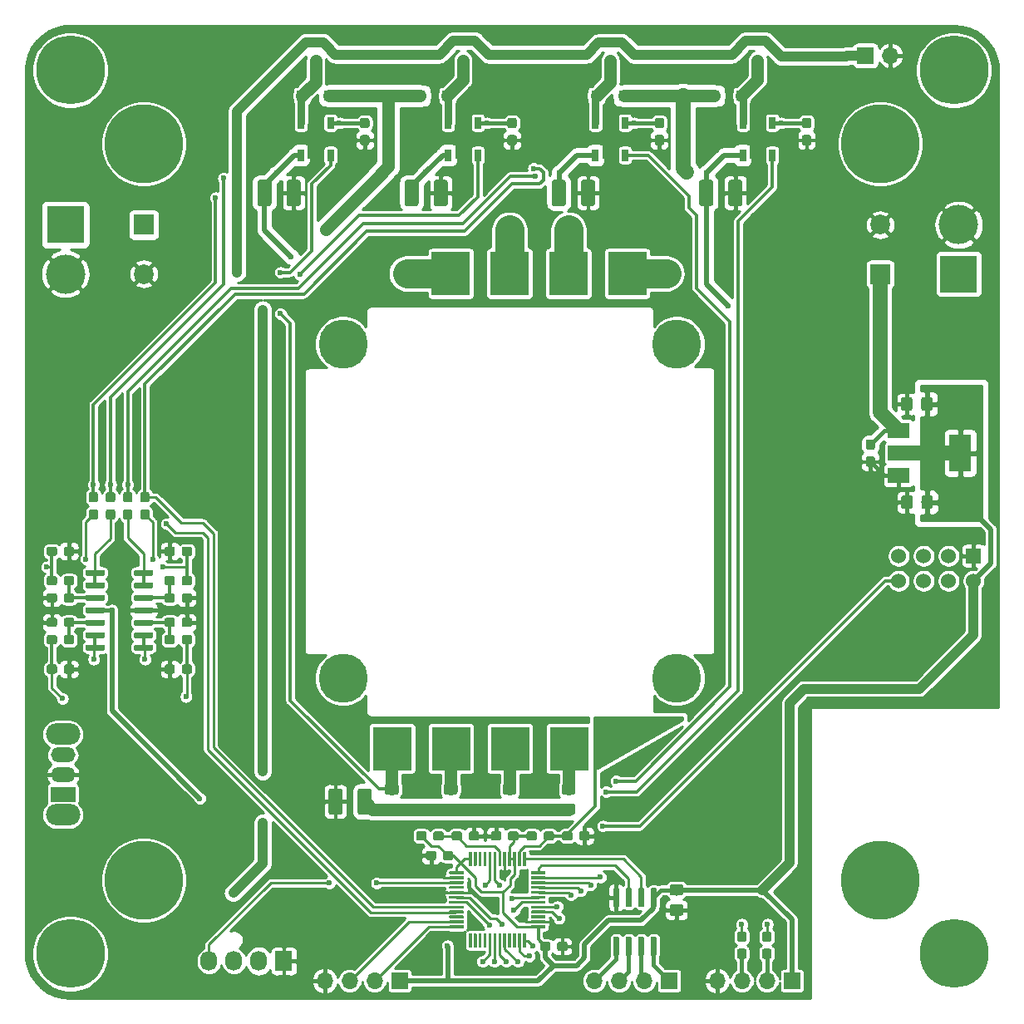
<source format=gbl>
G04 #@! TF.GenerationSoftware,KiCad,Pcbnew,(5.1.4)-1*
G04 #@! TF.CreationDate,2019-10-31T11:31:03+01:00*
G04 #@! TF.ProjectId,LED_Strahler,4c45445f-5374-4726-9168-6c65722e6b69,rev?*
G04 #@! TF.SameCoordinates,Original*
G04 #@! TF.FileFunction,Copper,L2,Bot*
G04 #@! TF.FilePolarity,Positive*
%FSLAX46Y46*%
G04 Gerber Fmt 4.6, Leading zero omitted, Abs format (unit mm)*
G04 Created by KiCad (PCBNEW (5.1.4)-1) date 2019-10-31 11:31:03*
%MOMM*%
%LPD*%
G04 APERTURE LIST*
%ADD10C,4.000000*%
%ADD11R,3.800000X3.800000*%
%ADD12C,0.680000*%
%ADD13C,0.100000*%
%ADD14R,0.680000X1.200000*%
%ADD15C,1.425000*%
%ADD16C,5.000000*%
%ADD17R,4.000000X4.500000*%
%ADD18O,1.700000X1.700000*%
%ADD19R,1.700000X1.700000*%
%ADD20C,8.000000*%
%ADD21C,7.000000*%
%ADD22C,0.600000*%
%ADD23O,3.500000X2.200000*%
%ADD24O,2.500000X1.500000*%
%ADD25R,2.500000X1.500000*%
%ADD26C,1.150000*%
%ADD27C,1.524000*%
%ADD28R,1.524000X1.524000*%
%ADD29R,2.200000X3.800000*%
%ADD30R,2.200000X1.500000*%
%ADD31C,0.300000*%
%ADD32C,0.950000*%
%ADD33O,1.730000X2.030000*%
%ADD34R,1.730000X2.030000*%
%ADD35R,1.100000X1.100000*%
%ADD36C,2.000000*%
%ADD37R,2.000000X2.000000*%
%ADD38C,0.400000*%
%ADD39C,0.250000*%
%ADD40C,1.250000*%
%ADD41C,1.000000*%
%ADD42C,0.500000*%
%ADD43C,1.500000*%
%ADD44C,0.300000*%
%ADD45C,0.750000*%
%ADD46C,3.000000*%
%ADD47C,0.254000*%
G04 APERTURE END LIST*
D10*
X195500000Y-70750000D03*
D11*
X195500000Y-75750000D03*
D10*
X104500000Y-75750000D03*
D11*
X104500000Y-70750000D03*
D12*
X130000000Y-60350000D03*
D13*
G36*
X130800490Y-64000098D02*
G01*
X130800462Y-64000191D01*
X130800416Y-64000278D01*
X130800354Y-64000354D01*
X130800278Y-64000416D01*
X130800191Y-64000462D01*
X130800098Y-64000490D01*
X130800000Y-64000500D01*
X129200000Y-64000500D01*
X129199902Y-64000490D01*
X129199809Y-64000462D01*
X129199722Y-64000416D01*
X129199646Y-64000354D01*
X129199584Y-64000278D01*
X129199538Y-64000191D01*
X129199510Y-64000098D01*
X129199500Y-64000000D01*
X129199500Y-60950000D01*
X129199510Y-60949902D01*
X129199538Y-60949809D01*
X129199584Y-60949722D01*
X129199646Y-60949646D01*
X129199722Y-60949584D01*
X129199809Y-60949538D01*
X129199902Y-60949510D01*
X129200000Y-60949500D01*
X129659500Y-60949500D01*
X129659500Y-59750000D01*
X129659510Y-59749902D01*
X129659538Y-59749809D01*
X129659584Y-59749722D01*
X129659646Y-59749646D01*
X129659722Y-59749584D01*
X129659809Y-59749538D01*
X129659902Y-59749510D01*
X129660000Y-59749500D01*
X130340000Y-59749500D01*
X130340098Y-59749510D01*
X130340191Y-59749538D01*
X130340278Y-59749584D01*
X130340354Y-59749646D01*
X130340416Y-59749722D01*
X130340462Y-59749809D01*
X130340490Y-59749902D01*
X130340500Y-59750000D01*
X130340500Y-60949500D01*
X130800000Y-60949500D01*
X130800098Y-60949510D01*
X130800191Y-60949538D01*
X130800278Y-60949584D01*
X130800354Y-60949646D01*
X130800416Y-60949722D01*
X130800462Y-60949809D01*
X130800490Y-60949902D01*
X130800500Y-60950000D01*
X130800500Y-64000000D01*
X130800490Y-64000098D01*
X130800490Y-64000098D01*
G37*
D14*
X128500000Y-63650000D03*
X131500000Y-63650000D03*
X131500000Y-60350000D03*
X128500000Y-60350000D03*
D13*
G36*
X132499504Y-128176204D02*
G01*
X132523773Y-128179804D01*
X132547571Y-128185765D01*
X132570671Y-128194030D01*
X132592849Y-128204520D01*
X132613893Y-128217133D01*
X132633598Y-128231747D01*
X132651777Y-128248223D01*
X132668253Y-128266402D01*
X132682867Y-128286107D01*
X132695480Y-128307151D01*
X132705970Y-128329329D01*
X132714235Y-128352429D01*
X132720196Y-128376227D01*
X132723796Y-128400496D01*
X132725000Y-128425000D01*
X132725000Y-130575000D01*
X132723796Y-130599504D01*
X132720196Y-130623773D01*
X132714235Y-130647571D01*
X132705970Y-130670671D01*
X132695480Y-130692849D01*
X132682867Y-130713893D01*
X132668253Y-130733598D01*
X132651777Y-130751777D01*
X132633598Y-130768253D01*
X132613893Y-130782867D01*
X132592849Y-130795480D01*
X132570671Y-130805970D01*
X132547571Y-130814235D01*
X132523773Y-130820196D01*
X132499504Y-130823796D01*
X132475000Y-130825000D01*
X131550000Y-130825000D01*
X131525496Y-130823796D01*
X131501227Y-130820196D01*
X131477429Y-130814235D01*
X131454329Y-130805970D01*
X131432151Y-130795480D01*
X131411107Y-130782867D01*
X131391402Y-130768253D01*
X131373223Y-130751777D01*
X131356747Y-130733598D01*
X131342133Y-130713893D01*
X131329520Y-130692849D01*
X131319030Y-130670671D01*
X131310765Y-130647571D01*
X131304804Y-130623773D01*
X131301204Y-130599504D01*
X131300000Y-130575000D01*
X131300000Y-128425000D01*
X131301204Y-128400496D01*
X131304804Y-128376227D01*
X131310765Y-128352429D01*
X131319030Y-128329329D01*
X131329520Y-128307151D01*
X131342133Y-128286107D01*
X131356747Y-128266402D01*
X131373223Y-128248223D01*
X131391402Y-128231747D01*
X131411107Y-128217133D01*
X131432151Y-128204520D01*
X131454329Y-128194030D01*
X131477429Y-128185765D01*
X131501227Y-128179804D01*
X131525496Y-128176204D01*
X131550000Y-128175000D01*
X132475000Y-128175000D01*
X132499504Y-128176204D01*
X132499504Y-128176204D01*
G37*
D15*
X132012500Y-129500000D03*
D13*
G36*
X135474504Y-128176204D02*
G01*
X135498773Y-128179804D01*
X135522571Y-128185765D01*
X135545671Y-128194030D01*
X135567849Y-128204520D01*
X135588893Y-128217133D01*
X135608598Y-128231747D01*
X135626777Y-128248223D01*
X135643253Y-128266402D01*
X135657867Y-128286107D01*
X135670480Y-128307151D01*
X135680970Y-128329329D01*
X135689235Y-128352429D01*
X135695196Y-128376227D01*
X135698796Y-128400496D01*
X135700000Y-128425000D01*
X135700000Y-130575000D01*
X135698796Y-130599504D01*
X135695196Y-130623773D01*
X135689235Y-130647571D01*
X135680970Y-130670671D01*
X135670480Y-130692849D01*
X135657867Y-130713893D01*
X135643253Y-130733598D01*
X135626777Y-130751777D01*
X135608598Y-130768253D01*
X135588893Y-130782867D01*
X135567849Y-130795480D01*
X135545671Y-130805970D01*
X135522571Y-130814235D01*
X135498773Y-130820196D01*
X135474504Y-130823796D01*
X135450000Y-130825000D01*
X134525000Y-130825000D01*
X134500496Y-130823796D01*
X134476227Y-130820196D01*
X134452429Y-130814235D01*
X134429329Y-130805970D01*
X134407151Y-130795480D01*
X134386107Y-130782867D01*
X134366402Y-130768253D01*
X134348223Y-130751777D01*
X134331747Y-130733598D01*
X134317133Y-130713893D01*
X134304520Y-130692849D01*
X134294030Y-130670671D01*
X134285765Y-130647571D01*
X134279804Y-130623773D01*
X134276204Y-130599504D01*
X134275000Y-130575000D01*
X134275000Y-128425000D01*
X134276204Y-128400496D01*
X134279804Y-128376227D01*
X134285765Y-128352429D01*
X134294030Y-128329329D01*
X134304520Y-128307151D01*
X134317133Y-128286107D01*
X134331747Y-128266402D01*
X134348223Y-128248223D01*
X134366402Y-128231747D01*
X134386107Y-128217133D01*
X134407151Y-128204520D01*
X134429329Y-128194030D01*
X134452429Y-128185765D01*
X134476227Y-128179804D01*
X134500496Y-128176204D01*
X134525000Y-128175000D01*
X135450000Y-128175000D01*
X135474504Y-128176204D01*
X135474504Y-128176204D01*
G37*
D15*
X134987500Y-129500000D03*
D16*
X132778800Y-82905800D03*
X166789400Y-82905800D03*
X166789400Y-116916400D03*
X132778800Y-116916400D03*
D17*
X161746000Y-75714000D03*
X155796800Y-124108200D03*
X155746000Y-75714000D03*
X149796800Y-124108200D03*
X149746000Y-75714000D03*
X143796800Y-124108200D03*
X143746000Y-75714000D03*
X137796800Y-124108200D03*
D18*
X158380000Y-147750000D03*
X160920000Y-147750000D03*
X163460000Y-147750000D03*
D19*
X166000000Y-147750000D03*
D20*
X112500000Y-62500000D03*
X112500000Y-137500000D03*
X187500000Y-137500000D03*
X187500000Y-62500000D03*
D21*
X105000000Y-55000000D03*
X195000000Y-55000000D03*
X195000000Y-145000000D03*
X105000000Y-145000000D03*
D13*
G36*
X113314703Y-113510722D02*
G01*
X113329264Y-113512882D01*
X113343543Y-113516459D01*
X113357403Y-113521418D01*
X113370710Y-113527712D01*
X113383336Y-113535280D01*
X113395159Y-113544048D01*
X113406066Y-113553934D01*
X113415952Y-113564841D01*
X113424720Y-113576664D01*
X113432288Y-113589290D01*
X113438582Y-113602597D01*
X113443541Y-113616457D01*
X113447118Y-113630736D01*
X113449278Y-113645297D01*
X113450000Y-113660000D01*
X113450000Y-113960000D01*
X113449278Y-113974703D01*
X113447118Y-113989264D01*
X113443541Y-114003543D01*
X113438582Y-114017403D01*
X113432288Y-114030710D01*
X113424720Y-114043336D01*
X113415952Y-114055159D01*
X113406066Y-114066066D01*
X113395159Y-114075952D01*
X113383336Y-114084720D01*
X113370710Y-114092288D01*
X113357403Y-114098582D01*
X113343543Y-114103541D01*
X113329264Y-114107118D01*
X113314703Y-114109278D01*
X113300000Y-114110000D01*
X111650000Y-114110000D01*
X111635297Y-114109278D01*
X111620736Y-114107118D01*
X111606457Y-114103541D01*
X111592597Y-114098582D01*
X111579290Y-114092288D01*
X111566664Y-114084720D01*
X111554841Y-114075952D01*
X111543934Y-114066066D01*
X111534048Y-114055159D01*
X111525280Y-114043336D01*
X111517712Y-114030710D01*
X111511418Y-114017403D01*
X111506459Y-114003543D01*
X111502882Y-113989264D01*
X111500722Y-113974703D01*
X111500000Y-113960000D01*
X111500000Y-113660000D01*
X111500722Y-113645297D01*
X111502882Y-113630736D01*
X111506459Y-113616457D01*
X111511418Y-113602597D01*
X111517712Y-113589290D01*
X111525280Y-113576664D01*
X111534048Y-113564841D01*
X111543934Y-113553934D01*
X111554841Y-113544048D01*
X111566664Y-113535280D01*
X111579290Y-113527712D01*
X111592597Y-113521418D01*
X111606457Y-113516459D01*
X111620736Y-113512882D01*
X111635297Y-113510722D01*
X111650000Y-113510000D01*
X113300000Y-113510000D01*
X113314703Y-113510722D01*
X113314703Y-113510722D01*
G37*
D22*
X112475000Y-113810000D03*
D13*
G36*
X113314703Y-112240722D02*
G01*
X113329264Y-112242882D01*
X113343543Y-112246459D01*
X113357403Y-112251418D01*
X113370710Y-112257712D01*
X113383336Y-112265280D01*
X113395159Y-112274048D01*
X113406066Y-112283934D01*
X113415952Y-112294841D01*
X113424720Y-112306664D01*
X113432288Y-112319290D01*
X113438582Y-112332597D01*
X113443541Y-112346457D01*
X113447118Y-112360736D01*
X113449278Y-112375297D01*
X113450000Y-112390000D01*
X113450000Y-112690000D01*
X113449278Y-112704703D01*
X113447118Y-112719264D01*
X113443541Y-112733543D01*
X113438582Y-112747403D01*
X113432288Y-112760710D01*
X113424720Y-112773336D01*
X113415952Y-112785159D01*
X113406066Y-112796066D01*
X113395159Y-112805952D01*
X113383336Y-112814720D01*
X113370710Y-112822288D01*
X113357403Y-112828582D01*
X113343543Y-112833541D01*
X113329264Y-112837118D01*
X113314703Y-112839278D01*
X113300000Y-112840000D01*
X111650000Y-112840000D01*
X111635297Y-112839278D01*
X111620736Y-112837118D01*
X111606457Y-112833541D01*
X111592597Y-112828582D01*
X111579290Y-112822288D01*
X111566664Y-112814720D01*
X111554841Y-112805952D01*
X111543934Y-112796066D01*
X111534048Y-112785159D01*
X111525280Y-112773336D01*
X111517712Y-112760710D01*
X111511418Y-112747403D01*
X111506459Y-112733543D01*
X111502882Y-112719264D01*
X111500722Y-112704703D01*
X111500000Y-112690000D01*
X111500000Y-112390000D01*
X111500722Y-112375297D01*
X111502882Y-112360736D01*
X111506459Y-112346457D01*
X111511418Y-112332597D01*
X111517712Y-112319290D01*
X111525280Y-112306664D01*
X111534048Y-112294841D01*
X111543934Y-112283934D01*
X111554841Y-112274048D01*
X111566664Y-112265280D01*
X111579290Y-112257712D01*
X111592597Y-112251418D01*
X111606457Y-112246459D01*
X111620736Y-112242882D01*
X111635297Y-112240722D01*
X111650000Y-112240000D01*
X113300000Y-112240000D01*
X113314703Y-112240722D01*
X113314703Y-112240722D01*
G37*
D22*
X112475000Y-112540000D03*
D13*
G36*
X113314703Y-110970722D02*
G01*
X113329264Y-110972882D01*
X113343543Y-110976459D01*
X113357403Y-110981418D01*
X113370710Y-110987712D01*
X113383336Y-110995280D01*
X113395159Y-111004048D01*
X113406066Y-111013934D01*
X113415952Y-111024841D01*
X113424720Y-111036664D01*
X113432288Y-111049290D01*
X113438582Y-111062597D01*
X113443541Y-111076457D01*
X113447118Y-111090736D01*
X113449278Y-111105297D01*
X113450000Y-111120000D01*
X113450000Y-111420000D01*
X113449278Y-111434703D01*
X113447118Y-111449264D01*
X113443541Y-111463543D01*
X113438582Y-111477403D01*
X113432288Y-111490710D01*
X113424720Y-111503336D01*
X113415952Y-111515159D01*
X113406066Y-111526066D01*
X113395159Y-111535952D01*
X113383336Y-111544720D01*
X113370710Y-111552288D01*
X113357403Y-111558582D01*
X113343543Y-111563541D01*
X113329264Y-111567118D01*
X113314703Y-111569278D01*
X113300000Y-111570000D01*
X111650000Y-111570000D01*
X111635297Y-111569278D01*
X111620736Y-111567118D01*
X111606457Y-111563541D01*
X111592597Y-111558582D01*
X111579290Y-111552288D01*
X111566664Y-111544720D01*
X111554841Y-111535952D01*
X111543934Y-111526066D01*
X111534048Y-111515159D01*
X111525280Y-111503336D01*
X111517712Y-111490710D01*
X111511418Y-111477403D01*
X111506459Y-111463543D01*
X111502882Y-111449264D01*
X111500722Y-111434703D01*
X111500000Y-111420000D01*
X111500000Y-111120000D01*
X111500722Y-111105297D01*
X111502882Y-111090736D01*
X111506459Y-111076457D01*
X111511418Y-111062597D01*
X111517712Y-111049290D01*
X111525280Y-111036664D01*
X111534048Y-111024841D01*
X111543934Y-111013934D01*
X111554841Y-111004048D01*
X111566664Y-110995280D01*
X111579290Y-110987712D01*
X111592597Y-110981418D01*
X111606457Y-110976459D01*
X111620736Y-110972882D01*
X111635297Y-110970722D01*
X111650000Y-110970000D01*
X113300000Y-110970000D01*
X113314703Y-110970722D01*
X113314703Y-110970722D01*
G37*
D22*
X112475000Y-111270000D03*
D13*
G36*
X113314703Y-109700722D02*
G01*
X113329264Y-109702882D01*
X113343543Y-109706459D01*
X113357403Y-109711418D01*
X113370710Y-109717712D01*
X113383336Y-109725280D01*
X113395159Y-109734048D01*
X113406066Y-109743934D01*
X113415952Y-109754841D01*
X113424720Y-109766664D01*
X113432288Y-109779290D01*
X113438582Y-109792597D01*
X113443541Y-109806457D01*
X113447118Y-109820736D01*
X113449278Y-109835297D01*
X113450000Y-109850000D01*
X113450000Y-110150000D01*
X113449278Y-110164703D01*
X113447118Y-110179264D01*
X113443541Y-110193543D01*
X113438582Y-110207403D01*
X113432288Y-110220710D01*
X113424720Y-110233336D01*
X113415952Y-110245159D01*
X113406066Y-110256066D01*
X113395159Y-110265952D01*
X113383336Y-110274720D01*
X113370710Y-110282288D01*
X113357403Y-110288582D01*
X113343543Y-110293541D01*
X113329264Y-110297118D01*
X113314703Y-110299278D01*
X113300000Y-110300000D01*
X111650000Y-110300000D01*
X111635297Y-110299278D01*
X111620736Y-110297118D01*
X111606457Y-110293541D01*
X111592597Y-110288582D01*
X111579290Y-110282288D01*
X111566664Y-110274720D01*
X111554841Y-110265952D01*
X111543934Y-110256066D01*
X111534048Y-110245159D01*
X111525280Y-110233336D01*
X111517712Y-110220710D01*
X111511418Y-110207403D01*
X111506459Y-110193543D01*
X111502882Y-110179264D01*
X111500722Y-110164703D01*
X111500000Y-110150000D01*
X111500000Y-109850000D01*
X111500722Y-109835297D01*
X111502882Y-109820736D01*
X111506459Y-109806457D01*
X111511418Y-109792597D01*
X111517712Y-109779290D01*
X111525280Y-109766664D01*
X111534048Y-109754841D01*
X111543934Y-109743934D01*
X111554841Y-109734048D01*
X111566664Y-109725280D01*
X111579290Y-109717712D01*
X111592597Y-109711418D01*
X111606457Y-109706459D01*
X111620736Y-109702882D01*
X111635297Y-109700722D01*
X111650000Y-109700000D01*
X113300000Y-109700000D01*
X113314703Y-109700722D01*
X113314703Y-109700722D01*
G37*
D22*
X112475000Y-110000000D03*
D13*
G36*
X113314703Y-108430722D02*
G01*
X113329264Y-108432882D01*
X113343543Y-108436459D01*
X113357403Y-108441418D01*
X113370710Y-108447712D01*
X113383336Y-108455280D01*
X113395159Y-108464048D01*
X113406066Y-108473934D01*
X113415952Y-108484841D01*
X113424720Y-108496664D01*
X113432288Y-108509290D01*
X113438582Y-108522597D01*
X113443541Y-108536457D01*
X113447118Y-108550736D01*
X113449278Y-108565297D01*
X113450000Y-108580000D01*
X113450000Y-108880000D01*
X113449278Y-108894703D01*
X113447118Y-108909264D01*
X113443541Y-108923543D01*
X113438582Y-108937403D01*
X113432288Y-108950710D01*
X113424720Y-108963336D01*
X113415952Y-108975159D01*
X113406066Y-108986066D01*
X113395159Y-108995952D01*
X113383336Y-109004720D01*
X113370710Y-109012288D01*
X113357403Y-109018582D01*
X113343543Y-109023541D01*
X113329264Y-109027118D01*
X113314703Y-109029278D01*
X113300000Y-109030000D01*
X111650000Y-109030000D01*
X111635297Y-109029278D01*
X111620736Y-109027118D01*
X111606457Y-109023541D01*
X111592597Y-109018582D01*
X111579290Y-109012288D01*
X111566664Y-109004720D01*
X111554841Y-108995952D01*
X111543934Y-108986066D01*
X111534048Y-108975159D01*
X111525280Y-108963336D01*
X111517712Y-108950710D01*
X111511418Y-108937403D01*
X111506459Y-108923543D01*
X111502882Y-108909264D01*
X111500722Y-108894703D01*
X111500000Y-108880000D01*
X111500000Y-108580000D01*
X111500722Y-108565297D01*
X111502882Y-108550736D01*
X111506459Y-108536457D01*
X111511418Y-108522597D01*
X111517712Y-108509290D01*
X111525280Y-108496664D01*
X111534048Y-108484841D01*
X111543934Y-108473934D01*
X111554841Y-108464048D01*
X111566664Y-108455280D01*
X111579290Y-108447712D01*
X111592597Y-108441418D01*
X111606457Y-108436459D01*
X111620736Y-108432882D01*
X111635297Y-108430722D01*
X111650000Y-108430000D01*
X113300000Y-108430000D01*
X113314703Y-108430722D01*
X113314703Y-108430722D01*
G37*
D22*
X112475000Y-108730000D03*
D13*
G36*
X113314703Y-107160722D02*
G01*
X113329264Y-107162882D01*
X113343543Y-107166459D01*
X113357403Y-107171418D01*
X113370710Y-107177712D01*
X113383336Y-107185280D01*
X113395159Y-107194048D01*
X113406066Y-107203934D01*
X113415952Y-107214841D01*
X113424720Y-107226664D01*
X113432288Y-107239290D01*
X113438582Y-107252597D01*
X113443541Y-107266457D01*
X113447118Y-107280736D01*
X113449278Y-107295297D01*
X113450000Y-107310000D01*
X113450000Y-107610000D01*
X113449278Y-107624703D01*
X113447118Y-107639264D01*
X113443541Y-107653543D01*
X113438582Y-107667403D01*
X113432288Y-107680710D01*
X113424720Y-107693336D01*
X113415952Y-107705159D01*
X113406066Y-107716066D01*
X113395159Y-107725952D01*
X113383336Y-107734720D01*
X113370710Y-107742288D01*
X113357403Y-107748582D01*
X113343543Y-107753541D01*
X113329264Y-107757118D01*
X113314703Y-107759278D01*
X113300000Y-107760000D01*
X111650000Y-107760000D01*
X111635297Y-107759278D01*
X111620736Y-107757118D01*
X111606457Y-107753541D01*
X111592597Y-107748582D01*
X111579290Y-107742288D01*
X111566664Y-107734720D01*
X111554841Y-107725952D01*
X111543934Y-107716066D01*
X111534048Y-107705159D01*
X111525280Y-107693336D01*
X111517712Y-107680710D01*
X111511418Y-107667403D01*
X111506459Y-107653543D01*
X111502882Y-107639264D01*
X111500722Y-107624703D01*
X111500000Y-107610000D01*
X111500000Y-107310000D01*
X111500722Y-107295297D01*
X111502882Y-107280736D01*
X111506459Y-107266457D01*
X111511418Y-107252597D01*
X111517712Y-107239290D01*
X111525280Y-107226664D01*
X111534048Y-107214841D01*
X111543934Y-107203934D01*
X111554841Y-107194048D01*
X111566664Y-107185280D01*
X111579290Y-107177712D01*
X111592597Y-107171418D01*
X111606457Y-107166459D01*
X111620736Y-107162882D01*
X111635297Y-107160722D01*
X111650000Y-107160000D01*
X113300000Y-107160000D01*
X113314703Y-107160722D01*
X113314703Y-107160722D01*
G37*
D22*
X112475000Y-107460000D03*
D13*
G36*
X113314703Y-105890722D02*
G01*
X113329264Y-105892882D01*
X113343543Y-105896459D01*
X113357403Y-105901418D01*
X113370710Y-105907712D01*
X113383336Y-105915280D01*
X113395159Y-105924048D01*
X113406066Y-105933934D01*
X113415952Y-105944841D01*
X113424720Y-105956664D01*
X113432288Y-105969290D01*
X113438582Y-105982597D01*
X113443541Y-105996457D01*
X113447118Y-106010736D01*
X113449278Y-106025297D01*
X113450000Y-106040000D01*
X113450000Y-106340000D01*
X113449278Y-106354703D01*
X113447118Y-106369264D01*
X113443541Y-106383543D01*
X113438582Y-106397403D01*
X113432288Y-106410710D01*
X113424720Y-106423336D01*
X113415952Y-106435159D01*
X113406066Y-106446066D01*
X113395159Y-106455952D01*
X113383336Y-106464720D01*
X113370710Y-106472288D01*
X113357403Y-106478582D01*
X113343543Y-106483541D01*
X113329264Y-106487118D01*
X113314703Y-106489278D01*
X113300000Y-106490000D01*
X111650000Y-106490000D01*
X111635297Y-106489278D01*
X111620736Y-106487118D01*
X111606457Y-106483541D01*
X111592597Y-106478582D01*
X111579290Y-106472288D01*
X111566664Y-106464720D01*
X111554841Y-106455952D01*
X111543934Y-106446066D01*
X111534048Y-106435159D01*
X111525280Y-106423336D01*
X111517712Y-106410710D01*
X111511418Y-106397403D01*
X111506459Y-106383543D01*
X111502882Y-106369264D01*
X111500722Y-106354703D01*
X111500000Y-106340000D01*
X111500000Y-106040000D01*
X111500722Y-106025297D01*
X111502882Y-106010736D01*
X111506459Y-105996457D01*
X111511418Y-105982597D01*
X111517712Y-105969290D01*
X111525280Y-105956664D01*
X111534048Y-105944841D01*
X111543934Y-105933934D01*
X111554841Y-105924048D01*
X111566664Y-105915280D01*
X111579290Y-105907712D01*
X111592597Y-105901418D01*
X111606457Y-105896459D01*
X111620736Y-105892882D01*
X111635297Y-105890722D01*
X111650000Y-105890000D01*
X113300000Y-105890000D01*
X113314703Y-105890722D01*
X113314703Y-105890722D01*
G37*
D22*
X112475000Y-106190000D03*
D13*
G36*
X108364703Y-105890722D02*
G01*
X108379264Y-105892882D01*
X108393543Y-105896459D01*
X108407403Y-105901418D01*
X108420710Y-105907712D01*
X108433336Y-105915280D01*
X108445159Y-105924048D01*
X108456066Y-105933934D01*
X108465952Y-105944841D01*
X108474720Y-105956664D01*
X108482288Y-105969290D01*
X108488582Y-105982597D01*
X108493541Y-105996457D01*
X108497118Y-106010736D01*
X108499278Y-106025297D01*
X108500000Y-106040000D01*
X108500000Y-106340000D01*
X108499278Y-106354703D01*
X108497118Y-106369264D01*
X108493541Y-106383543D01*
X108488582Y-106397403D01*
X108482288Y-106410710D01*
X108474720Y-106423336D01*
X108465952Y-106435159D01*
X108456066Y-106446066D01*
X108445159Y-106455952D01*
X108433336Y-106464720D01*
X108420710Y-106472288D01*
X108407403Y-106478582D01*
X108393543Y-106483541D01*
X108379264Y-106487118D01*
X108364703Y-106489278D01*
X108350000Y-106490000D01*
X106700000Y-106490000D01*
X106685297Y-106489278D01*
X106670736Y-106487118D01*
X106656457Y-106483541D01*
X106642597Y-106478582D01*
X106629290Y-106472288D01*
X106616664Y-106464720D01*
X106604841Y-106455952D01*
X106593934Y-106446066D01*
X106584048Y-106435159D01*
X106575280Y-106423336D01*
X106567712Y-106410710D01*
X106561418Y-106397403D01*
X106556459Y-106383543D01*
X106552882Y-106369264D01*
X106550722Y-106354703D01*
X106550000Y-106340000D01*
X106550000Y-106040000D01*
X106550722Y-106025297D01*
X106552882Y-106010736D01*
X106556459Y-105996457D01*
X106561418Y-105982597D01*
X106567712Y-105969290D01*
X106575280Y-105956664D01*
X106584048Y-105944841D01*
X106593934Y-105933934D01*
X106604841Y-105924048D01*
X106616664Y-105915280D01*
X106629290Y-105907712D01*
X106642597Y-105901418D01*
X106656457Y-105896459D01*
X106670736Y-105892882D01*
X106685297Y-105890722D01*
X106700000Y-105890000D01*
X108350000Y-105890000D01*
X108364703Y-105890722D01*
X108364703Y-105890722D01*
G37*
D22*
X107525000Y-106190000D03*
D13*
G36*
X108364703Y-107160722D02*
G01*
X108379264Y-107162882D01*
X108393543Y-107166459D01*
X108407403Y-107171418D01*
X108420710Y-107177712D01*
X108433336Y-107185280D01*
X108445159Y-107194048D01*
X108456066Y-107203934D01*
X108465952Y-107214841D01*
X108474720Y-107226664D01*
X108482288Y-107239290D01*
X108488582Y-107252597D01*
X108493541Y-107266457D01*
X108497118Y-107280736D01*
X108499278Y-107295297D01*
X108500000Y-107310000D01*
X108500000Y-107610000D01*
X108499278Y-107624703D01*
X108497118Y-107639264D01*
X108493541Y-107653543D01*
X108488582Y-107667403D01*
X108482288Y-107680710D01*
X108474720Y-107693336D01*
X108465952Y-107705159D01*
X108456066Y-107716066D01*
X108445159Y-107725952D01*
X108433336Y-107734720D01*
X108420710Y-107742288D01*
X108407403Y-107748582D01*
X108393543Y-107753541D01*
X108379264Y-107757118D01*
X108364703Y-107759278D01*
X108350000Y-107760000D01*
X106700000Y-107760000D01*
X106685297Y-107759278D01*
X106670736Y-107757118D01*
X106656457Y-107753541D01*
X106642597Y-107748582D01*
X106629290Y-107742288D01*
X106616664Y-107734720D01*
X106604841Y-107725952D01*
X106593934Y-107716066D01*
X106584048Y-107705159D01*
X106575280Y-107693336D01*
X106567712Y-107680710D01*
X106561418Y-107667403D01*
X106556459Y-107653543D01*
X106552882Y-107639264D01*
X106550722Y-107624703D01*
X106550000Y-107610000D01*
X106550000Y-107310000D01*
X106550722Y-107295297D01*
X106552882Y-107280736D01*
X106556459Y-107266457D01*
X106561418Y-107252597D01*
X106567712Y-107239290D01*
X106575280Y-107226664D01*
X106584048Y-107214841D01*
X106593934Y-107203934D01*
X106604841Y-107194048D01*
X106616664Y-107185280D01*
X106629290Y-107177712D01*
X106642597Y-107171418D01*
X106656457Y-107166459D01*
X106670736Y-107162882D01*
X106685297Y-107160722D01*
X106700000Y-107160000D01*
X108350000Y-107160000D01*
X108364703Y-107160722D01*
X108364703Y-107160722D01*
G37*
D22*
X107525000Y-107460000D03*
D13*
G36*
X108364703Y-108430722D02*
G01*
X108379264Y-108432882D01*
X108393543Y-108436459D01*
X108407403Y-108441418D01*
X108420710Y-108447712D01*
X108433336Y-108455280D01*
X108445159Y-108464048D01*
X108456066Y-108473934D01*
X108465952Y-108484841D01*
X108474720Y-108496664D01*
X108482288Y-108509290D01*
X108488582Y-108522597D01*
X108493541Y-108536457D01*
X108497118Y-108550736D01*
X108499278Y-108565297D01*
X108500000Y-108580000D01*
X108500000Y-108880000D01*
X108499278Y-108894703D01*
X108497118Y-108909264D01*
X108493541Y-108923543D01*
X108488582Y-108937403D01*
X108482288Y-108950710D01*
X108474720Y-108963336D01*
X108465952Y-108975159D01*
X108456066Y-108986066D01*
X108445159Y-108995952D01*
X108433336Y-109004720D01*
X108420710Y-109012288D01*
X108407403Y-109018582D01*
X108393543Y-109023541D01*
X108379264Y-109027118D01*
X108364703Y-109029278D01*
X108350000Y-109030000D01*
X106700000Y-109030000D01*
X106685297Y-109029278D01*
X106670736Y-109027118D01*
X106656457Y-109023541D01*
X106642597Y-109018582D01*
X106629290Y-109012288D01*
X106616664Y-109004720D01*
X106604841Y-108995952D01*
X106593934Y-108986066D01*
X106584048Y-108975159D01*
X106575280Y-108963336D01*
X106567712Y-108950710D01*
X106561418Y-108937403D01*
X106556459Y-108923543D01*
X106552882Y-108909264D01*
X106550722Y-108894703D01*
X106550000Y-108880000D01*
X106550000Y-108580000D01*
X106550722Y-108565297D01*
X106552882Y-108550736D01*
X106556459Y-108536457D01*
X106561418Y-108522597D01*
X106567712Y-108509290D01*
X106575280Y-108496664D01*
X106584048Y-108484841D01*
X106593934Y-108473934D01*
X106604841Y-108464048D01*
X106616664Y-108455280D01*
X106629290Y-108447712D01*
X106642597Y-108441418D01*
X106656457Y-108436459D01*
X106670736Y-108432882D01*
X106685297Y-108430722D01*
X106700000Y-108430000D01*
X108350000Y-108430000D01*
X108364703Y-108430722D01*
X108364703Y-108430722D01*
G37*
D22*
X107525000Y-108730000D03*
D13*
G36*
X108364703Y-109700722D02*
G01*
X108379264Y-109702882D01*
X108393543Y-109706459D01*
X108407403Y-109711418D01*
X108420710Y-109717712D01*
X108433336Y-109725280D01*
X108445159Y-109734048D01*
X108456066Y-109743934D01*
X108465952Y-109754841D01*
X108474720Y-109766664D01*
X108482288Y-109779290D01*
X108488582Y-109792597D01*
X108493541Y-109806457D01*
X108497118Y-109820736D01*
X108499278Y-109835297D01*
X108500000Y-109850000D01*
X108500000Y-110150000D01*
X108499278Y-110164703D01*
X108497118Y-110179264D01*
X108493541Y-110193543D01*
X108488582Y-110207403D01*
X108482288Y-110220710D01*
X108474720Y-110233336D01*
X108465952Y-110245159D01*
X108456066Y-110256066D01*
X108445159Y-110265952D01*
X108433336Y-110274720D01*
X108420710Y-110282288D01*
X108407403Y-110288582D01*
X108393543Y-110293541D01*
X108379264Y-110297118D01*
X108364703Y-110299278D01*
X108350000Y-110300000D01*
X106700000Y-110300000D01*
X106685297Y-110299278D01*
X106670736Y-110297118D01*
X106656457Y-110293541D01*
X106642597Y-110288582D01*
X106629290Y-110282288D01*
X106616664Y-110274720D01*
X106604841Y-110265952D01*
X106593934Y-110256066D01*
X106584048Y-110245159D01*
X106575280Y-110233336D01*
X106567712Y-110220710D01*
X106561418Y-110207403D01*
X106556459Y-110193543D01*
X106552882Y-110179264D01*
X106550722Y-110164703D01*
X106550000Y-110150000D01*
X106550000Y-109850000D01*
X106550722Y-109835297D01*
X106552882Y-109820736D01*
X106556459Y-109806457D01*
X106561418Y-109792597D01*
X106567712Y-109779290D01*
X106575280Y-109766664D01*
X106584048Y-109754841D01*
X106593934Y-109743934D01*
X106604841Y-109734048D01*
X106616664Y-109725280D01*
X106629290Y-109717712D01*
X106642597Y-109711418D01*
X106656457Y-109706459D01*
X106670736Y-109702882D01*
X106685297Y-109700722D01*
X106700000Y-109700000D01*
X108350000Y-109700000D01*
X108364703Y-109700722D01*
X108364703Y-109700722D01*
G37*
D22*
X107525000Y-110000000D03*
D13*
G36*
X108364703Y-110970722D02*
G01*
X108379264Y-110972882D01*
X108393543Y-110976459D01*
X108407403Y-110981418D01*
X108420710Y-110987712D01*
X108433336Y-110995280D01*
X108445159Y-111004048D01*
X108456066Y-111013934D01*
X108465952Y-111024841D01*
X108474720Y-111036664D01*
X108482288Y-111049290D01*
X108488582Y-111062597D01*
X108493541Y-111076457D01*
X108497118Y-111090736D01*
X108499278Y-111105297D01*
X108500000Y-111120000D01*
X108500000Y-111420000D01*
X108499278Y-111434703D01*
X108497118Y-111449264D01*
X108493541Y-111463543D01*
X108488582Y-111477403D01*
X108482288Y-111490710D01*
X108474720Y-111503336D01*
X108465952Y-111515159D01*
X108456066Y-111526066D01*
X108445159Y-111535952D01*
X108433336Y-111544720D01*
X108420710Y-111552288D01*
X108407403Y-111558582D01*
X108393543Y-111563541D01*
X108379264Y-111567118D01*
X108364703Y-111569278D01*
X108350000Y-111570000D01*
X106700000Y-111570000D01*
X106685297Y-111569278D01*
X106670736Y-111567118D01*
X106656457Y-111563541D01*
X106642597Y-111558582D01*
X106629290Y-111552288D01*
X106616664Y-111544720D01*
X106604841Y-111535952D01*
X106593934Y-111526066D01*
X106584048Y-111515159D01*
X106575280Y-111503336D01*
X106567712Y-111490710D01*
X106561418Y-111477403D01*
X106556459Y-111463543D01*
X106552882Y-111449264D01*
X106550722Y-111434703D01*
X106550000Y-111420000D01*
X106550000Y-111120000D01*
X106550722Y-111105297D01*
X106552882Y-111090736D01*
X106556459Y-111076457D01*
X106561418Y-111062597D01*
X106567712Y-111049290D01*
X106575280Y-111036664D01*
X106584048Y-111024841D01*
X106593934Y-111013934D01*
X106604841Y-111004048D01*
X106616664Y-110995280D01*
X106629290Y-110987712D01*
X106642597Y-110981418D01*
X106656457Y-110976459D01*
X106670736Y-110972882D01*
X106685297Y-110970722D01*
X106700000Y-110970000D01*
X108350000Y-110970000D01*
X108364703Y-110970722D01*
X108364703Y-110970722D01*
G37*
D22*
X107525000Y-111270000D03*
D13*
G36*
X108364703Y-112240722D02*
G01*
X108379264Y-112242882D01*
X108393543Y-112246459D01*
X108407403Y-112251418D01*
X108420710Y-112257712D01*
X108433336Y-112265280D01*
X108445159Y-112274048D01*
X108456066Y-112283934D01*
X108465952Y-112294841D01*
X108474720Y-112306664D01*
X108482288Y-112319290D01*
X108488582Y-112332597D01*
X108493541Y-112346457D01*
X108497118Y-112360736D01*
X108499278Y-112375297D01*
X108500000Y-112390000D01*
X108500000Y-112690000D01*
X108499278Y-112704703D01*
X108497118Y-112719264D01*
X108493541Y-112733543D01*
X108488582Y-112747403D01*
X108482288Y-112760710D01*
X108474720Y-112773336D01*
X108465952Y-112785159D01*
X108456066Y-112796066D01*
X108445159Y-112805952D01*
X108433336Y-112814720D01*
X108420710Y-112822288D01*
X108407403Y-112828582D01*
X108393543Y-112833541D01*
X108379264Y-112837118D01*
X108364703Y-112839278D01*
X108350000Y-112840000D01*
X106700000Y-112840000D01*
X106685297Y-112839278D01*
X106670736Y-112837118D01*
X106656457Y-112833541D01*
X106642597Y-112828582D01*
X106629290Y-112822288D01*
X106616664Y-112814720D01*
X106604841Y-112805952D01*
X106593934Y-112796066D01*
X106584048Y-112785159D01*
X106575280Y-112773336D01*
X106567712Y-112760710D01*
X106561418Y-112747403D01*
X106556459Y-112733543D01*
X106552882Y-112719264D01*
X106550722Y-112704703D01*
X106550000Y-112690000D01*
X106550000Y-112390000D01*
X106550722Y-112375297D01*
X106552882Y-112360736D01*
X106556459Y-112346457D01*
X106561418Y-112332597D01*
X106567712Y-112319290D01*
X106575280Y-112306664D01*
X106584048Y-112294841D01*
X106593934Y-112283934D01*
X106604841Y-112274048D01*
X106616664Y-112265280D01*
X106629290Y-112257712D01*
X106642597Y-112251418D01*
X106656457Y-112246459D01*
X106670736Y-112242882D01*
X106685297Y-112240722D01*
X106700000Y-112240000D01*
X108350000Y-112240000D01*
X108364703Y-112240722D01*
X108364703Y-112240722D01*
G37*
D22*
X107525000Y-112540000D03*
D13*
G36*
X108364703Y-113510722D02*
G01*
X108379264Y-113512882D01*
X108393543Y-113516459D01*
X108407403Y-113521418D01*
X108420710Y-113527712D01*
X108433336Y-113535280D01*
X108445159Y-113544048D01*
X108456066Y-113553934D01*
X108465952Y-113564841D01*
X108474720Y-113576664D01*
X108482288Y-113589290D01*
X108488582Y-113602597D01*
X108493541Y-113616457D01*
X108497118Y-113630736D01*
X108499278Y-113645297D01*
X108500000Y-113660000D01*
X108500000Y-113960000D01*
X108499278Y-113974703D01*
X108497118Y-113989264D01*
X108493541Y-114003543D01*
X108488582Y-114017403D01*
X108482288Y-114030710D01*
X108474720Y-114043336D01*
X108465952Y-114055159D01*
X108456066Y-114066066D01*
X108445159Y-114075952D01*
X108433336Y-114084720D01*
X108420710Y-114092288D01*
X108407403Y-114098582D01*
X108393543Y-114103541D01*
X108379264Y-114107118D01*
X108364703Y-114109278D01*
X108350000Y-114110000D01*
X106700000Y-114110000D01*
X106685297Y-114109278D01*
X106670736Y-114107118D01*
X106656457Y-114103541D01*
X106642597Y-114098582D01*
X106629290Y-114092288D01*
X106616664Y-114084720D01*
X106604841Y-114075952D01*
X106593934Y-114066066D01*
X106584048Y-114055159D01*
X106575280Y-114043336D01*
X106567712Y-114030710D01*
X106561418Y-114017403D01*
X106556459Y-114003543D01*
X106552882Y-113989264D01*
X106550722Y-113974703D01*
X106550000Y-113960000D01*
X106550000Y-113660000D01*
X106550722Y-113645297D01*
X106552882Y-113630736D01*
X106556459Y-113616457D01*
X106561418Y-113602597D01*
X106567712Y-113589290D01*
X106575280Y-113576664D01*
X106584048Y-113564841D01*
X106593934Y-113553934D01*
X106604841Y-113544048D01*
X106616664Y-113535280D01*
X106629290Y-113527712D01*
X106642597Y-113521418D01*
X106656457Y-113516459D01*
X106670736Y-113512882D01*
X106685297Y-113510722D01*
X106700000Y-113510000D01*
X108350000Y-113510000D01*
X108364703Y-113510722D01*
X108364703Y-113510722D01*
G37*
D22*
X107525000Y-113810000D03*
D13*
G36*
X164569703Y-138300722D02*
G01*
X164584264Y-138302882D01*
X164598543Y-138306459D01*
X164612403Y-138311418D01*
X164625710Y-138317712D01*
X164638336Y-138325280D01*
X164650159Y-138334048D01*
X164661066Y-138343934D01*
X164670952Y-138354841D01*
X164679720Y-138366664D01*
X164687288Y-138379290D01*
X164693582Y-138392597D01*
X164698541Y-138406457D01*
X164702118Y-138420736D01*
X164704278Y-138435297D01*
X164705000Y-138450000D01*
X164705000Y-140100000D01*
X164704278Y-140114703D01*
X164702118Y-140129264D01*
X164698541Y-140143543D01*
X164693582Y-140157403D01*
X164687288Y-140170710D01*
X164679720Y-140183336D01*
X164670952Y-140195159D01*
X164661066Y-140206066D01*
X164650159Y-140215952D01*
X164638336Y-140224720D01*
X164625710Y-140232288D01*
X164612403Y-140238582D01*
X164598543Y-140243541D01*
X164584264Y-140247118D01*
X164569703Y-140249278D01*
X164555000Y-140250000D01*
X164255000Y-140250000D01*
X164240297Y-140249278D01*
X164225736Y-140247118D01*
X164211457Y-140243541D01*
X164197597Y-140238582D01*
X164184290Y-140232288D01*
X164171664Y-140224720D01*
X164159841Y-140215952D01*
X164148934Y-140206066D01*
X164139048Y-140195159D01*
X164130280Y-140183336D01*
X164122712Y-140170710D01*
X164116418Y-140157403D01*
X164111459Y-140143543D01*
X164107882Y-140129264D01*
X164105722Y-140114703D01*
X164105000Y-140100000D01*
X164105000Y-138450000D01*
X164105722Y-138435297D01*
X164107882Y-138420736D01*
X164111459Y-138406457D01*
X164116418Y-138392597D01*
X164122712Y-138379290D01*
X164130280Y-138366664D01*
X164139048Y-138354841D01*
X164148934Y-138343934D01*
X164159841Y-138334048D01*
X164171664Y-138325280D01*
X164184290Y-138317712D01*
X164197597Y-138311418D01*
X164211457Y-138306459D01*
X164225736Y-138302882D01*
X164240297Y-138300722D01*
X164255000Y-138300000D01*
X164555000Y-138300000D01*
X164569703Y-138300722D01*
X164569703Y-138300722D01*
G37*
D22*
X164405000Y-139275000D03*
D13*
G36*
X163299703Y-138300722D02*
G01*
X163314264Y-138302882D01*
X163328543Y-138306459D01*
X163342403Y-138311418D01*
X163355710Y-138317712D01*
X163368336Y-138325280D01*
X163380159Y-138334048D01*
X163391066Y-138343934D01*
X163400952Y-138354841D01*
X163409720Y-138366664D01*
X163417288Y-138379290D01*
X163423582Y-138392597D01*
X163428541Y-138406457D01*
X163432118Y-138420736D01*
X163434278Y-138435297D01*
X163435000Y-138450000D01*
X163435000Y-140100000D01*
X163434278Y-140114703D01*
X163432118Y-140129264D01*
X163428541Y-140143543D01*
X163423582Y-140157403D01*
X163417288Y-140170710D01*
X163409720Y-140183336D01*
X163400952Y-140195159D01*
X163391066Y-140206066D01*
X163380159Y-140215952D01*
X163368336Y-140224720D01*
X163355710Y-140232288D01*
X163342403Y-140238582D01*
X163328543Y-140243541D01*
X163314264Y-140247118D01*
X163299703Y-140249278D01*
X163285000Y-140250000D01*
X162985000Y-140250000D01*
X162970297Y-140249278D01*
X162955736Y-140247118D01*
X162941457Y-140243541D01*
X162927597Y-140238582D01*
X162914290Y-140232288D01*
X162901664Y-140224720D01*
X162889841Y-140215952D01*
X162878934Y-140206066D01*
X162869048Y-140195159D01*
X162860280Y-140183336D01*
X162852712Y-140170710D01*
X162846418Y-140157403D01*
X162841459Y-140143543D01*
X162837882Y-140129264D01*
X162835722Y-140114703D01*
X162835000Y-140100000D01*
X162835000Y-138450000D01*
X162835722Y-138435297D01*
X162837882Y-138420736D01*
X162841459Y-138406457D01*
X162846418Y-138392597D01*
X162852712Y-138379290D01*
X162860280Y-138366664D01*
X162869048Y-138354841D01*
X162878934Y-138343934D01*
X162889841Y-138334048D01*
X162901664Y-138325280D01*
X162914290Y-138317712D01*
X162927597Y-138311418D01*
X162941457Y-138306459D01*
X162955736Y-138302882D01*
X162970297Y-138300722D01*
X162985000Y-138300000D01*
X163285000Y-138300000D01*
X163299703Y-138300722D01*
X163299703Y-138300722D01*
G37*
D22*
X163135000Y-139275000D03*
D13*
G36*
X162029703Y-138300722D02*
G01*
X162044264Y-138302882D01*
X162058543Y-138306459D01*
X162072403Y-138311418D01*
X162085710Y-138317712D01*
X162098336Y-138325280D01*
X162110159Y-138334048D01*
X162121066Y-138343934D01*
X162130952Y-138354841D01*
X162139720Y-138366664D01*
X162147288Y-138379290D01*
X162153582Y-138392597D01*
X162158541Y-138406457D01*
X162162118Y-138420736D01*
X162164278Y-138435297D01*
X162165000Y-138450000D01*
X162165000Y-140100000D01*
X162164278Y-140114703D01*
X162162118Y-140129264D01*
X162158541Y-140143543D01*
X162153582Y-140157403D01*
X162147288Y-140170710D01*
X162139720Y-140183336D01*
X162130952Y-140195159D01*
X162121066Y-140206066D01*
X162110159Y-140215952D01*
X162098336Y-140224720D01*
X162085710Y-140232288D01*
X162072403Y-140238582D01*
X162058543Y-140243541D01*
X162044264Y-140247118D01*
X162029703Y-140249278D01*
X162015000Y-140250000D01*
X161715000Y-140250000D01*
X161700297Y-140249278D01*
X161685736Y-140247118D01*
X161671457Y-140243541D01*
X161657597Y-140238582D01*
X161644290Y-140232288D01*
X161631664Y-140224720D01*
X161619841Y-140215952D01*
X161608934Y-140206066D01*
X161599048Y-140195159D01*
X161590280Y-140183336D01*
X161582712Y-140170710D01*
X161576418Y-140157403D01*
X161571459Y-140143543D01*
X161567882Y-140129264D01*
X161565722Y-140114703D01*
X161565000Y-140100000D01*
X161565000Y-138450000D01*
X161565722Y-138435297D01*
X161567882Y-138420736D01*
X161571459Y-138406457D01*
X161576418Y-138392597D01*
X161582712Y-138379290D01*
X161590280Y-138366664D01*
X161599048Y-138354841D01*
X161608934Y-138343934D01*
X161619841Y-138334048D01*
X161631664Y-138325280D01*
X161644290Y-138317712D01*
X161657597Y-138311418D01*
X161671457Y-138306459D01*
X161685736Y-138302882D01*
X161700297Y-138300722D01*
X161715000Y-138300000D01*
X162015000Y-138300000D01*
X162029703Y-138300722D01*
X162029703Y-138300722D01*
G37*
D22*
X161865000Y-139275000D03*
D13*
G36*
X160759703Y-138300722D02*
G01*
X160774264Y-138302882D01*
X160788543Y-138306459D01*
X160802403Y-138311418D01*
X160815710Y-138317712D01*
X160828336Y-138325280D01*
X160840159Y-138334048D01*
X160851066Y-138343934D01*
X160860952Y-138354841D01*
X160869720Y-138366664D01*
X160877288Y-138379290D01*
X160883582Y-138392597D01*
X160888541Y-138406457D01*
X160892118Y-138420736D01*
X160894278Y-138435297D01*
X160895000Y-138450000D01*
X160895000Y-140100000D01*
X160894278Y-140114703D01*
X160892118Y-140129264D01*
X160888541Y-140143543D01*
X160883582Y-140157403D01*
X160877288Y-140170710D01*
X160869720Y-140183336D01*
X160860952Y-140195159D01*
X160851066Y-140206066D01*
X160840159Y-140215952D01*
X160828336Y-140224720D01*
X160815710Y-140232288D01*
X160802403Y-140238582D01*
X160788543Y-140243541D01*
X160774264Y-140247118D01*
X160759703Y-140249278D01*
X160745000Y-140250000D01*
X160445000Y-140250000D01*
X160430297Y-140249278D01*
X160415736Y-140247118D01*
X160401457Y-140243541D01*
X160387597Y-140238582D01*
X160374290Y-140232288D01*
X160361664Y-140224720D01*
X160349841Y-140215952D01*
X160338934Y-140206066D01*
X160329048Y-140195159D01*
X160320280Y-140183336D01*
X160312712Y-140170710D01*
X160306418Y-140157403D01*
X160301459Y-140143543D01*
X160297882Y-140129264D01*
X160295722Y-140114703D01*
X160295000Y-140100000D01*
X160295000Y-138450000D01*
X160295722Y-138435297D01*
X160297882Y-138420736D01*
X160301459Y-138406457D01*
X160306418Y-138392597D01*
X160312712Y-138379290D01*
X160320280Y-138366664D01*
X160329048Y-138354841D01*
X160338934Y-138343934D01*
X160349841Y-138334048D01*
X160361664Y-138325280D01*
X160374290Y-138317712D01*
X160387597Y-138311418D01*
X160401457Y-138306459D01*
X160415736Y-138302882D01*
X160430297Y-138300722D01*
X160445000Y-138300000D01*
X160745000Y-138300000D01*
X160759703Y-138300722D01*
X160759703Y-138300722D01*
G37*
D22*
X160595000Y-139275000D03*
D13*
G36*
X160759703Y-143250722D02*
G01*
X160774264Y-143252882D01*
X160788543Y-143256459D01*
X160802403Y-143261418D01*
X160815710Y-143267712D01*
X160828336Y-143275280D01*
X160840159Y-143284048D01*
X160851066Y-143293934D01*
X160860952Y-143304841D01*
X160869720Y-143316664D01*
X160877288Y-143329290D01*
X160883582Y-143342597D01*
X160888541Y-143356457D01*
X160892118Y-143370736D01*
X160894278Y-143385297D01*
X160895000Y-143400000D01*
X160895000Y-145050000D01*
X160894278Y-145064703D01*
X160892118Y-145079264D01*
X160888541Y-145093543D01*
X160883582Y-145107403D01*
X160877288Y-145120710D01*
X160869720Y-145133336D01*
X160860952Y-145145159D01*
X160851066Y-145156066D01*
X160840159Y-145165952D01*
X160828336Y-145174720D01*
X160815710Y-145182288D01*
X160802403Y-145188582D01*
X160788543Y-145193541D01*
X160774264Y-145197118D01*
X160759703Y-145199278D01*
X160745000Y-145200000D01*
X160445000Y-145200000D01*
X160430297Y-145199278D01*
X160415736Y-145197118D01*
X160401457Y-145193541D01*
X160387597Y-145188582D01*
X160374290Y-145182288D01*
X160361664Y-145174720D01*
X160349841Y-145165952D01*
X160338934Y-145156066D01*
X160329048Y-145145159D01*
X160320280Y-145133336D01*
X160312712Y-145120710D01*
X160306418Y-145107403D01*
X160301459Y-145093543D01*
X160297882Y-145079264D01*
X160295722Y-145064703D01*
X160295000Y-145050000D01*
X160295000Y-143400000D01*
X160295722Y-143385297D01*
X160297882Y-143370736D01*
X160301459Y-143356457D01*
X160306418Y-143342597D01*
X160312712Y-143329290D01*
X160320280Y-143316664D01*
X160329048Y-143304841D01*
X160338934Y-143293934D01*
X160349841Y-143284048D01*
X160361664Y-143275280D01*
X160374290Y-143267712D01*
X160387597Y-143261418D01*
X160401457Y-143256459D01*
X160415736Y-143252882D01*
X160430297Y-143250722D01*
X160445000Y-143250000D01*
X160745000Y-143250000D01*
X160759703Y-143250722D01*
X160759703Y-143250722D01*
G37*
D22*
X160595000Y-144225000D03*
D13*
G36*
X162029703Y-143250722D02*
G01*
X162044264Y-143252882D01*
X162058543Y-143256459D01*
X162072403Y-143261418D01*
X162085710Y-143267712D01*
X162098336Y-143275280D01*
X162110159Y-143284048D01*
X162121066Y-143293934D01*
X162130952Y-143304841D01*
X162139720Y-143316664D01*
X162147288Y-143329290D01*
X162153582Y-143342597D01*
X162158541Y-143356457D01*
X162162118Y-143370736D01*
X162164278Y-143385297D01*
X162165000Y-143400000D01*
X162165000Y-145050000D01*
X162164278Y-145064703D01*
X162162118Y-145079264D01*
X162158541Y-145093543D01*
X162153582Y-145107403D01*
X162147288Y-145120710D01*
X162139720Y-145133336D01*
X162130952Y-145145159D01*
X162121066Y-145156066D01*
X162110159Y-145165952D01*
X162098336Y-145174720D01*
X162085710Y-145182288D01*
X162072403Y-145188582D01*
X162058543Y-145193541D01*
X162044264Y-145197118D01*
X162029703Y-145199278D01*
X162015000Y-145200000D01*
X161715000Y-145200000D01*
X161700297Y-145199278D01*
X161685736Y-145197118D01*
X161671457Y-145193541D01*
X161657597Y-145188582D01*
X161644290Y-145182288D01*
X161631664Y-145174720D01*
X161619841Y-145165952D01*
X161608934Y-145156066D01*
X161599048Y-145145159D01*
X161590280Y-145133336D01*
X161582712Y-145120710D01*
X161576418Y-145107403D01*
X161571459Y-145093543D01*
X161567882Y-145079264D01*
X161565722Y-145064703D01*
X161565000Y-145050000D01*
X161565000Y-143400000D01*
X161565722Y-143385297D01*
X161567882Y-143370736D01*
X161571459Y-143356457D01*
X161576418Y-143342597D01*
X161582712Y-143329290D01*
X161590280Y-143316664D01*
X161599048Y-143304841D01*
X161608934Y-143293934D01*
X161619841Y-143284048D01*
X161631664Y-143275280D01*
X161644290Y-143267712D01*
X161657597Y-143261418D01*
X161671457Y-143256459D01*
X161685736Y-143252882D01*
X161700297Y-143250722D01*
X161715000Y-143250000D01*
X162015000Y-143250000D01*
X162029703Y-143250722D01*
X162029703Y-143250722D01*
G37*
D22*
X161865000Y-144225000D03*
D13*
G36*
X163299703Y-143250722D02*
G01*
X163314264Y-143252882D01*
X163328543Y-143256459D01*
X163342403Y-143261418D01*
X163355710Y-143267712D01*
X163368336Y-143275280D01*
X163380159Y-143284048D01*
X163391066Y-143293934D01*
X163400952Y-143304841D01*
X163409720Y-143316664D01*
X163417288Y-143329290D01*
X163423582Y-143342597D01*
X163428541Y-143356457D01*
X163432118Y-143370736D01*
X163434278Y-143385297D01*
X163435000Y-143400000D01*
X163435000Y-145050000D01*
X163434278Y-145064703D01*
X163432118Y-145079264D01*
X163428541Y-145093543D01*
X163423582Y-145107403D01*
X163417288Y-145120710D01*
X163409720Y-145133336D01*
X163400952Y-145145159D01*
X163391066Y-145156066D01*
X163380159Y-145165952D01*
X163368336Y-145174720D01*
X163355710Y-145182288D01*
X163342403Y-145188582D01*
X163328543Y-145193541D01*
X163314264Y-145197118D01*
X163299703Y-145199278D01*
X163285000Y-145200000D01*
X162985000Y-145200000D01*
X162970297Y-145199278D01*
X162955736Y-145197118D01*
X162941457Y-145193541D01*
X162927597Y-145188582D01*
X162914290Y-145182288D01*
X162901664Y-145174720D01*
X162889841Y-145165952D01*
X162878934Y-145156066D01*
X162869048Y-145145159D01*
X162860280Y-145133336D01*
X162852712Y-145120710D01*
X162846418Y-145107403D01*
X162841459Y-145093543D01*
X162837882Y-145079264D01*
X162835722Y-145064703D01*
X162835000Y-145050000D01*
X162835000Y-143400000D01*
X162835722Y-143385297D01*
X162837882Y-143370736D01*
X162841459Y-143356457D01*
X162846418Y-143342597D01*
X162852712Y-143329290D01*
X162860280Y-143316664D01*
X162869048Y-143304841D01*
X162878934Y-143293934D01*
X162889841Y-143284048D01*
X162901664Y-143275280D01*
X162914290Y-143267712D01*
X162927597Y-143261418D01*
X162941457Y-143256459D01*
X162955736Y-143252882D01*
X162970297Y-143250722D01*
X162985000Y-143250000D01*
X163285000Y-143250000D01*
X163299703Y-143250722D01*
X163299703Y-143250722D01*
G37*
D22*
X163135000Y-144225000D03*
D13*
G36*
X164569703Y-143250722D02*
G01*
X164584264Y-143252882D01*
X164598543Y-143256459D01*
X164612403Y-143261418D01*
X164625710Y-143267712D01*
X164638336Y-143275280D01*
X164650159Y-143284048D01*
X164661066Y-143293934D01*
X164670952Y-143304841D01*
X164679720Y-143316664D01*
X164687288Y-143329290D01*
X164693582Y-143342597D01*
X164698541Y-143356457D01*
X164702118Y-143370736D01*
X164704278Y-143385297D01*
X164705000Y-143400000D01*
X164705000Y-145050000D01*
X164704278Y-145064703D01*
X164702118Y-145079264D01*
X164698541Y-145093543D01*
X164693582Y-145107403D01*
X164687288Y-145120710D01*
X164679720Y-145133336D01*
X164670952Y-145145159D01*
X164661066Y-145156066D01*
X164650159Y-145165952D01*
X164638336Y-145174720D01*
X164625710Y-145182288D01*
X164612403Y-145188582D01*
X164598543Y-145193541D01*
X164584264Y-145197118D01*
X164569703Y-145199278D01*
X164555000Y-145200000D01*
X164255000Y-145200000D01*
X164240297Y-145199278D01*
X164225736Y-145197118D01*
X164211457Y-145193541D01*
X164197597Y-145188582D01*
X164184290Y-145182288D01*
X164171664Y-145174720D01*
X164159841Y-145165952D01*
X164148934Y-145156066D01*
X164139048Y-145145159D01*
X164130280Y-145133336D01*
X164122712Y-145120710D01*
X164116418Y-145107403D01*
X164111459Y-145093543D01*
X164107882Y-145079264D01*
X164105722Y-145064703D01*
X164105000Y-145050000D01*
X164105000Y-143400000D01*
X164105722Y-143385297D01*
X164107882Y-143370736D01*
X164111459Y-143356457D01*
X164116418Y-143342597D01*
X164122712Y-143329290D01*
X164130280Y-143316664D01*
X164139048Y-143304841D01*
X164148934Y-143293934D01*
X164159841Y-143284048D01*
X164171664Y-143275280D01*
X164184290Y-143267712D01*
X164197597Y-143261418D01*
X164211457Y-143256459D01*
X164225736Y-143252882D01*
X164240297Y-143250722D01*
X164255000Y-143250000D01*
X164555000Y-143250000D01*
X164569703Y-143250722D01*
X164569703Y-143250722D01*
G37*
D22*
X164405000Y-144225000D03*
D23*
X104250000Y-122650000D03*
X104250000Y-130850000D03*
D24*
X104250000Y-124750000D03*
X104250000Y-126750000D03*
D25*
X104250000Y-128750000D03*
D13*
G36*
X167224505Y-139976204D02*
G01*
X167248773Y-139979804D01*
X167272572Y-139985765D01*
X167295671Y-139994030D01*
X167317850Y-140004520D01*
X167338893Y-140017132D01*
X167358599Y-140031747D01*
X167376777Y-140048223D01*
X167393253Y-140066401D01*
X167407868Y-140086107D01*
X167420480Y-140107150D01*
X167430970Y-140129329D01*
X167439235Y-140152428D01*
X167445196Y-140176227D01*
X167448796Y-140200495D01*
X167450000Y-140224999D01*
X167450000Y-140875001D01*
X167448796Y-140899505D01*
X167445196Y-140923773D01*
X167439235Y-140947572D01*
X167430970Y-140970671D01*
X167420480Y-140992850D01*
X167407868Y-141013893D01*
X167393253Y-141033599D01*
X167376777Y-141051777D01*
X167358599Y-141068253D01*
X167338893Y-141082868D01*
X167317850Y-141095480D01*
X167295671Y-141105970D01*
X167272572Y-141114235D01*
X167248773Y-141120196D01*
X167224505Y-141123796D01*
X167200001Y-141125000D01*
X166299999Y-141125000D01*
X166275495Y-141123796D01*
X166251227Y-141120196D01*
X166227428Y-141114235D01*
X166204329Y-141105970D01*
X166182150Y-141095480D01*
X166161107Y-141082868D01*
X166141401Y-141068253D01*
X166123223Y-141051777D01*
X166106747Y-141033599D01*
X166092132Y-141013893D01*
X166079520Y-140992850D01*
X166069030Y-140970671D01*
X166060765Y-140947572D01*
X166054804Y-140923773D01*
X166051204Y-140899505D01*
X166050000Y-140875001D01*
X166050000Y-140224999D01*
X166051204Y-140200495D01*
X166054804Y-140176227D01*
X166060765Y-140152428D01*
X166069030Y-140129329D01*
X166079520Y-140107150D01*
X166092132Y-140086107D01*
X166106747Y-140066401D01*
X166123223Y-140048223D01*
X166141401Y-140031747D01*
X166161107Y-140017132D01*
X166182150Y-140004520D01*
X166204329Y-139994030D01*
X166227428Y-139985765D01*
X166251227Y-139979804D01*
X166275495Y-139976204D01*
X166299999Y-139975000D01*
X167200001Y-139975000D01*
X167224505Y-139976204D01*
X167224505Y-139976204D01*
G37*
D26*
X166750000Y-140550000D03*
D13*
G36*
X167224505Y-137926204D02*
G01*
X167248773Y-137929804D01*
X167272572Y-137935765D01*
X167295671Y-137944030D01*
X167317850Y-137954520D01*
X167338893Y-137967132D01*
X167358599Y-137981747D01*
X167376777Y-137998223D01*
X167393253Y-138016401D01*
X167407868Y-138036107D01*
X167420480Y-138057150D01*
X167430970Y-138079329D01*
X167439235Y-138102428D01*
X167445196Y-138126227D01*
X167448796Y-138150495D01*
X167450000Y-138174999D01*
X167450000Y-138825001D01*
X167448796Y-138849505D01*
X167445196Y-138873773D01*
X167439235Y-138897572D01*
X167430970Y-138920671D01*
X167420480Y-138942850D01*
X167407868Y-138963893D01*
X167393253Y-138983599D01*
X167376777Y-139001777D01*
X167358599Y-139018253D01*
X167338893Y-139032868D01*
X167317850Y-139045480D01*
X167295671Y-139055970D01*
X167272572Y-139064235D01*
X167248773Y-139070196D01*
X167224505Y-139073796D01*
X167200001Y-139075000D01*
X166299999Y-139075000D01*
X166275495Y-139073796D01*
X166251227Y-139070196D01*
X166227428Y-139064235D01*
X166204329Y-139055970D01*
X166182150Y-139045480D01*
X166161107Y-139032868D01*
X166141401Y-139018253D01*
X166123223Y-139001777D01*
X166106747Y-138983599D01*
X166092132Y-138963893D01*
X166079520Y-138942850D01*
X166069030Y-138920671D01*
X166060765Y-138897572D01*
X166054804Y-138873773D01*
X166051204Y-138849505D01*
X166050000Y-138825001D01*
X166050000Y-138174999D01*
X166051204Y-138150495D01*
X166054804Y-138126227D01*
X166060765Y-138102428D01*
X166069030Y-138079329D01*
X166079520Y-138057150D01*
X166092132Y-138036107D01*
X166106747Y-138016401D01*
X166123223Y-137998223D01*
X166141401Y-137981747D01*
X166161107Y-137967132D01*
X166182150Y-137954520D01*
X166204329Y-137944030D01*
X166227428Y-137935765D01*
X166251227Y-137929804D01*
X166275495Y-137926204D01*
X166299999Y-137925000D01*
X167200001Y-137925000D01*
X167224505Y-137926204D01*
X167224505Y-137926204D01*
G37*
D26*
X166750000Y-138500000D03*
D12*
X175000000Y-60350000D03*
D13*
G36*
X175800490Y-64000098D02*
G01*
X175800462Y-64000191D01*
X175800416Y-64000278D01*
X175800354Y-64000354D01*
X175800278Y-64000416D01*
X175800191Y-64000462D01*
X175800098Y-64000490D01*
X175800000Y-64000500D01*
X174200000Y-64000500D01*
X174199902Y-64000490D01*
X174199809Y-64000462D01*
X174199722Y-64000416D01*
X174199646Y-64000354D01*
X174199584Y-64000278D01*
X174199538Y-64000191D01*
X174199510Y-64000098D01*
X174199500Y-64000000D01*
X174199500Y-60950000D01*
X174199510Y-60949902D01*
X174199538Y-60949809D01*
X174199584Y-60949722D01*
X174199646Y-60949646D01*
X174199722Y-60949584D01*
X174199809Y-60949538D01*
X174199902Y-60949510D01*
X174200000Y-60949500D01*
X174659500Y-60949500D01*
X174659500Y-59750000D01*
X174659510Y-59749902D01*
X174659538Y-59749809D01*
X174659584Y-59749722D01*
X174659646Y-59749646D01*
X174659722Y-59749584D01*
X174659809Y-59749538D01*
X174659902Y-59749510D01*
X174660000Y-59749500D01*
X175340000Y-59749500D01*
X175340098Y-59749510D01*
X175340191Y-59749538D01*
X175340278Y-59749584D01*
X175340354Y-59749646D01*
X175340416Y-59749722D01*
X175340462Y-59749809D01*
X175340490Y-59749902D01*
X175340500Y-59750000D01*
X175340500Y-60949500D01*
X175800000Y-60949500D01*
X175800098Y-60949510D01*
X175800191Y-60949538D01*
X175800278Y-60949584D01*
X175800354Y-60949646D01*
X175800416Y-60949722D01*
X175800462Y-60949809D01*
X175800490Y-60949902D01*
X175800500Y-60950000D01*
X175800500Y-64000000D01*
X175800490Y-64000098D01*
X175800490Y-64000098D01*
G37*
D14*
X173500000Y-63650000D03*
X176500000Y-63650000D03*
X176500000Y-60350000D03*
X173500000Y-60350000D03*
D12*
X160000000Y-60350000D03*
D13*
G36*
X160800490Y-64000098D02*
G01*
X160800462Y-64000191D01*
X160800416Y-64000278D01*
X160800354Y-64000354D01*
X160800278Y-64000416D01*
X160800191Y-64000462D01*
X160800098Y-64000490D01*
X160800000Y-64000500D01*
X159200000Y-64000500D01*
X159199902Y-64000490D01*
X159199809Y-64000462D01*
X159199722Y-64000416D01*
X159199646Y-64000354D01*
X159199584Y-64000278D01*
X159199538Y-64000191D01*
X159199510Y-64000098D01*
X159199500Y-64000000D01*
X159199500Y-60950000D01*
X159199510Y-60949902D01*
X159199538Y-60949809D01*
X159199584Y-60949722D01*
X159199646Y-60949646D01*
X159199722Y-60949584D01*
X159199809Y-60949538D01*
X159199902Y-60949510D01*
X159200000Y-60949500D01*
X159659500Y-60949500D01*
X159659500Y-59750000D01*
X159659510Y-59749902D01*
X159659538Y-59749809D01*
X159659584Y-59749722D01*
X159659646Y-59749646D01*
X159659722Y-59749584D01*
X159659809Y-59749538D01*
X159659902Y-59749510D01*
X159660000Y-59749500D01*
X160340000Y-59749500D01*
X160340098Y-59749510D01*
X160340191Y-59749538D01*
X160340278Y-59749584D01*
X160340354Y-59749646D01*
X160340416Y-59749722D01*
X160340462Y-59749809D01*
X160340490Y-59749902D01*
X160340500Y-59750000D01*
X160340500Y-60949500D01*
X160800000Y-60949500D01*
X160800098Y-60949510D01*
X160800191Y-60949538D01*
X160800278Y-60949584D01*
X160800354Y-60949646D01*
X160800416Y-60949722D01*
X160800462Y-60949809D01*
X160800490Y-60949902D01*
X160800500Y-60950000D01*
X160800500Y-64000000D01*
X160800490Y-64000098D01*
X160800490Y-64000098D01*
G37*
D14*
X158500000Y-63650000D03*
X161500000Y-63650000D03*
X161500000Y-60350000D03*
X158500000Y-60350000D03*
D12*
X145000000Y-60350000D03*
D13*
G36*
X145800490Y-64000098D02*
G01*
X145800462Y-64000191D01*
X145800416Y-64000278D01*
X145800354Y-64000354D01*
X145800278Y-64000416D01*
X145800191Y-64000462D01*
X145800098Y-64000490D01*
X145800000Y-64000500D01*
X144200000Y-64000500D01*
X144199902Y-64000490D01*
X144199809Y-64000462D01*
X144199722Y-64000416D01*
X144199646Y-64000354D01*
X144199584Y-64000278D01*
X144199538Y-64000191D01*
X144199510Y-64000098D01*
X144199500Y-64000000D01*
X144199500Y-60950000D01*
X144199510Y-60949902D01*
X144199538Y-60949809D01*
X144199584Y-60949722D01*
X144199646Y-60949646D01*
X144199722Y-60949584D01*
X144199809Y-60949538D01*
X144199902Y-60949510D01*
X144200000Y-60949500D01*
X144659500Y-60949500D01*
X144659500Y-59750000D01*
X144659510Y-59749902D01*
X144659538Y-59749809D01*
X144659584Y-59749722D01*
X144659646Y-59749646D01*
X144659722Y-59749584D01*
X144659809Y-59749538D01*
X144659902Y-59749510D01*
X144660000Y-59749500D01*
X145340000Y-59749500D01*
X145340098Y-59749510D01*
X145340191Y-59749538D01*
X145340278Y-59749584D01*
X145340354Y-59749646D01*
X145340416Y-59749722D01*
X145340462Y-59749809D01*
X145340490Y-59749902D01*
X145340500Y-59750000D01*
X145340500Y-60949500D01*
X145800000Y-60949500D01*
X145800098Y-60949510D01*
X145800191Y-60949538D01*
X145800278Y-60949584D01*
X145800354Y-60949646D01*
X145800416Y-60949722D01*
X145800462Y-60949809D01*
X145800490Y-60949902D01*
X145800500Y-60950000D01*
X145800500Y-64000000D01*
X145800490Y-64000098D01*
X145800490Y-64000098D01*
G37*
D14*
X143500000Y-63650000D03*
X146500000Y-63650000D03*
X146500000Y-60350000D03*
X143500000Y-60350000D03*
D27*
X189380000Y-107000000D03*
X189380000Y-104460000D03*
X191920000Y-107000000D03*
X191920000Y-104460000D03*
X194460000Y-107000000D03*
X194460000Y-104460000D03*
X197000000Y-107000000D03*
D28*
X197000000Y-104460000D03*
D29*
X195650000Y-94000000D03*
D30*
X189350000Y-96300000D03*
X189350000Y-94000000D03*
X189350000Y-91700000D03*
D13*
G36*
X145007351Y-136600361D02*
G01*
X145014632Y-136601441D01*
X145021771Y-136603229D01*
X145028701Y-136605709D01*
X145035355Y-136608856D01*
X145041668Y-136612640D01*
X145047579Y-136617024D01*
X145053033Y-136621967D01*
X145057976Y-136627421D01*
X145062360Y-136633332D01*
X145066144Y-136639645D01*
X145069291Y-136646299D01*
X145071771Y-136653229D01*
X145073559Y-136660368D01*
X145074639Y-136667649D01*
X145075000Y-136675000D01*
X145075000Y-136825000D01*
X145074639Y-136832351D01*
X145073559Y-136839632D01*
X145071771Y-136846771D01*
X145069291Y-136853701D01*
X145066144Y-136860355D01*
X145062360Y-136866668D01*
X145057976Y-136872579D01*
X145053033Y-136878033D01*
X145047579Y-136882976D01*
X145041668Y-136887360D01*
X145035355Y-136891144D01*
X145028701Y-136894291D01*
X145021771Y-136896771D01*
X145014632Y-136898559D01*
X145007351Y-136899639D01*
X145000000Y-136900000D01*
X143675000Y-136900000D01*
X143667649Y-136899639D01*
X143660368Y-136898559D01*
X143653229Y-136896771D01*
X143646299Y-136894291D01*
X143639645Y-136891144D01*
X143633332Y-136887360D01*
X143627421Y-136882976D01*
X143621967Y-136878033D01*
X143617024Y-136872579D01*
X143612640Y-136866668D01*
X143608856Y-136860355D01*
X143605709Y-136853701D01*
X143603229Y-136846771D01*
X143601441Y-136839632D01*
X143600361Y-136832351D01*
X143600000Y-136825000D01*
X143600000Y-136675000D01*
X143600361Y-136667649D01*
X143601441Y-136660368D01*
X143603229Y-136653229D01*
X143605709Y-136646299D01*
X143608856Y-136639645D01*
X143612640Y-136633332D01*
X143617024Y-136627421D01*
X143621967Y-136621967D01*
X143627421Y-136617024D01*
X143633332Y-136612640D01*
X143639645Y-136608856D01*
X143646299Y-136605709D01*
X143653229Y-136603229D01*
X143660368Y-136601441D01*
X143667649Y-136600361D01*
X143675000Y-136600000D01*
X145000000Y-136600000D01*
X145007351Y-136600361D01*
X145007351Y-136600361D01*
G37*
D31*
X144337500Y-136750000D03*
D13*
G36*
X145007351Y-137100361D02*
G01*
X145014632Y-137101441D01*
X145021771Y-137103229D01*
X145028701Y-137105709D01*
X145035355Y-137108856D01*
X145041668Y-137112640D01*
X145047579Y-137117024D01*
X145053033Y-137121967D01*
X145057976Y-137127421D01*
X145062360Y-137133332D01*
X145066144Y-137139645D01*
X145069291Y-137146299D01*
X145071771Y-137153229D01*
X145073559Y-137160368D01*
X145074639Y-137167649D01*
X145075000Y-137175000D01*
X145075000Y-137325000D01*
X145074639Y-137332351D01*
X145073559Y-137339632D01*
X145071771Y-137346771D01*
X145069291Y-137353701D01*
X145066144Y-137360355D01*
X145062360Y-137366668D01*
X145057976Y-137372579D01*
X145053033Y-137378033D01*
X145047579Y-137382976D01*
X145041668Y-137387360D01*
X145035355Y-137391144D01*
X145028701Y-137394291D01*
X145021771Y-137396771D01*
X145014632Y-137398559D01*
X145007351Y-137399639D01*
X145000000Y-137400000D01*
X143675000Y-137400000D01*
X143667649Y-137399639D01*
X143660368Y-137398559D01*
X143653229Y-137396771D01*
X143646299Y-137394291D01*
X143639645Y-137391144D01*
X143633332Y-137387360D01*
X143627421Y-137382976D01*
X143621967Y-137378033D01*
X143617024Y-137372579D01*
X143612640Y-137366668D01*
X143608856Y-137360355D01*
X143605709Y-137353701D01*
X143603229Y-137346771D01*
X143601441Y-137339632D01*
X143600361Y-137332351D01*
X143600000Y-137325000D01*
X143600000Y-137175000D01*
X143600361Y-137167649D01*
X143601441Y-137160368D01*
X143603229Y-137153229D01*
X143605709Y-137146299D01*
X143608856Y-137139645D01*
X143612640Y-137133332D01*
X143617024Y-137127421D01*
X143621967Y-137121967D01*
X143627421Y-137117024D01*
X143633332Y-137112640D01*
X143639645Y-137108856D01*
X143646299Y-137105709D01*
X143653229Y-137103229D01*
X143660368Y-137101441D01*
X143667649Y-137100361D01*
X143675000Y-137100000D01*
X145000000Y-137100000D01*
X145007351Y-137100361D01*
X145007351Y-137100361D01*
G37*
D31*
X144337500Y-137250000D03*
D13*
G36*
X145007351Y-137600361D02*
G01*
X145014632Y-137601441D01*
X145021771Y-137603229D01*
X145028701Y-137605709D01*
X145035355Y-137608856D01*
X145041668Y-137612640D01*
X145047579Y-137617024D01*
X145053033Y-137621967D01*
X145057976Y-137627421D01*
X145062360Y-137633332D01*
X145066144Y-137639645D01*
X145069291Y-137646299D01*
X145071771Y-137653229D01*
X145073559Y-137660368D01*
X145074639Y-137667649D01*
X145075000Y-137675000D01*
X145075000Y-137825000D01*
X145074639Y-137832351D01*
X145073559Y-137839632D01*
X145071771Y-137846771D01*
X145069291Y-137853701D01*
X145066144Y-137860355D01*
X145062360Y-137866668D01*
X145057976Y-137872579D01*
X145053033Y-137878033D01*
X145047579Y-137882976D01*
X145041668Y-137887360D01*
X145035355Y-137891144D01*
X145028701Y-137894291D01*
X145021771Y-137896771D01*
X145014632Y-137898559D01*
X145007351Y-137899639D01*
X145000000Y-137900000D01*
X143675000Y-137900000D01*
X143667649Y-137899639D01*
X143660368Y-137898559D01*
X143653229Y-137896771D01*
X143646299Y-137894291D01*
X143639645Y-137891144D01*
X143633332Y-137887360D01*
X143627421Y-137882976D01*
X143621967Y-137878033D01*
X143617024Y-137872579D01*
X143612640Y-137866668D01*
X143608856Y-137860355D01*
X143605709Y-137853701D01*
X143603229Y-137846771D01*
X143601441Y-137839632D01*
X143600361Y-137832351D01*
X143600000Y-137825000D01*
X143600000Y-137675000D01*
X143600361Y-137667649D01*
X143601441Y-137660368D01*
X143603229Y-137653229D01*
X143605709Y-137646299D01*
X143608856Y-137639645D01*
X143612640Y-137633332D01*
X143617024Y-137627421D01*
X143621967Y-137621967D01*
X143627421Y-137617024D01*
X143633332Y-137612640D01*
X143639645Y-137608856D01*
X143646299Y-137605709D01*
X143653229Y-137603229D01*
X143660368Y-137601441D01*
X143667649Y-137600361D01*
X143675000Y-137600000D01*
X145000000Y-137600000D01*
X145007351Y-137600361D01*
X145007351Y-137600361D01*
G37*
D31*
X144337500Y-137750000D03*
D13*
G36*
X145007351Y-138100361D02*
G01*
X145014632Y-138101441D01*
X145021771Y-138103229D01*
X145028701Y-138105709D01*
X145035355Y-138108856D01*
X145041668Y-138112640D01*
X145047579Y-138117024D01*
X145053033Y-138121967D01*
X145057976Y-138127421D01*
X145062360Y-138133332D01*
X145066144Y-138139645D01*
X145069291Y-138146299D01*
X145071771Y-138153229D01*
X145073559Y-138160368D01*
X145074639Y-138167649D01*
X145075000Y-138175000D01*
X145075000Y-138325000D01*
X145074639Y-138332351D01*
X145073559Y-138339632D01*
X145071771Y-138346771D01*
X145069291Y-138353701D01*
X145066144Y-138360355D01*
X145062360Y-138366668D01*
X145057976Y-138372579D01*
X145053033Y-138378033D01*
X145047579Y-138382976D01*
X145041668Y-138387360D01*
X145035355Y-138391144D01*
X145028701Y-138394291D01*
X145021771Y-138396771D01*
X145014632Y-138398559D01*
X145007351Y-138399639D01*
X145000000Y-138400000D01*
X143675000Y-138400000D01*
X143667649Y-138399639D01*
X143660368Y-138398559D01*
X143653229Y-138396771D01*
X143646299Y-138394291D01*
X143639645Y-138391144D01*
X143633332Y-138387360D01*
X143627421Y-138382976D01*
X143621967Y-138378033D01*
X143617024Y-138372579D01*
X143612640Y-138366668D01*
X143608856Y-138360355D01*
X143605709Y-138353701D01*
X143603229Y-138346771D01*
X143601441Y-138339632D01*
X143600361Y-138332351D01*
X143600000Y-138325000D01*
X143600000Y-138175000D01*
X143600361Y-138167649D01*
X143601441Y-138160368D01*
X143603229Y-138153229D01*
X143605709Y-138146299D01*
X143608856Y-138139645D01*
X143612640Y-138133332D01*
X143617024Y-138127421D01*
X143621967Y-138121967D01*
X143627421Y-138117024D01*
X143633332Y-138112640D01*
X143639645Y-138108856D01*
X143646299Y-138105709D01*
X143653229Y-138103229D01*
X143660368Y-138101441D01*
X143667649Y-138100361D01*
X143675000Y-138100000D01*
X145000000Y-138100000D01*
X145007351Y-138100361D01*
X145007351Y-138100361D01*
G37*
D31*
X144337500Y-138250000D03*
D13*
G36*
X145007351Y-138600361D02*
G01*
X145014632Y-138601441D01*
X145021771Y-138603229D01*
X145028701Y-138605709D01*
X145035355Y-138608856D01*
X145041668Y-138612640D01*
X145047579Y-138617024D01*
X145053033Y-138621967D01*
X145057976Y-138627421D01*
X145062360Y-138633332D01*
X145066144Y-138639645D01*
X145069291Y-138646299D01*
X145071771Y-138653229D01*
X145073559Y-138660368D01*
X145074639Y-138667649D01*
X145075000Y-138675000D01*
X145075000Y-138825000D01*
X145074639Y-138832351D01*
X145073559Y-138839632D01*
X145071771Y-138846771D01*
X145069291Y-138853701D01*
X145066144Y-138860355D01*
X145062360Y-138866668D01*
X145057976Y-138872579D01*
X145053033Y-138878033D01*
X145047579Y-138882976D01*
X145041668Y-138887360D01*
X145035355Y-138891144D01*
X145028701Y-138894291D01*
X145021771Y-138896771D01*
X145014632Y-138898559D01*
X145007351Y-138899639D01*
X145000000Y-138900000D01*
X143675000Y-138900000D01*
X143667649Y-138899639D01*
X143660368Y-138898559D01*
X143653229Y-138896771D01*
X143646299Y-138894291D01*
X143639645Y-138891144D01*
X143633332Y-138887360D01*
X143627421Y-138882976D01*
X143621967Y-138878033D01*
X143617024Y-138872579D01*
X143612640Y-138866668D01*
X143608856Y-138860355D01*
X143605709Y-138853701D01*
X143603229Y-138846771D01*
X143601441Y-138839632D01*
X143600361Y-138832351D01*
X143600000Y-138825000D01*
X143600000Y-138675000D01*
X143600361Y-138667649D01*
X143601441Y-138660368D01*
X143603229Y-138653229D01*
X143605709Y-138646299D01*
X143608856Y-138639645D01*
X143612640Y-138633332D01*
X143617024Y-138627421D01*
X143621967Y-138621967D01*
X143627421Y-138617024D01*
X143633332Y-138612640D01*
X143639645Y-138608856D01*
X143646299Y-138605709D01*
X143653229Y-138603229D01*
X143660368Y-138601441D01*
X143667649Y-138600361D01*
X143675000Y-138600000D01*
X145000000Y-138600000D01*
X145007351Y-138600361D01*
X145007351Y-138600361D01*
G37*
D31*
X144337500Y-138750000D03*
D13*
G36*
X145007351Y-139100361D02*
G01*
X145014632Y-139101441D01*
X145021771Y-139103229D01*
X145028701Y-139105709D01*
X145035355Y-139108856D01*
X145041668Y-139112640D01*
X145047579Y-139117024D01*
X145053033Y-139121967D01*
X145057976Y-139127421D01*
X145062360Y-139133332D01*
X145066144Y-139139645D01*
X145069291Y-139146299D01*
X145071771Y-139153229D01*
X145073559Y-139160368D01*
X145074639Y-139167649D01*
X145075000Y-139175000D01*
X145075000Y-139325000D01*
X145074639Y-139332351D01*
X145073559Y-139339632D01*
X145071771Y-139346771D01*
X145069291Y-139353701D01*
X145066144Y-139360355D01*
X145062360Y-139366668D01*
X145057976Y-139372579D01*
X145053033Y-139378033D01*
X145047579Y-139382976D01*
X145041668Y-139387360D01*
X145035355Y-139391144D01*
X145028701Y-139394291D01*
X145021771Y-139396771D01*
X145014632Y-139398559D01*
X145007351Y-139399639D01*
X145000000Y-139400000D01*
X143675000Y-139400000D01*
X143667649Y-139399639D01*
X143660368Y-139398559D01*
X143653229Y-139396771D01*
X143646299Y-139394291D01*
X143639645Y-139391144D01*
X143633332Y-139387360D01*
X143627421Y-139382976D01*
X143621967Y-139378033D01*
X143617024Y-139372579D01*
X143612640Y-139366668D01*
X143608856Y-139360355D01*
X143605709Y-139353701D01*
X143603229Y-139346771D01*
X143601441Y-139339632D01*
X143600361Y-139332351D01*
X143600000Y-139325000D01*
X143600000Y-139175000D01*
X143600361Y-139167649D01*
X143601441Y-139160368D01*
X143603229Y-139153229D01*
X143605709Y-139146299D01*
X143608856Y-139139645D01*
X143612640Y-139133332D01*
X143617024Y-139127421D01*
X143621967Y-139121967D01*
X143627421Y-139117024D01*
X143633332Y-139112640D01*
X143639645Y-139108856D01*
X143646299Y-139105709D01*
X143653229Y-139103229D01*
X143660368Y-139101441D01*
X143667649Y-139100361D01*
X143675000Y-139100000D01*
X145000000Y-139100000D01*
X145007351Y-139100361D01*
X145007351Y-139100361D01*
G37*
D31*
X144337500Y-139250000D03*
D13*
G36*
X145007351Y-139600361D02*
G01*
X145014632Y-139601441D01*
X145021771Y-139603229D01*
X145028701Y-139605709D01*
X145035355Y-139608856D01*
X145041668Y-139612640D01*
X145047579Y-139617024D01*
X145053033Y-139621967D01*
X145057976Y-139627421D01*
X145062360Y-139633332D01*
X145066144Y-139639645D01*
X145069291Y-139646299D01*
X145071771Y-139653229D01*
X145073559Y-139660368D01*
X145074639Y-139667649D01*
X145075000Y-139675000D01*
X145075000Y-139825000D01*
X145074639Y-139832351D01*
X145073559Y-139839632D01*
X145071771Y-139846771D01*
X145069291Y-139853701D01*
X145066144Y-139860355D01*
X145062360Y-139866668D01*
X145057976Y-139872579D01*
X145053033Y-139878033D01*
X145047579Y-139882976D01*
X145041668Y-139887360D01*
X145035355Y-139891144D01*
X145028701Y-139894291D01*
X145021771Y-139896771D01*
X145014632Y-139898559D01*
X145007351Y-139899639D01*
X145000000Y-139900000D01*
X143675000Y-139900000D01*
X143667649Y-139899639D01*
X143660368Y-139898559D01*
X143653229Y-139896771D01*
X143646299Y-139894291D01*
X143639645Y-139891144D01*
X143633332Y-139887360D01*
X143627421Y-139882976D01*
X143621967Y-139878033D01*
X143617024Y-139872579D01*
X143612640Y-139866668D01*
X143608856Y-139860355D01*
X143605709Y-139853701D01*
X143603229Y-139846771D01*
X143601441Y-139839632D01*
X143600361Y-139832351D01*
X143600000Y-139825000D01*
X143600000Y-139675000D01*
X143600361Y-139667649D01*
X143601441Y-139660368D01*
X143603229Y-139653229D01*
X143605709Y-139646299D01*
X143608856Y-139639645D01*
X143612640Y-139633332D01*
X143617024Y-139627421D01*
X143621967Y-139621967D01*
X143627421Y-139617024D01*
X143633332Y-139612640D01*
X143639645Y-139608856D01*
X143646299Y-139605709D01*
X143653229Y-139603229D01*
X143660368Y-139601441D01*
X143667649Y-139600361D01*
X143675000Y-139600000D01*
X145000000Y-139600000D01*
X145007351Y-139600361D01*
X145007351Y-139600361D01*
G37*
D31*
X144337500Y-139750000D03*
D13*
G36*
X145007351Y-140100361D02*
G01*
X145014632Y-140101441D01*
X145021771Y-140103229D01*
X145028701Y-140105709D01*
X145035355Y-140108856D01*
X145041668Y-140112640D01*
X145047579Y-140117024D01*
X145053033Y-140121967D01*
X145057976Y-140127421D01*
X145062360Y-140133332D01*
X145066144Y-140139645D01*
X145069291Y-140146299D01*
X145071771Y-140153229D01*
X145073559Y-140160368D01*
X145074639Y-140167649D01*
X145075000Y-140175000D01*
X145075000Y-140325000D01*
X145074639Y-140332351D01*
X145073559Y-140339632D01*
X145071771Y-140346771D01*
X145069291Y-140353701D01*
X145066144Y-140360355D01*
X145062360Y-140366668D01*
X145057976Y-140372579D01*
X145053033Y-140378033D01*
X145047579Y-140382976D01*
X145041668Y-140387360D01*
X145035355Y-140391144D01*
X145028701Y-140394291D01*
X145021771Y-140396771D01*
X145014632Y-140398559D01*
X145007351Y-140399639D01*
X145000000Y-140400000D01*
X143675000Y-140400000D01*
X143667649Y-140399639D01*
X143660368Y-140398559D01*
X143653229Y-140396771D01*
X143646299Y-140394291D01*
X143639645Y-140391144D01*
X143633332Y-140387360D01*
X143627421Y-140382976D01*
X143621967Y-140378033D01*
X143617024Y-140372579D01*
X143612640Y-140366668D01*
X143608856Y-140360355D01*
X143605709Y-140353701D01*
X143603229Y-140346771D01*
X143601441Y-140339632D01*
X143600361Y-140332351D01*
X143600000Y-140325000D01*
X143600000Y-140175000D01*
X143600361Y-140167649D01*
X143601441Y-140160368D01*
X143603229Y-140153229D01*
X143605709Y-140146299D01*
X143608856Y-140139645D01*
X143612640Y-140133332D01*
X143617024Y-140127421D01*
X143621967Y-140121967D01*
X143627421Y-140117024D01*
X143633332Y-140112640D01*
X143639645Y-140108856D01*
X143646299Y-140105709D01*
X143653229Y-140103229D01*
X143660368Y-140101441D01*
X143667649Y-140100361D01*
X143675000Y-140100000D01*
X145000000Y-140100000D01*
X145007351Y-140100361D01*
X145007351Y-140100361D01*
G37*
D31*
X144337500Y-140250000D03*
D13*
G36*
X145007351Y-140600361D02*
G01*
X145014632Y-140601441D01*
X145021771Y-140603229D01*
X145028701Y-140605709D01*
X145035355Y-140608856D01*
X145041668Y-140612640D01*
X145047579Y-140617024D01*
X145053033Y-140621967D01*
X145057976Y-140627421D01*
X145062360Y-140633332D01*
X145066144Y-140639645D01*
X145069291Y-140646299D01*
X145071771Y-140653229D01*
X145073559Y-140660368D01*
X145074639Y-140667649D01*
X145075000Y-140675000D01*
X145075000Y-140825000D01*
X145074639Y-140832351D01*
X145073559Y-140839632D01*
X145071771Y-140846771D01*
X145069291Y-140853701D01*
X145066144Y-140860355D01*
X145062360Y-140866668D01*
X145057976Y-140872579D01*
X145053033Y-140878033D01*
X145047579Y-140882976D01*
X145041668Y-140887360D01*
X145035355Y-140891144D01*
X145028701Y-140894291D01*
X145021771Y-140896771D01*
X145014632Y-140898559D01*
X145007351Y-140899639D01*
X145000000Y-140900000D01*
X143675000Y-140900000D01*
X143667649Y-140899639D01*
X143660368Y-140898559D01*
X143653229Y-140896771D01*
X143646299Y-140894291D01*
X143639645Y-140891144D01*
X143633332Y-140887360D01*
X143627421Y-140882976D01*
X143621967Y-140878033D01*
X143617024Y-140872579D01*
X143612640Y-140866668D01*
X143608856Y-140860355D01*
X143605709Y-140853701D01*
X143603229Y-140846771D01*
X143601441Y-140839632D01*
X143600361Y-140832351D01*
X143600000Y-140825000D01*
X143600000Y-140675000D01*
X143600361Y-140667649D01*
X143601441Y-140660368D01*
X143603229Y-140653229D01*
X143605709Y-140646299D01*
X143608856Y-140639645D01*
X143612640Y-140633332D01*
X143617024Y-140627421D01*
X143621967Y-140621967D01*
X143627421Y-140617024D01*
X143633332Y-140612640D01*
X143639645Y-140608856D01*
X143646299Y-140605709D01*
X143653229Y-140603229D01*
X143660368Y-140601441D01*
X143667649Y-140600361D01*
X143675000Y-140600000D01*
X145000000Y-140600000D01*
X145007351Y-140600361D01*
X145007351Y-140600361D01*
G37*
D31*
X144337500Y-140750000D03*
D13*
G36*
X145007351Y-141100361D02*
G01*
X145014632Y-141101441D01*
X145021771Y-141103229D01*
X145028701Y-141105709D01*
X145035355Y-141108856D01*
X145041668Y-141112640D01*
X145047579Y-141117024D01*
X145053033Y-141121967D01*
X145057976Y-141127421D01*
X145062360Y-141133332D01*
X145066144Y-141139645D01*
X145069291Y-141146299D01*
X145071771Y-141153229D01*
X145073559Y-141160368D01*
X145074639Y-141167649D01*
X145075000Y-141175000D01*
X145075000Y-141325000D01*
X145074639Y-141332351D01*
X145073559Y-141339632D01*
X145071771Y-141346771D01*
X145069291Y-141353701D01*
X145066144Y-141360355D01*
X145062360Y-141366668D01*
X145057976Y-141372579D01*
X145053033Y-141378033D01*
X145047579Y-141382976D01*
X145041668Y-141387360D01*
X145035355Y-141391144D01*
X145028701Y-141394291D01*
X145021771Y-141396771D01*
X145014632Y-141398559D01*
X145007351Y-141399639D01*
X145000000Y-141400000D01*
X143675000Y-141400000D01*
X143667649Y-141399639D01*
X143660368Y-141398559D01*
X143653229Y-141396771D01*
X143646299Y-141394291D01*
X143639645Y-141391144D01*
X143633332Y-141387360D01*
X143627421Y-141382976D01*
X143621967Y-141378033D01*
X143617024Y-141372579D01*
X143612640Y-141366668D01*
X143608856Y-141360355D01*
X143605709Y-141353701D01*
X143603229Y-141346771D01*
X143601441Y-141339632D01*
X143600361Y-141332351D01*
X143600000Y-141325000D01*
X143600000Y-141175000D01*
X143600361Y-141167649D01*
X143601441Y-141160368D01*
X143603229Y-141153229D01*
X143605709Y-141146299D01*
X143608856Y-141139645D01*
X143612640Y-141133332D01*
X143617024Y-141127421D01*
X143621967Y-141121967D01*
X143627421Y-141117024D01*
X143633332Y-141112640D01*
X143639645Y-141108856D01*
X143646299Y-141105709D01*
X143653229Y-141103229D01*
X143660368Y-141101441D01*
X143667649Y-141100361D01*
X143675000Y-141100000D01*
X145000000Y-141100000D01*
X145007351Y-141100361D01*
X145007351Y-141100361D01*
G37*
D31*
X144337500Y-141250000D03*
D13*
G36*
X145007351Y-141600361D02*
G01*
X145014632Y-141601441D01*
X145021771Y-141603229D01*
X145028701Y-141605709D01*
X145035355Y-141608856D01*
X145041668Y-141612640D01*
X145047579Y-141617024D01*
X145053033Y-141621967D01*
X145057976Y-141627421D01*
X145062360Y-141633332D01*
X145066144Y-141639645D01*
X145069291Y-141646299D01*
X145071771Y-141653229D01*
X145073559Y-141660368D01*
X145074639Y-141667649D01*
X145075000Y-141675000D01*
X145075000Y-141825000D01*
X145074639Y-141832351D01*
X145073559Y-141839632D01*
X145071771Y-141846771D01*
X145069291Y-141853701D01*
X145066144Y-141860355D01*
X145062360Y-141866668D01*
X145057976Y-141872579D01*
X145053033Y-141878033D01*
X145047579Y-141882976D01*
X145041668Y-141887360D01*
X145035355Y-141891144D01*
X145028701Y-141894291D01*
X145021771Y-141896771D01*
X145014632Y-141898559D01*
X145007351Y-141899639D01*
X145000000Y-141900000D01*
X143675000Y-141900000D01*
X143667649Y-141899639D01*
X143660368Y-141898559D01*
X143653229Y-141896771D01*
X143646299Y-141894291D01*
X143639645Y-141891144D01*
X143633332Y-141887360D01*
X143627421Y-141882976D01*
X143621967Y-141878033D01*
X143617024Y-141872579D01*
X143612640Y-141866668D01*
X143608856Y-141860355D01*
X143605709Y-141853701D01*
X143603229Y-141846771D01*
X143601441Y-141839632D01*
X143600361Y-141832351D01*
X143600000Y-141825000D01*
X143600000Y-141675000D01*
X143600361Y-141667649D01*
X143601441Y-141660368D01*
X143603229Y-141653229D01*
X143605709Y-141646299D01*
X143608856Y-141639645D01*
X143612640Y-141633332D01*
X143617024Y-141627421D01*
X143621967Y-141621967D01*
X143627421Y-141617024D01*
X143633332Y-141612640D01*
X143639645Y-141608856D01*
X143646299Y-141605709D01*
X143653229Y-141603229D01*
X143660368Y-141601441D01*
X143667649Y-141600361D01*
X143675000Y-141600000D01*
X145000000Y-141600000D01*
X145007351Y-141600361D01*
X145007351Y-141600361D01*
G37*
D31*
X144337500Y-141750000D03*
D13*
G36*
X145007351Y-142100361D02*
G01*
X145014632Y-142101441D01*
X145021771Y-142103229D01*
X145028701Y-142105709D01*
X145035355Y-142108856D01*
X145041668Y-142112640D01*
X145047579Y-142117024D01*
X145053033Y-142121967D01*
X145057976Y-142127421D01*
X145062360Y-142133332D01*
X145066144Y-142139645D01*
X145069291Y-142146299D01*
X145071771Y-142153229D01*
X145073559Y-142160368D01*
X145074639Y-142167649D01*
X145075000Y-142175000D01*
X145075000Y-142325000D01*
X145074639Y-142332351D01*
X145073559Y-142339632D01*
X145071771Y-142346771D01*
X145069291Y-142353701D01*
X145066144Y-142360355D01*
X145062360Y-142366668D01*
X145057976Y-142372579D01*
X145053033Y-142378033D01*
X145047579Y-142382976D01*
X145041668Y-142387360D01*
X145035355Y-142391144D01*
X145028701Y-142394291D01*
X145021771Y-142396771D01*
X145014632Y-142398559D01*
X145007351Y-142399639D01*
X145000000Y-142400000D01*
X143675000Y-142400000D01*
X143667649Y-142399639D01*
X143660368Y-142398559D01*
X143653229Y-142396771D01*
X143646299Y-142394291D01*
X143639645Y-142391144D01*
X143633332Y-142387360D01*
X143627421Y-142382976D01*
X143621967Y-142378033D01*
X143617024Y-142372579D01*
X143612640Y-142366668D01*
X143608856Y-142360355D01*
X143605709Y-142353701D01*
X143603229Y-142346771D01*
X143601441Y-142339632D01*
X143600361Y-142332351D01*
X143600000Y-142325000D01*
X143600000Y-142175000D01*
X143600361Y-142167649D01*
X143601441Y-142160368D01*
X143603229Y-142153229D01*
X143605709Y-142146299D01*
X143608856Y-142139645D01*
X143612640Y-142133332D01*
X143617024Y-142127421D01*
X143621967Y-142121967D01*
X143627421Y-142117024D01*
X143633332Y-142112640D01*
X143639645Y-142108856D01*
X143646299Y-142105709D01*
X143653229Y-142103229D01*
X143660368Y-142101441D01*
X143667649Y-142100361D01*
X143675000Y-142100000D01*
X145000000Y-142100000D01*
X145007351Y-142100361D01*
X145007351Y-142100361D01*
G37*
D31*
X144337500Y-142250000D03*
D13*
G36*
X145832351Y-142925361D02*
G01*
X145839632Y-142926441D01*
X145846771Y-142928229D01*
X145853701Y-142930709D01*
X145860355Y-142933856D01*
X145866668Y-142937640D01*
X145872579Y-142942024D01*
X145878033Y-142946967D01*
X145882976Y-142952421D01*
X145887360Y-142958332D01*
X145891144Y-142964645D01*
X145894291Y-142971299D01*
X145896771Y-142978229D01*
X145898559Y-142985368D01*
X145899639Y-142992649D01*
X145900000Y-143000000D01*
X145900000Y-144325000D01*
X145899639Y-144332351D01*
X145898559Y-144339632D01*
X145896771Y-144346771D01*
X145894291Y-144353701D01*
X145891144Y-144360355D01*
X145887360Y-144366668D01*
X145882976Y-144372579D01*
X145878033Y-144378033D01*
X145872579Y-144382976D01*
X145866668Y-144387360D01*
X145860355Y-144391144D01*
X145853701Y-144394291D01*
X145846771Y-144396771D01*
X145839632Y-144398559D01*
X145832351Y-144399639D01*
X145825000Y-144400000D01*
X145675000Y-144400000D01*
X145667649Y-144399639D01*
X145660368Y-144398559D01*
X145653229Y-144396771D01*
X145646299Y-144394291D01*
X145639645Y-144391144D01*
X145633332Y-144387360D01*
X145627421Y-144382976D01*
X145621967Y-144378033D01*
X145617024Y-144372579D01*
X145612640Y-144366668D01*
X145608856Y-144360355D01*
X145605709Y-144353701D01*
X145603229Y-144346771D01*
X145601441Y-144339632D01*
X145600361Y-144332351D01*
X145600000Y-144325000D01*
X145600000Y-143000000D01*
X145600361Y-142992649D01*
X145601441Y-142985368D01*
X145603229Y-142978229D01*
X145605709Y-142971299D01*
X145608856Y-142964645D01*
X145612640Y-142958332D01*
X145617024Y-142952421D01*
X145621967Y-142946967D01*
X145627421Y-142942024D01*
X145633332Y-142937640D01*
X145639645Y-142933856D01*
X145646299Y-142930709D01*
X145653229Y-142928229D01*
X145660368Y-142926441D01*
X145667649Y-142925361D01*
X145675000Y-142925000D01*
X145825000Y-142925000D01*
X145832351Y-142925361D01*
X145832351Y-142925361D01*
G37*
D31*
X145750000Y-143662500D03*
D13*
G36*
X146332351Y-142925361D02*
G01*
X146339632Y-142926441D01*
X146346771Y-142928229D01*
X146353701Y-142930709D01*
X146360355Y-142933856D01*
X146366668Y-142937640D01*
X146372579Y-142942024D01*
X146378033Y-142946967D01*
X146382976Y-142952421D01*
X146387360Y-142958332D01*
X146391144Y-142964645D01*
X146394291Y-142971299D01*
X146396771Y-142978229D01*
X146398559Y-142985368D01*
X146399639Y-142992649D01*
X146400000Y-143000000D01*
X146400000Y-144325000D01*
X146399639Y-144332351D01*
X146398559Y-144339632D01*
X146396771Y-144346771D01*
X146394291Y-144353701D01*
X146391144Y-144360355D01*
X146387360Y-144366668D01*
X146382976Y-144372579D01*
X146378033Y-144378033D01*
X146372579Y-144382976D01*
X146366668Y-144387360D01*
X146360355Y-144391144D01*
X146353701Y-144394291D01*
X146346771Y-144396771D01*
X146339632Y-144398559D01*
X146332351Y-144399639D01*
X146325000Y-144400000D01*
X146175000Y-144400000D01*
X146167649Y-144399639D01*
X146160368Y-144398559D01*
X146153229Y-144396771D01*
X146146299Y-144394291D01*
X146139645Y-144391144D01*
X146133332Y-144387360D01*
X146127421Y-144382976D01*
X146121967Y-144378033D01*
X146117024Y-144372579D01*
X146112640Y-144366668D01*
X146108856Y-144360355D01*
X146105709Y-144353701D01*
X146103229Y-144346771D01*
X146101441Y-144339632D01*
X146100361Y-144332351D01*
X146100000Y-144325000D01*
X146100000Y-143000000D01*
X146100361Y-142992649D01*
X146101441Y-142985368D01*
X146103229Y-142978229D01*
X146105709Y-142971299D01*
X146108856Y-142964645D01*
X146112640Y-142958332D01*
X146117024Y-142952421D01*
X146121967Y-142946967D01*
X146127421Y-142942024D01*
X146133332Y-142937640D01*
X146139645Y-142933856D01*
X146146299Y-142930709D01*
X146153229Y-142928229D01*
X146160368Y-142926441D01*
X146167649Y-142925361D01*
X146175000Y-142925000D01*
X146325000Y-142925000D01*
X146332351Y-142925361D01*
X146332351Y-142925361D01*
G37*
D31*
X146250000Y-143662500D03*
D13*
G36*
X146832351Y-142925361D02*
G01*
X146839632Y-142926441D01*
X146846771Y-142928229D01*
X146853701Y-142930709D01*
X146860355Y-142933856D01*
X146866668Y-142937640D01*
X146872579Y-142942024D01*
X146878033Y-142946967D01*
X146882976Y-142952421D01*
X146887360Y-142958332D01*
X146891144Y-142964645D01*
X146894291Y-142971299D01*
X146896771Y-142978229D01*
X146898559Y-142985368D01*
X146899639Y-142992649D01*
X146900000Y-143000000D01*
X146900000Y-144325000D01*
X146899639Y-144332351D01*
X146898559Y-144339632D01*
X146896771Y-144346771D01*
X146894291Y-144353701D01*
X146891144Y-144360355D01*
X146887360Y-144366668D01*
X146882976Y-144372579D01*
X146878033Y-144378033D01*
X146872579Y-144382976D01*
X146866668Y-144387360D01*
X146860355Y-144391144D01*
X146853701Y-144394291D01*
X146846771Y-144396771D01*
X146839632Y-144398559D01*
X146832351Y-144399639D01*
X146825000Y-144400000D01*
X146675000Y-144400000D01*
X146667649Y-144399639D01*
X146660368Y-144398559D01*
X146653229Y-144396771D01*
X146646299Y-144394291D01*
X146639645Y-144391144D01*
X146633332Y-144387360D01*
X146627421Y-144382976D01*
X146621967Y-144378033D01*
X146617024Y-144372579D01*
X146612640Y-144366668D01*
X146608856Y-144360355D01*
X146605709Y-144353701D01*
X146603229Y-144346771D01*
X146601441Y-144339632D01*
X146600361Y-144332351D01*
X146600000Y-144325000D01*
X146600000Y-143000000D01*
X146600361Y-142992649D01*
X146601441Y-142985368D01*
X146603229Y-142978229D01*
X146605709Y-142971299D01*
X146608856Y-142964645D01*
X146612640Y-142958332D01*
X146617024Y-142952421D01*
X146621967Y-142946967D01*
X146627421Y-142942024D01*
X146633332Y-142937640D01*
X146639645Y-142933856D01*
X146646299Y-142930709D01*
X146653229Y-142928229D01*
X146660368Y-142926441D01*
X146667649Y-142925361D01*
X146675000Y-142925000D01*
X146825000Y-142925000D01*
X146832351Y-142925361D01*
X146832351Y-142925361D01*
G37*
D31*
X146750000Y-143662500D03*
D13*
G36*
X147332351Y-142925361D02*
G01*
X147339632Y-142926441D01*
X147346771Y-142928229D01*
X147353701Y-142930709D01*
X147360355Y-142933856D01*
X147366668Y-142937640D01*
X147372579Y-142942024D01*
X147378033Y-142946967D01*
X147382976Y-142952421D01*
X147387360Y-142958332D01*
X147391144Y-142964645D01*
X147394291Y-142971299D01*
X147396771Y-142978229D01*
X147398559Y-142985368D01*
X147399639Y-142992649D01*
X147400000Y-143000000D01*
X147400000Y-144325000D01*
X147399639Y-144332351D01*
X147398559Y-144339632D01*
X147396771Y-144346771D01*
X147394291Y-144353701D01*
X147391144Y-144360355D01*
X147387360Y-144366668D01*
X147382976Y-144372579D01*
X147378033Y-144378033D01*
X147372579Y-144382976D01*
X147366668Y-144387360D01*
X147360355Y-144391144D01*
X147353701Y-144394291D01*
X147346771Y-144396771D01*
X147339632Y-144398559D01*
X147332351Y-144399639D01*
X147325000Y-144400000D01*
X147175000Y-144400000D01*
X147167649Y-144399639D01*
X147160368Y-144398559D01*
X147153229Y-144396771D01*
X147146299Y-144394291D01*
X147139645Y-144391144D01*
X147133332Y-144387360D01*
X147127421Y-144382976D01*
X147121967Y-144378033D01*
X147117024Y-144372579D01*
X147112640Y-144366668D01*
X147108856Y-144360355D01*
X147105709Y-144353701D01*
X147103229Y-144346771D01*
X147101441Y-144339632D01*
X147100361Y-144332351D01*
X147100000Y-144325000D01*
X147100000Y-143000000D01*
X147100361Y-142992649D01*
X147101441Y-142985368D01*
X147103229Y-142978229D01*
X147105709Y-142971299D01*
X147108856Y-142964645D01*
X147112640Y-142958332D01*
X147117024Y-142952421D01*
X147121967Y-142946967D01*
X147127421Y-142942024D01*
X147133332Y-142937640D01*
X147139645Y-142933856D01*
X147146299Y-142930709D01*
X147153229Y-142928229D01*
X147160368Y-142926441D01*
X147167649Y-142925361D01*
X147175000Y-142925000D01*
X147325000Y-142925000D01*
X147332351Y-142925361D01*
X147332351Y-142925361D01*
G37*
D31*
X147250000Y-143662500D03*
D13*
G36*
X147832351Y-142925361D02*
G01*
X147839632Y-142926441D01*
X147846771Y-142928229D01*
X147853701Y-142930709D01*
X147860355Y-142933856D01*
X147866668Y-142937640D01*
X147872579Y-142942024D01*
X147878033Y-142946967D01*
X147882976Y-142952421D01*
X147887360Y-142958332D01*
X147891144Y-142964645D01*
X147894291Y-142971299D01*
X147896771Y-142978229D01*
X147898559Y-142985368D01*
X147899639Y-142992649D01*
X147900000Y-143000000D01*
X147900000Y-144325000D01*
X147899639Y-144332351D01*
X147898559Y-144339632D01*
X147896771Y-144346771D01*
X147894291Y-144353701D01*
X147891144Y-144360355D01*
X147887360Y-144366668D01*
X147882976Y-144372579D01*
X147878033Y-144378033D01*
X147872579Y-144382976D01*
X147866668Y-144387360D01*
X147860355Y-144391144D01*
X147853701Y-144394291D01*
X147846771Y-144396771D01*
X147839632Y-144398559D01*
X147832351Y-144399639D01*
X147825000Y-144400000D01*
X147675000Y-144400000D01*
X147667649Y-144399639D01*
X147660368Y-144398559D01*
X147653229Y-144396771D01*
X147646299Y-144394291D01*
X147639645Y-144391144D01*
X147633332Y-144387360D01*
X147627421Y-144382976D01*
X147621967Y-144378033D01*
X147617024Y-144372579D01*
X147612640Y-144366668D01*
X147608856Y-144360355D01*
X147605709Y-144353701D01*
X147603229Y-144346771D01*
X147601441Y-144339632D01*
X147600361Y-144332351D01*
X147600000Y-144325000D01*
X147600000Y-143000000D01*
X147600361Y-142992649D01*
X147601441Y-142985368D01*
X147603229Y-142978229D01*
X147605709Y-142971299D01*
X147608856Y-142964645D01*
X147612640Y-142958332D01*
X147617024Y-142952421D01*
X147621967Y-142946967D01*
X147627421Y-142942024D01*
X147633332Y-142937640D01*
X147639645Y-142933856D01*
X147646299Y-142930709D01*
X147653229Y-142928229D01*
X147660368Y-142926441D01*
X147667649Y-142925361D01*
X147675000Y-142925000D01*
X147825000Y-142925000D01*
X147832351Y-142925361D01*
X147832351Y-142925361D01*
G37*
D31*
X147750000Y-143662500D03*
D13*
G36*
X148332351Y-142925361D02*
G01*
X148339632Y-142926441D01*
X148346771Y-142928229D01*
X148353701Y-142930709D01*
X148360355Y-142933856D01*
X148366668Y-142937640D01*
X148372579Y-142942024D01*
X148378033Y-142946967D01*
X148382976Y-142952421D01*
X148387360Y-142958332D01*
X148391144Y-142964645D01*
X148394291Y-142971299D01*
X148396771Y-142978229D01*
X148398559Y-142985368D01*
X148399639Y-142992649D01*
X148400000Y-143000000D01*
X148400000Y-144325000D01*
X148399639Y-144332351D01*
X148398559Y-144339632D01*
X148396771Y-144346771D01*
X148394291Y-144353701D01*
X148391144Y-144360355D01*
X148387360Y-144366668D01*
X148382976Y-144372579D01*
X148378033Y-144378033D01*
X148372579Y-144382976D01*
X148366668Y-144387360D01*
X148360355Y-144391144D01*
X148353701Y-144394291D01*
X148346771Y-144396771D01*
X148339632Y-144398559D01*
X148332351Y-144399639D01*
X148325000Y-144400000D01*
X148175000Y-144400000D01*
X148167649Y-144399639D01*
X148160368Y-144398559D01*
X148153229Y-144396771D01*
X148146299Y-144394291D01*
X148139645Y-144391144D01*
X148133332Y-144387360D01*
X148127421Y-144382976D01*
X148121967Y-144378033D01*
X148117024Y-144372579D01*
X148112640Y-144366668D01*
X148108856Y-144360355D01*
X148105709Y-144353701D01*
X148103229Y-144346771D01*
X148101441Y-144339632D01*
X148100361Y-144332351D01*
X148100000Y-144325000D01*
X148100000Y-143000000D01*
X148100361Y-142992649D01*
X148101441Y-142985368D01*
X148103229Y-142978229D01*
X148105709Y-142971299D01*
X148108856Y-142964645D01*
X148112640Y-142958332D01*
X148117024Y-142952421D01*
X148121967Y-142946967D01*
X148127421Y-142942024D01*
X148133332Y-142937640D01*
X148139645Y-142933856D01*
X148146299Y-142930709D01*
X148153229Y-142928229D01*
X148160368Y-142926441D01*
X148167649Y-142925361D01*
X148175000Y-142925000D01*
X148325000Y-142925000D01*
X148332351Y-142925361D01*
X148332351Y-142925361D01*
G37*
D31*
X148250000Y-143662500D03*
D13*
G36*
X148832351Y-142925361D02*
G01*
X148839632Y-142926441D01*
X148846771Y-142928229D01*
X148853701Y-142930709D01*
X148860355Y-142933856D01*
X148866668Y-142937640D01*
X148872579Y-142942024D01*
X148878033Y-142946967D01*
X148882976Y-142952421D01*
X148887360Y-142958332D01*
X148891144Y-142964645D01*
X148894291Y-142971299D01*
X148896771Y-142978229D01*
X148898559Y-142985368D01*
X148899639Y-142992649D01*
X148900000Y-143000000D01*
X148900000Y-144325000D01*
X148899639Y-144332351D01*
X148898559Y-144339632D01*
X148896771Y-144346771D01*
X148894291Y-144353701D01*
X148891144Y-144360355D01*
X148887360Y-144366668D01*
X148882976Y-144372579D01*
X148878033Y-144378033D01*
X148872579Y-144382976D01*
X148866668Y-144387360D01*
X148860355Y-144391144D01*
X148853701Y-144394291D01*
X148846771Y-144396771D01*
X148839632Y-144398559D01*
X148832351Y-144399639D01*
X148825000Y-144400000D01*
X148675000Y-144400000D01*
X148667649Y-144399639D01*
X148660368Y-144398559D01*
X148653229Y-144396771D01*
X148646299Y-144394291D01*
X148639645Y-144391144D01*
X148633332Y-144387360D01*
X148627421Y-144382976D01*
X148621967Y-144378033D01*
X148617024Y-144372579D01*
X148612640Y-144366668D01*
X148608856Y-144360355D01*
X148605709Y-144353701D01*
X148603229Y-144346771D01*
X148601441Y-144339632D01*
X148600361Y-144332351D01*
X148600000Y-144325000D01*
X148600000Y-143000000D01*
X148600361Y-142992649D01*
X148601441Y-142985368D01*
X148603229Y-142978229D01*
X148605709Y-142971299D01*
X148608856Y-142964645D01*
X148612640Y-142958332D01*
X148617024Y-142952421D01*
X148621967Y-142946967D01*
X148627421Y-142942024D01*
X148633332Y-142937640D01*
X148639645Y-142933856D01*
X148646299Y-142930709D01*
X148653229Y-142928229D01*
X148660368Y-142926441D01*
X148667649Y-142925361D01*
X148675000Y-142925000D01*
X148825000Y-142925000D01*
X148832351Y-142925361D01*
X148832351Y-142925361D01*
G37*
D31*
X148750000Y-143662500D03*
D13*
G36*
X149332351Y-142925361D02*
G01*
X149339632Y-142926441D01*
X149346771Y-142928229D01*
X149353701Y-142930709D01*
X149360355Y-142933856D01*
X149366668Y-142937640D01*
X149372579Y-142942024D01*
X149378033Y-142946967D01*
X149382976Y-142952421D01*
X149387360Y-142958332D01*
X149391144Y-142964645D01*
X149394291Y-142971299D01*
X149396771Y-142978229D01*
X149398559Y-142985368D01*
X149399639Y-142992649D01*
X149400000Y-143000000D01*
X149400000Y-144325000D01*
X149399639Y-144332351D01*
X149398559Y-144339632D01*
X149396771Y-144346771D01*
X149394291Y-144353701D01*
X149391144Y-144360355D01*
X149387360Y-144366668D01*
X149382976Y-144372579D01*
X149378033Y-144378033D01*
X149372579Y-144382976D01*
X149366668Y-144387360D01*
X149360355Y-144391144D01*
X149353701Y-144394291D01*
X149346771Y-144396771D01*
X149339632Y-144398559D01*
X149332351Y-144399639D01*
X149325000Y-144400000D01*
X149175000Y-144400000D01*
X149167649Y-144399639D01*
X149160368Y-144398559D01*
X149153229Y-144396771D01*
X149146299Y-144394291D01*
X149139645Y-144391144D01*
X149133332Y-144387360D01*
X149127421Y-144382976D01*
X149121967Y-144378033D01*
X149117024Y-144372579D01*
X149112640Y-144366668D01*
X149108856Y-144360355D01*
X149105709Y-144353701D01*
X149103229Y-144346771D01*
X149101441Y-144339632D01*
X149100361Y-144332351D01*
X149100000Y-144325000D01*
X149100000Y-143000000D01*
X149100361Y-142992649D01*
X149101441Y-142985368D01*
X149103229Y-142978229D01*
X149105709Y-142971299D01*
X149108856Y-142964645D01*
X149112640Y-142958332D01*
X149117024Y-142952421D01*
X149121967Y-142946967D01*
X149127421Y-142942024D01*
X149133332Y-142937640D01*
X149139645Y-142933856D01*
X149146299Y-142930709D01*
X149153229Y-142928229D01*
X149160368Y-142926441D01*
X149167649Y-142925361D01*
X149175000Y-142925000D01*
X149325000Y-142925000D01*
X149332351Y-142925361D01*
X149332351Y-142925361D01*
G37*
D31*
X149250000Y-143662500D03*
D13*
G36*
X149832351Y-142925361D02*
G01*
X149839632Y-142926441D01*
X149846771Y-142928229D01*
X149853701Y-142930709D01*
X149860355Y-142933856D01*
X149866668Y-142937640D01*
X149872579Y-142942024D01*
X149878033Y-142946967D01*
X149882976Y-142952421D01*
X149887360Y-142958332D01*
X149891144Y-142964645D01*
X149894291Y-142971299D01*
X149896771Y-142978229D01*
X149898559Y-142985368D01*
X149899639Y-142992649D01*
X149900000Y-143000000D01*
X149900000Y-144325000D01*
X149899639Y-144332351D01*
X149898559Y-144339632D01*
X149896771Y-144346771D01*
X149894291Y-144353701D01*
X149891144Y-144360355D01*
X149887360Y-144366668D01*
X149882976Y-144372579D01*
X149878033Y-144378033D01*
X149872579Y-144382976D01*
X149866668Y-144387360D01*
X149860355Y-144391144D01*
X149853701Y-144394291D01*
X149846771Y-144396771D01*
X149839632Y-144398559D01*
X149832351Y-144399639D01*
X149825000Y-144400000D01*
X149675000Y-144400000D01*
X149667649Y-144399639D01*
X149660368Y-144398559D01*
X149653229Y-144396771D01*
X149646299Y-144394291D01*
X149639645Y-144391144D01*
X149633332Y-144387360D01*
X149627421Y-144382976D01*
X149621967Y-144378033D01*
X149617024Y-144372579D01*
X149612640Y-144366668D01*
X149608856Y-144360355D01*
X149605709Y-144353701D01*
X149603229Y-144346771D01*
X149601441Y-144339632D01*
X149600361Y-144332351D01*
X149600000Y-144325000D01*
X149600000Y-143000000D01*
X149600361Y-142992649D01*
X149601441Y-142985368D01*
X149603229Y-142978229D01*
X149605709Y-142971299D01*
X149608856Y-142964645D01*
X149612640Y-142958332D01*
X149617024Y-142952421D01*
X149621967Y-142946967D01*
X149627421Y-142942024D01*
X149633332Y-142937640D01*
X149639645Y-142933856D01*
X149646299Y-142930709D01*
X149653229Y-142928229D01*
X149660368Y-142926441D01*
X149667649Y-142925361D01*
X149675000Y-142925000D01*
X149825000Y-142925000D01*
X149832351Y-142925361D01*
X149832351Y-142925361D01*
G37*
D31*
X149750000Y-143662500D03*
D13*
G36*
X150332351Y-142925361D02*
G01*
X150339632Y-142926441D01*
X150346771Y-142928229D01*
X150353701Y-142930709D01*
X150360355Y-142933856D01*
X150366668Y-142937640D01*
X150372579Y-142942024D01*
X150378033Y-142946967D01*
X150382976Y-142952421D01*
X150387360Y-142958332D01*
X150391144Y-142964645D01*
X150394291Y-142971299D01*
X150396771Y-142978229D01*
X150398559Y-142985368D01*
X150399639Y-142992649D01*
X150400000Y-143000000D01*
X150400000Y-144325000D01*
X150399639Y-144332351D01*
X150398559Y-144339632D01*
X150396771Y-144346771D01*
X150394291Y-144353701D01*
X150391144Y-144360355D01*
X150387360Y-144366668D01*
X150382976Y-144372579D01*
X150378033Y-144378033D01*
X150372579Y-144382976D01*
X150366668Y-144387360D01*
X150360355Y-144391144D01*
X150353701Y-144394291D01*
X150346771Y-144396771D01*
X150339632Y-144398559D01*
X150332351Y-144399639D01*
X150325000Y-144400000D01*
X150175000Y-144400000D01*
X150167649Y-144399639D01*
X150160368Y-144398559D01*
X150153229Y-144396771D01*
X150146299Y-144394291D01*
X150139645Y-144391144D01*
X150133332Y-144387360D01*
X150127421Y-144382976D01*
X150121967Y-144378033D01*
X150117024Y-144372579D01*
X150112640Y-144366668D01*
X150108856Y-144360355D01*
X150105709Y-144353701D01*
X150103229Y-144346771D01*
X150101441Y-144339632D01*
X150100361Y-144332351D01*
X150100000Y-144325000D01*
X150100000Y-143000000D01*
X150100361Y-142992649D01*
X150101441Y-142985368D01*
X150103229Y-142978229D01*
X150105709Y-142971299D01*
X150108856Y-142964645D01*
X150112640Y-142958332D01*
X150117024Y-142952421D01*
X150121967Y-142946967D01*
X150127421Y-142942024D01*
X150133332Y-142937640D01*
X150139645Y-142933856D01*
X150146299Y-142930709D01*
X150153229Y-142928229D01*
X150160368Y-142926441D01*
X150167649Y-142925361D01*
X150175000Y-142925000D01*
X150325000Y-142925000D01*
X150332351Y-142925361D01*
X150332351Y-142925361D01*
G37*
D31*
X150250000Y-143662500D03*
D13*
G36*
X150832351Y-142925361D02*
G01*
X150839632Y-142926441D01*
X150846771Y-142928229D01*
X150853701Y-142930709D01*
X150860355Y-142933856D01*
X150866668Y-142937640D01*
X150872579Y-142942024D01*
X150878033Y-142946967D01*
X150882976Y-142952421D01*
X150887360Y-142958332D01*
X150891144Y-142964645D01*
X150894291Y-142971299D01*
X150896771Y-142978229D01*
X150898559Y-142985368D01*
X150899639Y-142992649D01*
X150900000Y-143000000D01*
X150900000Y-144325000D01*
X150899639Y-144332351D01*
X150898559Y-144339632D01*
X150896771Y-144346771D01*
X150894291Y-144353701D01*
X150891144Y-144360355D01*
X150887360Y-144366668D01*
X150882976Y-144372579D01*
X150878033Y-144378033D01*
X150872579Y-144382976D01*
X150866668Y-144387360D01*
X150860355Y-144391144D01*
X150853701Y-144394291D01*
X150846771Y-144396771D01*
X150839632Y-144398559D01*
X150832351Y-144399639D01*
X150825000Y-144400000D01*
X150675000Y-144400000D01*
X150667649Y-144399639D01*
X150660368Y-144398559D01*
X150653229Y-144396771D01*
X150646299Y-144394291D01*
X150639645Y-144391144D01*
X150633332Y-144387360D01*
X150627421Y-144382976D01*
X150621967Y-144378033D01*
X150617024Y-144372579D01*
X150612640Y-144366668D01*
X150608856Y-144360355D01*
X150605709Y-144353701D01*
X150603229Y-144346771D01*
X150601441Y-144339632D01*
X150600361Y-144332351D01*
X150600000Y-144325000D01*
X150600000Y-143000000D01*
X150600361Y-142992649D01*
X150601441Y-142985368D01*
X150603229Y-142978229D01*
X150605709Y-142971299D01*
X150608856Y-142964645D01*
X150612640Y-142958332D01*
X150617024Y-142952421D01*
X150621967Y-142946967D01*
X150627421Y-142942024D01*
X150633332Y-142937640D01*
X150639645Y-142933856D01*
X150646299Y-142930709D01*
X150653229Y-142928229D01*
X150660368Y-142926441D01*
X150667649Y-142925361D01*
X150675000Y-142925000D01*
X150825000Y-142925000D01*
X150832351Y-142925361D01*
X150832351Y-142925361D01*
G37*
D31*
X150750000Y-143662500D03*
D13*
G36*
X151332351Y-142925361D02*
G01*
X151339632Y-142926441D01*
X151346771Y-142928229D01*
X151353701Y-142930709D01*
X151360355Y-142933856D01*
X151366668Y-142937640D01*
X151372579Y-142942024D01*
X151378033Y-142946967D01*
X151382976Y-142952421D01*
X151387360Y-142958332D01*
X151391144Y-142964645D01*
X151394291Y-142971299D01*
X151396771Y-142978229D01*
X151398559Y-142985368D01*
X151399639Y-142992649D01*
X151400000Y-143000000D01*
X151400000Y-144325000D01*
X151399639Y-144332351D01*
X151398559Y-144339632D01*
X151396771Y-144346771D01*
X151394291Y-144353701D01*
X151391144Y-144360355D01*
X151387360Y-144366668D01*
X151382976Y-144372579D01*
X151378033Y-144378033D01*
X151372579Y-144382976D01*
X151366668Y-144387360D01*
X151360355Y-144391144D01*
X151353701Y-144394291D01*
X151346771Y-144396771D01*
X151339632Y-144398559D01*
X151332351Y-144399639D01*
X151325000Y-144400000D01*
X151175000Y-144400000D01*
X151167649Y-144399639D01*
X151160368Y-144398559D01*
X151153229Y-144396771D01*
X151146299Y-144394291D01*
X151139645Y-144391144D01*
X151133332Y-144387360D01*
X151127421Y-144382976D01*
X151121967Y-144378033D01*
X151117024Y-144372579D01*
X151112640Y-144366668D01*
X151108856Y-144360355D01*
X151105709Y-144353701D01*
X151103229Y-144346771D01*
X151101441Y-144339632D01*
X151100361Y-144332351D01*
X151100000Y-144325000D01*
X151100000Y-143000000D01*
X151100361Y-142992649D01*
X151101441Y-142985368D01*
X151103229Y-142978229D01*
X151105709Y-142971299D01*
X151108856Y-142964645D01*
X151112640Y-142958332D01*
X151117024Y-142952421D01*
X151121967Y-142946967D01*
X151127421Y-142942024D01*
X151133332Y-142937640D01*
X151139645Y-142933856D01*
X151146299Y-142930709D01*
X151153229Y-142928229D01*
X151160368Y-142926441D01*
X151167649Y-142925361D01*
X151175000Y-142925000D01*
X151325000Y-142925000D01*
X151332351Y-142925361D01*
X151332351Y-142925361D01*
G37*
D31*
X151250000Y-143662500D03*
D13*
G36*
X153332351Y-142100361D02*
G01*
X153339632Y-142101441D01*
X153346771Y-142103229D01*
X153353701Y-142105709D01*
X153360355Y-142108856D01*
X153366668Y-142112640D01*
X153372579Y-142117024D01*
X153378033Y-142121967D01*
X153382976Y-142127421D01*
X153387360Y-142133332D01*
X153391144Y-142139645D01*
X153394291Y-142146299D01*
X153396771Y-142153229D01*
X153398559Y-142160368D01*
X153399639Y-142167649D01*
X153400000Y-142175000D01*
X153400000Y-142325000D01*
X153399639Y-142332351D01*
X153398559Y-142339632D01*
X153396771Y-142346771D01*
X153394291Y-142353701D01*
X153391144Y-142360355D01*
X153387360Y-142366668D01*
X153382976Y-142372579D01*
X153378033Y-142378033D01*
X153372579Y-142382976D01*
X153366668Y-142387360D01*
X153360355Y-142391144D01*
X153353701Y-142394291D01*
X153346771Y-142396771D01*
X153339632Y-142398559D01*
X153332351Y-142399639D01*
X153325000Y-142400000D01*
X152000000Y-142400000D01*
X151992649Y-142399639D01*
X151985368Y-142398559D01*
X151978229Y-142396771D01*
X151971299Y-142394291D01*
X151964645Y-142391144D01*
X151958332Y-142387360D01*
X151952421Y-142382976D01*
X151946967Y-142378033D01*
X151942024Y-142372579D01*
X151937640Y-142366668D01*
X151933856Y-142360355D01*
X151930709Y-142353701D01*
X151928229Y-142346771D01*
X151926441Y-142339632D01*
X151925361Y-142332351D01*
X151925000Y-142325000D01*
X151925000Y-142175000D01*
X151925361Y-142167649D01*
X151926441Y-142160368D01*
X151928229Y-142153229D01*
X151930709Y-142146299D01*
X151933856Y-142139645D01*
X151937640Y-142133332D01*
X151942024Y-142127421D01*
X151946967Y-142121967D01*
X151952421Y-142117024D01*
X151958332Y-142112640D01*
X151964645Y-142108856D01*
X151971299Y-142105709D01*
X151978229Y-142103229D01*
X151985368Y-142101441D01*
X151992649Y-142100361D01*
X152000000Y-142100000D01*
X153325000Y-142100000D01*
X153332351Y-142100361D01*
X153332351Y-142100361D01*
G37*
D31*
X152662500Y-142250000D03*
D13*
G36*
X153332351Y-141600361D02*
G01*
X153339632Y-141601441D01*
X153346771Y-141603229D01*
X153353701Y-141605709D01*
X153360355Y-141608856D01*
X153366668Y-141612640D01*
X153372579Y-141617024D01*
X153378033Y-141621967D01*
X153382976Y-141627421D01*
X153387360Y-141633332D01*
X153391144Y-141639645D01*
X153394291Y-141646299D01*
X153396771Y-141653229D01*
X153398559Y-141660368D01*
X153399639Y-141667649D01*
X153400000Y-141675000D01*
X153400000Y-141825000D01*
X153399639Y-141832351D01*
X153398559Y-141839632D01*
X153396771Y-141846771D01*
X153394291Y-141853701D01*
X153391144Y-141860355D01*
X153387360Y-141866668D01*
X153382976Y-141872579D01*
X153378033Y-141878033D01*
X153372579Y-141882976D01*
X153366668Y-141887360D01*
X153360355Y-141891144D01*
X153353701Y-141894291D01*
X153346771Y-141896771D01*
X153339632Y-141898559D01*
X153332351Y-141899639D01*
X153325000Y-141900000D01*
X152000000Y-141900000D01*
X151992649Y-141899639D01*
X151985368Y-141898559D01*
X151978229Y-141896771D01*
X151971299Y-141894291D01*
X151964645Y-141891144D01*
X151958332Y-141887360D01*
X151952421Y-141882976D01*
X151946967Y-141878033D01*
X151942024Y-141872579D01*
X151937640Y-141866668D01*
X151933856Y-141860355D01*
X151930709Y-141853701D01*
X151928229Y-141846771D01*
X151926441Y-141839632D01*
X151925361Y-141832351D01*
X151925000Y-141825000D01*
X151925000Y-141675000D01*
X151925361Y-141667649D01*
X151926441Y-141660368D01*
X151928229Y-141653229D01*
X151930709Y-141646299D01*
X151933856Y-141639645D01*
X151937640Y-141633332D01*
X151942024Y-141627421D01*
X151946967Y-141621967D01*
X151952421Y-141617024D01*
X151958332Y-141612640D01*
X151964645Y-141608856D01*
X151971299Y-141605709D01*
X151978229Y-141603229D01*
X151985368Y-141601441D01*
X151992649Y-141600361D01*
X152000000Y-141600000D01*
X153325000Y-141600000D01*
X153332351Y-141600361D01*
X153332351Y-141600361D01*
G37*
D31*
X152662500Y-141750000D03*
D13*
G36*
X153332351Y-141100361D02*
G01*
X153339632Y-141101441D01*
X153346771Y-141103229D01*
X153353701Y-141105709D01*
X153360355Y-141108856D01*
X153366668Y-141112640D01*
X153372579Y-141117024D01*
X153378033Y-141121967D01*
X153382976Y-141127421D01*
X153387360Y-141133332D01*
X153391144Y-141139645D01*
X153394291Y-141146299D01*
X153396771Y-141153229D01*
X153398559Y-141160368D01*
X153399639Y-141167649D01*
X153400000Y-141175000D01*
X153400000Y-141325000D01*
X153399639Y-141332351D01*
X153398559Y-141339632D01*
X153396771Y-141346771D01*
X153394291Y-141353701D01*
X153391144Y-141360355D01*
X153387360Y-141366668D01*
X153382976Y-141372579D01*
X153378033Y-141378033D01*
X153372579Y-141382976D01*
X153366668Y-141387360D01*
X153360355Y-141391144D01*
X153353701Y-141394291D01*
X153346771Y-141396771D01*
X153339632Y-141398559D01*
X153332351Y-141399639D01*
X153325000Y-141400000D01*
X152000000Y-141400000D01*
X151992649Y-141399639D01*
X151985368Y-141398559D01*
X151978229Y-141396771D01*
X151971299Y-141394291D01*
X151964645Y-141391144D01*
X151958332Y-141387360D01*
X151952421Y-141382976D01*
X151946967Y-141378033D01*
X151942024Y-141372579D01*
X151937640Y-141366668D01*
X151933856Y-141360355D01*
X151930709Y-141353701D01*
X151928229Y-141346771D01*
X151926441Y-141339632D01*
X151925361Y-141332351D01*
X151925000Y-141325000D01*
X151925000Y-141175000D01*
X151925361Y-141167649D01*
X151926441Y-141160368D01*
X151928229Y-141153229D01*
X151930709Y-141146299D01*
X151933856Y-141139645D01*
X151937640Y-141133332D01*
X151942024Y-141127421D01*
X151946967Y-141121967D01*
X151952421Y-141117024D01*
X151958332Y-141112640D01*
X151964645Y-141108856D01*
X151971299Y-141105709D01*
X151978229Y-141103229D01*
X151985368Y-141101441D01*
X151992649Y-141100361D01*
X152000000Y-141100000D01*
X153325000Y-141100000D01*
X153332351Y-141100361D01*
X153332351Y-141100361D01*
G37*
D31*
X152662500Y-141250000D03*
D13*
G36*
X153332351Y-140600361D02*
G01*
X153339632Y-140601441D01*
X153346771Y-140603229D01*
X153353701Y-140605709D01*
X153360355Y-140608856D01*
X153366668Y-140612640D01*
X153372579Y-140617024D01*
X153378033Y-140621967D01*
X153382976Y-140627421D01*
X153387360Y-140633332D01*
X153391144Y-140639645D01*
X153394291Y-140646299D01*
X153396771Y-140653229D01*
X153398559Y-140660368D01*
X153399639Y-140667649D01*
X153400000Y-140675000D01*
X153400000Y-140825000D01*
X153399639Y-140832351D01*
X153398559Y-140839632D01*
X153396771Y-140846771D01*
X153394291Y-140853701D01*
X153391144Y-140860355D01*
X153387360Y-140866668D01*
X153382976Y-140872579D01*
X153378033Y-140878033D01*
X153372579Y-140882976D01*
X153366668Y-140887360D01*
X153360355Y-140891144D01*
X153353701Y-140894291D01*
X153346771Y-140896771D01*
X153339632Y-140898559D01*
X153332351Y-140899639D01*
X153325000Y-140900000D01*
X152000000Y-140900000D01*
X151992649Y-140899639D01*
X151985368Y-140898559D01*
X151978229Y-140896771D01*
X151971299Y-140894291D01*
X151964645Y-140891144D01*
X151958332Y-140887360D01*
X151952421Y-140882976D01*
X151946967Y-140878033D01*
X151942024Y-140872579D01*
X151937640Y-140866668D01*
X151933856Y-140860355D01*
X151930709Y-140853701D01*
X151928229Y-140846771D01*
X151926441Y-140839632D01*
X151925361Y-140832351D01*
X151925000Y-140825000D01*
X151925000Y-140675000D01*
X151925361Y-140667649D01*
X151926441Y-140660368D01*
X151928229Y-140653229D01*
X151930709Y-140646299D01*
X151933856Y-140639645D01*
X151937640Y-140633332D01*
X151942024Y-140627421D01*
X151946967Y-140621967D01*
X151952421Y-140617024D01*
X151958332Y-140612640D01*
X151964645Y-140608856D01*
X151971299Y-140605709D01*
X151978229Y-140603229D01*
X151985368Y-140601441D01*
X151992649Y-140600361D01*
X152000000Y-140600000D01*
X153325000Y-140600000D01*
X153332351Y-140600361D01*
X153332351Y-140600361D01*
G37*
D31*
X152662500Y-140750000D03*
D13*
G36*
X153332351Y-140100361D02*
G01*
X153339632Y-140101441D01*
X153346771Y-140103229D01*
X153353701Y-140105709D01*
X153360355Y-140108856D01*
X153366668Y-140112640D01*
X153372579Y-140117024D01*
X153378033Y-140121967D01*
X153382976Y-140127421D01*
X153387360Y-140133332D01*
X153391144Y-140139645D01*
X153394291Y-140146299D01*
X153396771Y-140153229D01*
X153398559Y-140160368D01*
X153399639Y-140167649D01*
X153400000Y-140175000D01*
X153400000Y-140325000D01*
X153399639Y-140332351D01*
X153398559Y-140339632D01*
X153396771Y-140346771D01*
X153394291Y-140353701D01*
X153391144Y-140360355D01*
X153387360Y-140366668D01*
X153382976Y-140372579D01*
X153378033Y-140378033D01*
X153372579Y-140382976D01*
X153366668Y-140387360D01*
X153360355Y-140391144D01*
X153353701Y-140394291D01*
X153346771Y-140396771D01*
X153339632Y-140398559D01*
X153332351Y-140399639D01*
X153325000Y-140400000D01*
X152000000Y-140400000D01*
X151992649Y-140399639D01*
X151985368Y-140398559D01*
X151978229Y-140396771D01*
X151971299Y-140394291D01*
X151964645Y-140391144D01*
X151958332Y-140387360D01*
X151952421Y-140382976D01*
X151946967Y-140378033D01*
X151942024Y-140372579D01*
X151937640Y-140366668D01*
X151933856Y-140360355D01*
X151930709Y-140353701D01*
X151928229Y-140346771D01*
X151926441Y-140339632D01*
X151925361Y-140332351D01*
X151925000Y-140325000D01*
X151925000Y-140175000D01*
X151925361Y-140167649D01*
X151926441Y-140160368D01*
X151928229Y-140153229D01*
X151930709Y-140146299D01*
X151933856Y-140139645D01*
X151937640Y-140133332D01*
X151942024Y-140127421D01*
X151946967Y-140121967D01*
X151952421Y-140117024D01*
X151958332Y-140112640D01*
X151964645Y-140108856D01*
X151971299Y-140105709D01*
X151978229Y-140103229D01*
X151985368Y-140101441D01*
X151992649Y-140100361D01*
X152000000Y-140100000D01*
X153325000Y-140100000D01*
X153332351Y-140100361D01*
X153332351Y-140100361D01*
G37*
D31*
X152662500Y-140250000D03*
D13*
G36*
X153332351Y-139600361D02*
G01*
X153339632Y-139601441D01*
X153346771Y-139603229D01*
X153353701Y-139605709D01*
X153360355Y-139608856D01*
X153366668Y-139612640D01*
X153372579Y-139617024D01*
X153378033Y-139621967D01*
X153382976Y-139627421D01*
X153387360Y-139633332D01*
X153391144Y-139639645D01*
X153394291Y-139646299D01*
X153396771Y-139653229D01*
X153398559Y-139660368D01*
X153399639Y-139667649D01*
X153400000Y-139675000D01*
X153400000Y-139825000D01*
X153399639Y-139832351D01*
X153398559Y-139839632D01*
X153396771Y-139846771D01*
X153394291Y-139853701D01*
X153391144Y-139860355D01*
X153387360Y-139866668D01*
X153382976Y-139872579D01*
X153378033Y-139878033D01*
X153372579Y-139882976D01*
X153366668Y-139887360D01*
X153360355Y-139891144D01*
X153353701Y-139894291D01*
X153346771Y-139896771D01*
X153339632Y-139898559D01*
X153332351Y-139899639D01*
X153325000Y-139900000D01*
X152000000Y-139900000D01*
X151992649Y-139899639D01*
X151985368Y-139898559D01*
X151978229Y-139896771D01*
X151971299Y-139894291D01*
X151964645Y-139891144D01*
X151958332Y-139887360D01*
X151952421Y-139882976D01*
X151946967Y-139878033D01*
X151942024Y-139872579D01*
X151937640Y-139866668D01*
X151933856Y-139860355D01*
X151930709Y-139853701D01*
X151928229Y-139846771D01*
X151926441Y-139839632D01*
X151925361Y-139832351D01*
X151925000Y-139825000D01*
X151925000Y-139675000D01*
X151925361Y-139667649D01*
X151926441Y-139660368D01*
X151928229Y-139653229D01*
X151930709Y-139646299D01*
X151933856Y-139639645D01*
X151937640Y-139633332D01*
X151942024Y-139627421D01*
X151946967Y-139621967D01*
X151952421Y-139617024D01*
X151958332Y-139612640D01*
X151964645Y-139608856D01*
X151971299Y-139605709D01*
X151978229Y-139603229D01*
X151985368Y-139601441D01*
X151992649Y-139600361D01*
X152000000Y-139600000D01*
X153325000Y-139600000D01*
X153332351Y-139600361D01*
X153332351Y-139600361D01*
G37*
D31*
X152662500Y-139750000D03*
D13*
G36*
X153332351Y-139100361D02*
G01*
X153339632Y-139101441D01*
X153346771Y-139103229D01*
X153353701Y-139105709D01*
X153360355Y-139108856D01*
X153366668Y-139112640D01*
X153372579Y-139117024D01*
X153378033Y-139121967D01*
X153382976Y-139127421D01*
X153387360Y-139133332D01*
X153391144Y-139139645D01*
X153394291Y-139146299D01*
X153396771Y-139153229D01*
X153398559Y-139160368D01*
X153399639Y-139167649D01*
X153400000Y-139175000D01*
X153400000Y-139325000D01*
X153399639Y-139332351D01*
X153398559Y-139339632D01*
X153396771Y-139346771D01*
X153394291Y-139353701D01*
X153391144Y-139360355D01*
X153387360Y-139366668D01*
X153382976Y-139372579D01*
X153378033Y-139378033D01*
X153372579Y-139382976D01*
X153366668Y-139387360D01*
X153360355Y-139391144D01*
X153353701Y-139394291D01*
X153346771Y-139396771D01*
X153339632Y-139398559D01*
X153332351Y-139399639D01*
X153325000Y-139400000D01*
X152000000Y-139400000D01*
X151992649Y-139399639D01*
X151985368Y-139398559D01*
X151978229Y-139396771D01*
X151971299Y-139394291D01*
X151964645Y-139391144D01*
X151958332Y-139387360D01*
X151952421Y-139382976D01*
X151946967Y-139378033D01*
X151942024Y-139372579D01*
X151937640Y-139366668D01*
X151933856Y-139360355D01*
X151930709Y-139353701D01*
X151928229Y-139346771D01*
X151926441Y-139339632D01*
X151925361Y-139332351D01*
X151925000Y-139325000D01*
X151925000Y-139175000D01*
X151925361Y-139167649D01*
X151926441Y-139160368D01*
X151928229Y-139153229D01*
X151930709Y-139146299D01*
X151933856Y-139139645D01*
X151937640Y-139133332D01*
X151942024Y-139127421D01*
X151946967Y-139121967D01*
X151952421Y-139117024D01*
X151958332Y-139112640D01*
X151964645Y-139108856D01*
X151971299Y-139105709D01*
X151978229Y-139103229D01*
X151985368Y-139101441D01*
X151992649Y-139100361D01*
X152000000Y-139100000D01*
X153325000Y-139100000D01*
X153332351Y-139100361D01*
X153332351Y-139100361D01*
G37*
D31*
X152662500Y-139250000D03*
D13*
G36*
X153332351Y-138600361D02*
G01*
X153339632Y-138601441D01*
X153346771Y-138603229D01*
X153353701Y-138605709D01*
X153360355Y-138608856D01*
X153366668Y-138612640D01*
X153372579Y-138617024D01*
X153378033Y-138621967D01*
X153382976Y-138627421D01*
X153387360Y-138633332D01*
X153391144Y-138639645D01*
X153394291Y-138646299D01*
X153396771Y-138653229D01*
X153398559Y-138660368D01*
X153399639Y-138667649D01*
X153400000Y-138675000D01*
X153400000Y-138825000D01*
X153399639Y-138832351D01*
X153398559Y-138839632D01*
X153396771Y-138846771D01*
X153394291Y-138853701D01*
X153391144Y-138860355D01*
X153387360Y-138866668D01*
X153382976Y-138872579D01*
X153378033Y-138878033D01*
X153372579Y-138882976D01*
X153366668Y-138887360D01*
X153360355Y-138891144D01*
X153353701Y-138894291D01*
X153346771Y-138896771D01*
X153339632Y-138898559D01*
X153332351Y-138899639D01*
X153325000Y-138900000D01*
X152000000Y-138900000D01*
X151992649Y-138899639D01*
X151985368Y-138898559D01*
X151978229Y-138896771D01*
X151971299Y-138894291D01*
X151964645Y-138891144D01*
X151958332Y-138887360D01*
X151952421Y-138882976D01*
X151946967Y-138878033D01*
X151942024Y-138872579D01*
X151937640Y-138866668D01*
X151933856Y-138860355D01*
X151930709Y-138853701D01*
X151928229Y-138846771D01*
X151926441Y-138839632D01*
X151925361Y-138832351D01*
X151925000Y-138825000D01*
X151925000Y-138675000D01*
X151925361Y-138667649D01*
X151926441Y-138660368D01*
X151928229Y-138653229D01*
X151930709Y-138646299D01*
X151933856Y-138639645D01*
X151937640Y-138633332D01*
X151942024Y-138627421D01*
X151946967Y-138621967D01*
X151952421Y-138617024D01*
X151958332Y-138612640D01*
X151964645Y-138608856D01*
X151971299Y-138605709D01*
X151978229Y-138603229D01*
X151985368Y-138601441D01*
X151992649Y-138600361D01*
X152000000Y-138600000D01*
X153325000Y-138600000D01*
X153332351Y-138600361D01*
X153332351Y-138600361D01*
G37*
D31*
X152662500Y-138750000D03*
D13*
G36*
X153332351Y-138100361D02*
G01*
X153339632Y-138101441D01*
X153346771Y-138103229D01*
X153353701Y-138105709D01*
X153360355Y-138108856D01*
X153366668Y-138112640D01*
X153372579Y-138117024D01*
X153378033Y-138121967D01*
X153382976Y-138127421D01*
X153387360Y-138133332D01*
X153391144Y-138139645D01*
X153394291Y-138146299D01*
X153396771Y-138153229D01*
X153398559Y-138160368D01*
X153399639Y-138167649D01*
X153400000Y-138175000D01*
X153400000Y-138325000D01*
X153399639Y-138332351D01*
X153398559Y-138339632D01*
X153396771Y-138346771D01*
X153394291Y-138353701D01*
X153391144Y-138360355D01*
X153387360Y-138366668D01*
X153382976Y-138372579D01*
X153378033Y-138378033D01*
X153372579Y-138382976D01*
X153366668Y-138387360D01*
X153360355Y-138391144D01*
X153353701Y-138394291D01*
X153346771Y-138396771D01*
X153339632Y-138398559D01*
X153332351Y-138399639D01*
X153325000Y-138400000D01*
X152000000Y-138400000D01*
X151992649Y-138399639D01*
X151985368Y-138398559D01*
X151978229Y-138396771D01*
X151971299Y-138394291D01*
X151964645Y-138391144D01*
X151958332Y-138387360D01*
X151952421Y-138382976D01*
X151946967Y-138378033D01*
X151942024Y-138372579D01*
X151937640Y-138366668D01*
X151933856Y-138360355D01*
X151930709Y-138353701D01*
X151928229Y-138346771D01*
X151926441Y-138339632D01*
X151925361Y-138332351D01*
X151925000Y-138325000D01*
X151925000Y-138175000D01*
X151925361Y-138167649D01*
X151926441Y-138160368D01*
X151928229Y-138153229D01*
X151930709Y-138146299D01*
X151933856Y-138139645D01*
X151937640Y-138133332D01*
X151942024Y-138127421D01*
X151946967Y-138121967D01*
X151952421Y-138117024D01*
X151958332Y-138112640D01*
X151964645Y-138108856D01*
X151971299Y-138105709D01*
X151978229Y-138103229D01*
X151985368Y-138101441D01*
X151992649Y-138100361D01*
X152000000Y-138100000D01*
X153325000Y-138100000D01*
X153332351Y-138100361D01*
X153332351Y-138100361D01*
G37*
D31*
X152662500Y-138250000D03*
D13*
G36*
X153332351Y-137600361D02*
G01*
X153339632Y-137601441D01*
X153346771Y-137603229D01*
X153353701Y-137605709D01*
X153360355Y-137608856D01*
X153366668Y-137612640D01*
X153372579Y-137617024D01*
X153378033Y-137621967D01*
X153382976Y-137627421D01*
X153387360Y-137633332D01*
X153391144Y-137639645D01*
X153394291Y-137646299D01*
X153396771Y-137653229D01*
X153398559Y-137660368D01*
X153399639Y-137667649D01*
X153400000Y-137675000D01*
X153400000Y-137825000D01*
X153399639Y-137832351D01*
X153398559Y-137839632D01*
X153396771Y-137846771D01*
X153394291Y-137853701D01*
X153391144Y-137860355D01*
X153387360Y-137866668D01*
X153382976Y-137872579D01*
X153378033Y-137878033D01*
X153372579Y-137882976D01*
X153366668Y-137887360D01*
X153360355Y-137891144D01*
X153353701Y-137894291D01*
X153346771Y-137896771D01*
X153339632Y-137898559D01*
X153332351Y-137899639D01*
X153325000Y-137900000D01*
X152000000Y-137900000D01*
X151992649Y-137899639D01*
X151985368Y-137898559D01*
X151978229Y-137896771D01*
X151971299Y-137894291D01*
X151964645Y-137891144D01*
X151958332Y-137887360D01*
X151952421Y-137882976D01*
X151946967Y-137878033D01*
X151942024Y-137872579D01*
X151937640Y-137866668D01*
X151933856Y-137860355D01*
X151930709Y-137853701D01*
X151928229Y-137846771D01*
X151926441Y-137839632D01*
X151925361Y-137832351D01*
X151925000Y-137825000D01*
X151925000Y-137675000D01*
X151925361Y-137667649D01*
X151926441Y-137660368D01*
X151928229Y-137653229D01*
X151930709Y-137646299D01*
X151933856Y-137639645D01*
X151937640Y-137633332D01*
X151942024Y-137627421D01*
X151946967Y-137621967D01*
X151952421Y-137617024D01*
X151958332Y-137612640D01*
X151964645Y-137608856D01*
X151971299Y-137605709D01*
X151978229Y-137603229D01*
X151985368Y-137601441D01*
X151992649Y-137600361D01*
X152000000Y-137600000D01*
X153325000Y-137600000D01*
X153332351Y-137600361D01*
X153332351Y-137600361D01*
G37*
D31*
X152662500Y-137750000D03*
D13*
G36*
X153332351Y-137100361D02*
G01*
X153339632Y-137101441D01*
X153346771Y-137103229D01*
X153353701Y-137105709D01*
X153360355Y-137108856D01*
X153366668Y-137112640D01*
X153372579Y-137117024D01*
X153378033Y-137121967D01*
X153382976Y-137127421D01*
X153387360Y-137133332D01*
X153391144Y-137139645D01*
X153394291Y-137146299D01*
X153396771Y-137153229D01*
X153398559Y-137160368D01*
X153399639Y-137167649D01*
X153400000Y-137175000D01*
X153400000Y-137325000D01*
X153399639Y-137332351D01*
X153398559Y-137339632D01*
X153396771Y-137346771D01*
X153394291Y-137353701D01*
X153391144Y-137360355D01*
X153387360Y-137366668D01*
X153382976Y-137372579D01*
X153378033Y-137378033D01*
X153372579Y-137382976D01*
X153366668Y-137387360D01*
X153360355Y-137391144D01*
X153353701Y-137394291D01*
X153346771Y-137396771D01*
X153339632Y-137398559D01*
X153332351Y-137399639D01*
X153325000Y-137400000D01*
X152000000Y-137400000D01*
X151992649Y-137399639D01*
X151985368Y-137398559D01*
X151978229Y-137396771D01*
X151971299Y-137394291D01*
X151964645Y-137391144D01*
X151958332Y-137387360D01*
X151952421Y-137382976D01*
X151946967Y-137378033D01*
X151942024Y-137372579D01*
X151937640Y-137366668D01*
X151933856Y-137360355D01*
X151930709Y-137353701D01*
X151928229Y-137346771D01*
X151926441Y-137339632D01*
X151925361Y-137332351D01*
X151925000Y-137325000D01*
X151925000Y-137175000D01*
X151925361Y-137167649D01*
X151926441Y-137160368D01*
X151928229Y-137153229D01*
X151930709Y-137146299D01*
X151933856Y-137139645D01*
X151937640Y-137133332D01*
X151942024Y-137127421D01*
X151946967Y-137121967D01*
X151952421Y-137117024D01*
X151958332Y-137112640D01*
X151964645Y-137108856D01*
X151971299Y-137105709D01*
X151978229Y-137103229D01*
X151985368Y-137101441D01*
X151992649Y-137100361D01*
X152000000Y-137100000D01*
X153325000Y-137100000D01*
X153332351Y-137100361D01*
X153332351Y-137100361D01*
G37*
D31*
X152662500Y-137250000D03*
D13*
G36*
X153332351Y-136600361D02*
G01*
X153339632Y-136601441D01*
X153346771Y-136603229D01*
X153353701Y-136605709D01*
X153360355Y-136608856D01*
X153366668Y-136612640D01*
X153372579Y-136617024D01*
X153378033Y-136621967D01*
X153382976Y-136627421D01*
X153387360Y-136633332D01*
X153391144Y-136639645D01*
X153394291Y-136646299D01*
X153396771Y-136653229D01*
X153398559Y-136660368D01*
X153399639Y-136667649D01*
X153400000Y-136675000D01*
X153400000Y-136825000D01*
X153399639Y-136832351D01*
X153398559Y-136839632D01*
X153396771Y-136846771D01*
X153394291Y-136853701D01*
X153391144Y-136860355D01*
X153387360Y-136866668D01*
X153382976Y-136872579D01*
X153378033Y-136878033D01*
X153372579Y-136882976D01*
X153366668Y-136887360D01*
X153360355Y-136891144D01*
X153353701Y-136894291D01*
X153346771Y-136896771D01*
X153339632Y-136898559D01*
X153332351Y-136899639D01*
X153325000Y-136900000D01*
X152000000Y-136900000D01*
X151992649Y-136899639D01*
X151985368Y-136898559D01*
X151978229Y-136896771D01*
X151971299Y-136894291D01*
X151964645Y-136891144D01*
X151958332Y-136887360D01*
X151952421Y-136882976D01*
X151946967Y-136878033D01*
X151942024Y-136872579D01*
X151937640Y-136866668D01*
X151933856Y-136860355D01*
X151930709Y-136853701D01*
X151928229Y-136846771D01*
X151926441Y-136839632D01*
X151925361Y-136832351D01*
X151925000Y-136825000D01*
X151925000Y-136675000D01*
X151925361Y-136667649D01*
X151926441Y-136660368D01*
X151928229Y-136653229D01*
X151930709Y-136646299D01*
X151933856Y-136639645D01*
X151937640Y-136633332D01*
X151942024Y-136627421D01*
X151946967Y-136621967D01*
X151952421Y-136617024D01*
X151958332Y-136612640D01*
X151964645Y-136608856D01*
X151971299Y-136605709D01*
X151978229Y-136603229D01*
X151985368Y-136601441D01*
X151992649Y-136600361D01*
X152000000Y-136600000D01*
X153325000Y-136600000D01*
X153332351Y-136600361D01*
X153332351Y-136600361D01*
G37*
D31*
X152662500Y-136750000D03*
D13*
G36*
X151332351Y-134600361D02*
G01*
X151339632Y-134601441D01*
X151346771Y-134603229D01*
X151353701Y-134605709D01*
X151360355Y-134608856D01*
X151366668Y-134612640D01*
X151372579Y-134617024D01*
X151378033Y-134621967D01*
X151382976Y-134627421D01*
X151387360Y-134633332D01*
X151391144Y-134639645D01*
X151394291Y-134646299D01*
X151396771Y-134653229D01*
X151398559Y-134660368D01*
X151399639Y-134667649D01*
X151400000Y-134675000D01*
X151400000Y-136000000D01*
X151399639Y-136007351D01*
X151398559Y-136014632D01*
X151396771Y-136021771D01*
X151394291Y-136028701D01*
X151391144Y-136035355D01*
X151387360Y-136041668D01*
X151382976Y-136047579D01*
X151378033Y-136053033D01*
X151372579Y-136057976D01*
X151366668Y-136062360D01*
X151360355Y-136066144D01*
X151353701Y-136069291D01*
X151346771Y-136071771D01*
X151339632Y-136073559D01*
X151332351Y-136074639D01*
X151325000Y-136075000D01*
X151175000Y-136075000D01*
X151167649Y-136074639D01*
X151160368Y-136073559D01*
X151153229Y-136071771D01*
X151146299Y-136069291D01*
X151139645Y-136066144D01*
X151133332Y-136062360D01*
X151127421Y-136057976D01*
X151121967Y-136053033D01*
X151117024Y-136047579D01*
X151112640Y-136041668D01*
X151108856Y-136035355D01*
X151105709Y-136028701D01*
X151103229Y-136021771D01*
X151101441Y-136014632D01*
X151100361Y-136007351D01*
X151100000Y-136000000D01*
X151100000Y-134675000D01*
X151100361Y-134667649D01*
X151101441Y-134660368D01*
X151103229Y-134653229D01*
X151105709Y-134646299D01*
X151108856Y-134639645D01*
X151112640Y-134633332D01*
X151117024Y-134627421D01*
X151121967Y-134621967D01*
X151127421Y-134617024D01*
X151133332Y-134612640D01*
X151139645Y-134608856D01*
X151146299Y-134605709D01*
X151153229Y-134603229D01*
X151160368Y-134601441D01*
X151167649Y-134600361D01*
X151175000Y-134600000D01*
X151325000Y-134600000D01*
X151332351Y-134600361D01*
X151332351Y-134600361D01*
G37*
D31*
X151250000Y-135337500D03*
D13*
G36*
X150832351Y-134600361D02*
G01*
X150839632Y-134601441D01*
X150846771Y-134603229D01*
X150853701Y-134605709D01*
X150860355Y-134608856D01*
X150866668Y-134612640D01*
X150872579Y-134617024D01*
X150878033Y-134621967D01*
X150882976Y-134627421D01*
X150887360Y-134633332D01*
X150891144Y-134639645D01*
X150894291Y-134646299D01*
X150896771Y-134653229D01*
X150898559Y-134660368D01*
X150899639Y-134667649D01*
X150900000Y-134675000D01*
X150900000Y-136000000D01*
X150899639Y-136007351D01*
X150898559Y-136014632D01*
X150896771Y-136021771D01*
X150894291Y-136028701D01*
X150891144Y-136035355D01*
X150887360Y-136041668D01*
X150882976Y-136047579D01*
X150878033Y-136053033D01*
X150872579Y-136057976D01*
X150866668Y-136062360D01*
X150860355Y-136066144D01*
X150853701Y-136069291D01*
X150846771Y-136071771D01*
X150839632Y-136073559D01*
X150832351Y-136074639D01*
X150825000Y-136075000D01*
X150675000Y-136075000D01*
X150667649Y-136074639D01*
X150660368Y-136073559D01*
X150653229Y-136071771D01*
X150646299Y-136069291D01*
X150639645Y-136066144D01*
X150633332Y-136062360D01*
X150627421Y-136057976D01*
X150621967Y-136053033D01*
X150617024Y-136047579D01*
X150612640Y-136041668D01*
X150608856Y-136035355D01*
X150605709Y-136028701D01*
X150603229Y-136021771D01*
X150601441Y-136014632D01*
X150600361Y-136007351D01*
X150600000Y-136000000D01*
X150600000Y-134675000D01*
X150600361Y-134667649D01*
X150601441Y-134660368D01*
X150603229Y-134653229D01*
X150605709Y-134646299D01*
X150608856Y-134639645D01*
X150612640Y-134633332D01*
X150617024Y-134627421D01*
X150621967Y-134621967D01*
X150627421Y-134617024D01*
X150633332Y-134612640D01*
X150639645Y-134608856D01*
X150646299Y-134605709D01*
X150653229Y-134603229D01*
X150660368Y-134601441D01*
X150667649Y-134600361D01*
X150675000Y-134600000D01*
X150825000Y-134600000D01*
X150832351Y-134600361D01*
X150832351Y-134600361D01*
G37*
D31*
X150750000Y-135337500D03*
D13*
G36*
X150332351Y-134600361D02*
G01*
X150339632Y-134601441D01*
X150346771Y-134603229D01*
X150353701Y-134605709D01*
X150360355Y-134608856D01*
X150366668Y-134612640D01*
X150372579Y-134617024D01*
X150378033Y-134621967D01*
X150382976Y-134627421D01*
X150387360Y-134633332D01*
X150391144Y-134639645D01*
X150394291Y-134646299D01*
X150396771Y-134653229D01*
X150398559Y-134660368D01*
X150399639Y-134667649D01*
X150400000Y-134675000D01*
X150400000Y-136000000D01*
X150399639Y-136007351D01*
X150398559Y-136014632D01*
X150396771Y-136021771D01*
X150394291Y-136028701D01*
X150391144Y-136035355D01*
X150387360Y-136041668D01*
X150382976Y-136047579D01*
X150378033Y-136053033D01*
X150372579Y-136057976D01*
X150366668Y-136062360D01*
X150360355Y-136066144D01*
X150353701Y-136069291D01*
X150346771Y-136071771D01*
X150339632Y-136073559D01*
X150332351Y-136074639D01*
X150325000Y-136075000D01*
X150175000Y-136075000D01*
X150167649Y-136074639D01*
X150160368Y-136073559D01*
X150153229Y-136071771D01*
X150146299Y-136069291D01*
X150139645Y-136066144D01*
X150133332Y-136062360D01*
X150127421Y-136057976D01*
X150121967Y-136053033D01*
X150117024Y-136047579D01*
X150112640Y-136041668D01*
X150108856Y-136035355D01*
X150105709Y-136028701D01*
X150103229Y-136021771D01*
X150101441Y-136014632D01*
X150100361Y-136007351D01*
X150100000Y-136000000D01*
X150100000Y-134675000D01*
X150100361Y-134667649D01*
X150101441Y-134660368D01*
X150103229Y-134653229D01*
X150105709Y-134646299D01*
X150108856Y-134639645D01*
X150112640Y-134633332D01*
X150117024Y-134627421D01*
X150121967Y-134621967D01*
X150127421Y-134617024D01*
X150133332Y-134612640D01*
X150139645Y-134608856D01*
X150146299Y-134605709D01*
X150153229Y-134603229D01*
X150160368Y-134601441D01*
X150167649Y-134600361D01*
X150175000Y-134600000D01*
X150325000Y-134600000D01*
X150332351Y-134600361D01*
X150332351Y-134600361D01*
G37*
D31*
X150250000Y-135337500D03*
D13*
G36*
X149832351Y-134600361D02*
G01*
X149839632Y-134601441D01*
X149846771Y-134603229D01*
X149853701Y-134605709D01*
X149860355Y-134608856D01*
X149866668Y-134612640D01*
X149872579Y-134617024D01*
X149878033Y-134621967D01*
X149882976Y-134627421D01*
X149887360Y-134633332D01*
X149891144Y-134639645D01*
X149894291Y-134646299D01*
X149896771Y-134653229D01*
X149898559Y-134660368D01*
X149899639Y-134667649D01*
X149900000Y-134675000D01*
X149900000Y-136000000D01*
X149899639Y-136007351D01*
X149898559Y-136014632D01*
X149896771Y-136021771D01*
X149894291Y-136028701D01*
X149891144Y-136035355D01*
X149887360Y-136041668D01*
X149882976Y-136047579D01*
X149878033Y-136053033D01*
X149872579Y-136057976D01*
X149866668Y-136062360D01*
X149860355Y-136066144D01*
X149853701Y-136069291D01*
X149846771Y-136071771D01*
X149839632Y-136073559D01*
X149832351Y-136074639D01*
X149825000Y-136075000D01*
X149675000Y-136075000D01*
X149667649Y-136074639D01*
X149660368Y-136073559D01*
X149653229Y-136071771D01*
X149646299Y-136069291D01*
X149639645Y-136066144D01*
X149633332Y-136062360D01*
X149627421Y-136057976D01*
X149621967Y-136053033D01*
X149617024Y-136047579D01*
X149612640Y-136041668D01*
X149608856Y-136035355D01*
X149605709Y-136028701D01*
X149603229Y-136021771D01*
X149601441Y-136014632D01*
X149600361Y-136007351D01*
X149600000Y-136000000D01*
X149600000Y-134675000D01*
X149600361Y-134667649D01*
X149601441Y-134660368D01*
X149603229Y-134653229D01*
X149605709Y-134646299D01*
X149608856Y-134639645D01*
X149612640Y-134633332D01*
X149617024Y-134627421D01*
X149621967Y-134621967D01*
X149627421Y-134617024D01*
X149633332Y-134612640D01*
X149639645Y-134608856D01*
X149646299Y-134605709D01*
X149653229Y-134603229D01*
X149660368Y-134601441D01*
X149667649Y-134600361D01*
X149675000Y-134600000D01*
X149825000Y-134600000D01*
X149832351Y-134600361D01*
X149832351Y-134600361D01*
G37*
D31*
X149750000Y-135337500D03*
D13*
G36*
X149332351Y-134600361D02*
G01*
X149339632Y-134601441D01*
X149346771Y-134603229D01*
X149353701Y-134605709D01*
X149360355Y-134608856D01*
X149366668Y-134612640D01*
X149372579Y-134617024D01*
X149378033Y-134621967D01*
X149382976Y-134627421D01*
X149387360Y-134633332D01*
X149391144Y-134639645D01*
X149394291Y-134646299D01*
X149396771Y-134653229D01*
X149398559Y-134660368D01*
X149399639Y-134667649D01*
X149400000Y-134675000D01*
X149400000Y-136000000D01*
X149399639Y-136007351D01*
X149398559Y-136014632D01*
X149396771Y-136021771D01*
X149394291Y-136028701D01*
X149391144Y-136035355D01*
X149387360Y-136041668D01*
X149382976Y-136047579D01*
X149378033Y-136053033D01*
X149372579Y-136057976D01*
X149366668Y-136062360D01*
X149360355Y-136066144D01*
X149353701Y-136069291D01*
X149346771Y-136071771D01*
X149339632Y-136073559D01*
X149332351Y-136074639D01*
X149325000Y-136075000D01*
X149175000Y-136075000D01*
X149167649Y-136074639D01*
X149160368Y-136073559D01*
X149153229Y-136071771D01*
X149146299Y-136069291D01*
X149139645Y-136066144D01*
X149133332Y-136062360D01*
X149127421Y-136057976D01*
X149121967Y-136053033D01*
X149117024Y-136047579D01*
X149112640Y-136041668D01*
X149108856Y-136035355D01*
X149105709Y-136028701D01*
X149103229Y-136021771D01*
X149101441Y-136014632D01*
X149100361Y-136007351D01*
X149100000Y-136000000D01*
X149100000Y-134675000D01*
X149100361Y-134667649D01*
X149101441Y-134660368D01*
X149103229Y-134653229D01*
X149105709Y-134646299D01*
X149108856Y-134639645D01*
X149112640Y-134633332D01*
X149117024Y-134627421D01*
X149121967Y-134621967D01*
X149127421Y-134617024D01*
X149133332Y-134612640D01*
X149139645Y-134608856D01*
X149146299Y-134605709D01*
X149153229Y-134603229D01*
X149160368Y-134601441D01*
X149167649Y-134600361D01*
X149175000Y-134600000D01*
X149325000Y-134600000D01*
X149332351Y-134600361D01*
X149332351Y-134600361D01*
G37*
D31*
X149250000Y-135337500D03*
D13*
G36*
X148832351Y-134600361D02*
G01*
X148839632Y-134601441D01*
X148846771Y-134603229D01*
X148853701Y-134605709D01*
X148860355Y-134608856D01*
X148866668Y-134612640D01*
X148872579Y-134617024D01*
X148878033Y-134621967D01*
X148882976Y-134627421D01*
X148887360Y-134633332D01*
X148891144Y-134639645D01*
X148894291Y-134646299D01*
X148896771Y-134653229D01*
X148898559Y-134660368D01*
X148899639Y-134667649D01*
X148900000Y-134675000D01*
X148900000Y-136000000D01*
X148899639Y-136007351D01*
X148898559Y-136014632D01*
X148896771Y-136021771D01*
X148894291Y-136028701D01*
X148891144Y-136035355D01*
X148887360Y-136041668D01*
X148882976Y-136047579D01*
X148878033Y-136053033D01*
X148872579Y-136057976D01*
X148866668Y-136062360D01*
X148860355Y-136066144D01*
X148853701Y-136069291D01*
X148846771Y-136071771D01*
X148839632Y-136073559D01*
X148832351Y-136074639D01*
X148825000Y-136075000D01*
X148675000Y-136075000D01*
X148667649Y-136074639D01*
X148660368Y-136073559D01*
X148653229Y-136071771D01*
X148646299Y-136069291D01*
X148639645Y-136066144D01*
X148633332Y-136062360D01*
X148627421Y-136057976D01*
X148621967Y-136053033D01*
X148617024Y-136047579D01*
X148612640Y-136041668D01*
X148608856Y-136035355D01*
X148605709Y-136028701D01*
X148603229Y-136021771D01*
X148601441Y-136014632D01*
X148600361Y-136007351D01*
X148600000Y-136000000D01*
X148600000Y-134675000D01*
X148600361Y-134667649D01*
X148601441Y-134660368D01*
X148603229Y-134653229D01*
X148605709Y-134646299D01*
X148608856Y-134639645D01*
X148612640Y-134633332D01*
X148617024Y-134627421D01*
X148621967Y-134621967D01*
X148627421Y-134617024D01*
X148633332Y-134612640D01*
X148639645Y-134608856D01*
X148646299Y-134605709D01*
X148653229Y-134603229D01*
X148660368Y-134601441D01*
X148667649Y-134600361D01*
X148675000Y-134600000D01*
X148825000Y-134600000D01*
X148832351Y-134600361D01*
X148832351Y-134600361D01*
G37*
D31*
X148750000Y-135337500D03*
D13*
G36*
X148332351Y-134600361D02*
G01*
X148339632Y-134601441D01*
X148346771Y-134603229D01*
X148353701Y-134605709D01*
X148360355Y-134608856D01*
X148366668Y-134612640D01*
X148372579Y-134617024D01*
X148378033Y-134621967D01*
X148382976Y-134627421D01*
X148387360Y-134633332D01*
X148391144Y-134639645D01*
X148394291Y-134646299D01*
X148396771Y-134653229D01*
X148398559Y-134660368D01*
X148399639Y-134667649D01*
X148400000Y-134675000D01*
X148400000Y-136000000D01*
X148399639Y-136007351D01*
X148398559Y-136014632D01*
X148396771Y-136021771D01*
X148394291Y-136028701D01*
X148391144Y-136035355D01*
X148387360Y-136041668D01*
X148382976Y-136047579D01*
X148378033Y-136053033D01*
X148372579Y-136057976D01*
X148366668Y-136062360D01*
X148360355Y-136066144D01*
X148353701Y-136069291D01*
X148346771Y-136071771D01*
X148339632Y-136073559D01*
X148332351Y-136074639D01*
X148325000Y-136075000D01*
X148175000Y-136075000D01*
X148167649Y-136074639D01*
X148160368Y-136073559D01*
X148153229Y-136071771D01*
X148146299Y-136069291D01*
X148139645Y-136066144D01*
X148133332Y-136062360D01*
X148127421Y-136057976D01*
X148121967Y-136053033D01*
X148117024Y-136047579D01*
X148112640Y-136041668D01*
X148108856Y-136035355D01*
X148105709Y-136028701D01*
X148103229Y-136021771D01*
X148101441Y-136014632D01*
X148100361Y-136007351D01*
X148100000Y-136000000D01*
X148100000Y-134675000D01*
X148100361Y-134667649D01*
X148101441Y-134660368D01*
X148103229Y-134653229D01*
X148105709Y-134646299D01*
X148108856Y-134639645D01*
X148112640Y-134633332D01*
X148117024Y-134627421D01*
X148121967Y-134621967D01*
X148127421Y-134617024D01*
X148133332Y-134612640D01*
X148139645Y-134608856D01*
X148146299Y-134605709D01*
X148153229Y-134603229D01*
X148160368Y-134601441D01*
X148167649Y-134600361D01*
X148175000Y-134600000D01*
X148325000Y-134600000D01*
X148332351Y-134600361D01*
X148332351Y-134600361D01*
G37*
D31*
X148250000Y-135337500D03*
D13*
G36*
X147832351Y-134600361D02*
G01*
X147839632Y-134601441D01*
X147846771Y-134603229D01*
X147853701Y-134605709D01*
X147860355Y-134608856D01*
X147866668Y-134612640D01*
X147872579Y-134617024D01*
X147878033Y-134621967D01*
X147882976Y-134627421D01*
X147887360Y-134633332D01*
X147891144Y-134639645D01*
X147894291Y-134646299D01*
X147896771Y-134653229D01*
X147898559Y-134660368D01*
X147899639Y-134667649D01*
X147900000Y-134675000D01*
X147900000Y-136000000D01*
X147899639Y-136007351D01*
X147898559Y-136014632D01*
X147896771Y-136021771D01*
X147894291Y-136028701D01*
X147891144Y-136035355D01*
X147887360Y-136041668D01*
X147882976Y-136047579D01*
X147878033Y-136053033D01*
X147872579Y-136057976D01*
X147866668Y-136062360D01*
X147860355Y-136066144D01*
X147853701Y-136069291D01*
X147846771Y-136071771D01*
X147839632Y-136073559D01*
X147832351Y-136074639D01*
X147825000Y-136075000D01*
X147675000Y-136075000D01*
X147667649Y-136074639D01*
X147660368Y-136073559D01*
X147653229Y-136071771D01*
X147646299Y-136069291D01*
X147639645Y-136066144D01*
X147633332Y-136062360D01*
X147627421Y-136057976D01*
X147621967Y-136053033D01*
X147617024Y-136047579D01*
X147612640Y-136041668D01*
X147608856Y-136035355D01*
X147605709Y-136028701D01*
X147603229Y-136021771D01*
X147601441Y-136014632D01*
X147600361Y-136007351D01*
X147600000Y-136000000D01*
X147600000Y-134675000D01*
X147600361Y-134667649D01*
X147601441Y-134660368D01*
X147603229Y-134653229D01*
X147605709Y-134646299D01*
X147608856Y-134639645D01*
X147612640Y-134633332D01*
X147617024Y-134627421D01*
X147621967Y-134621967D01*
X147627421Y-134617024D01*
X147633332Y-134612640D01*
X147639645Y-134608856D01*
X147646299Y-134605709D01*
X147653229Y-134603229D01*
X147660368Y-134601441D01*
X147667649Y-134600361D01*
X147675000Y-134600000D01*
X147825000Y-134600000D01*
X147832351Y-134600361D01*
X147832351Y-134600361D01*
G37*
D31*
X147750000Y-135337500D03*
D13*
G36*
X147332351Y-134600361D02*
G01*
X147339632Y-134601441D01*
X147346771Y-134603229D01*
X147353701Y-134605709D01*
X147360355Y-134608856D01*
X147366668Y-134612640D01*
X147372579Y-134617024D01*
X147378033Y-134621967D01*
X147382976Y-134627421D01*
X147387360Y-134633332D01*
X147391144Y-134639645D01*
X147394291Y-134646299D01*
X147396771Y-134653229D01*
X147398559Y-134660368D01*
X147399639Y-134667649D01*
X147400000Y-134675000D01*
X147400000Y-136000000D01*
X147399639Y-136007351D01*
X147398559Y-136014632D01*
X147396771Y-136021771D01*
X147394291Y-136028701D01*
X147391144Y-136035355D01*
X147387360Y-136041668D01*
X147382976Y-136047579D01*
X147378033Y-136053033D01*
X147372579Y-136057976D01*
X147366668Y-136062360D01*
X147360355Y-136066144D01*
X147353701Y-136069291D01*
X147346771Y-136071771D01*
X147339632Y-136073559D01*
X147332351Y-136074639D01*
X147325000Y-136075000D01*
X147175000Y-136075000D01*
X147167649Y-136074639D01*
X147160368Y-136073559D01*
X147153229Y-136071771D01*
X147146299Y-136069291D01*
X147139645Y-136066144D01*
X147133332Y-136062360D01*
X147127421Y-136057976D01*
X147121967Y-136053033D01*
X147117024Y-136047579D01*
X147112640Y-136041668D01*
X147108856Y-136035355D01*
X147105709Y-136028701D01*
X147103229Y-136021771D01*
X147101441Y-136014632D01*
X147100361Y-136007351D01*
X147100000Y-136000000D01*
X147100000Y-134675000D01*
X147100361Y-134667649D01*
X147101441Y-134660368D01*
X147103229Y-134653229D01*
X147105709Y-134646299D01*
X147108856Y-134639645D01*
X147112640Y-134633332D01*
X147117024Y-134627421D01*
X147121967Y-134621967D01*
X147127421Y-134617024D01*
X147133332Y-134612640D01*
X147139645Y-134608856D01*
X147146299Y-134605709D01*
X147153229Y-134603229D01*
X147160368Y-134601441D01*
X147167649Y-134600361D01*
X147175000Y-134600000D01*
X147325000Y-134600000D01*
X147332351Y-134600361D01*
X147332351Y-134600361D01*
G37*
D31*
X147250000Y-135337500D03*
D13*
G36*
X146832351Y-134600361D02*
G01*
X146839632Y-134601441D01*
X146846771Y-134603229D01*
X146853701Y-134605709D01*
X146860355Y-134608856D01*
X146866668Y-134612640D01*
X146872579Y-134617024D01*
X146878033Y-134621967D01*
X146882976Y-134627421D01*
X146887360Y-134633332D01*
X146891144Y-134639645D01*
X146894291Y-134646299D01*
X146896771Y-134653229D01*
X146898559Y-134660368D01*
X146899639Y-134667649D01*
X146900000Y-134675000D01*
X146900000Y-136000000D01*
X146899639Y-136007351D01*
X146898559Y-136014632D01*
X146896771Y-136021771D01*
X146894291Y-136028701D01*
X146891144Y-136035355D01*
X146887360Y-136041668D01*
X146882976Y-136047579D01*
X146878033Y-136053033D01*
X146872579Y-136057976D01*
X146866668Y-136062360D01*
X146860355Y-136066144D01*
X146853701Y-136069291D01*
X146846771Y-136071771D01*
X146839632Y-136073559D01*
X146832351Y-136074639D01*
X146825000Y-136075000D01*
X146675000Y-136075000D01*
X146667649Y-136074639D01*
X146660368Y-136073559D01*
X146653229Y-136071771D01*
X146646299Y-136069291D01*
X146639645Y-136066144D01*
X146633332Y-136062360D01*
X146627421Y-136057976D01*
X146621967Y-136053033D01*
X146617024Y-136047579D01*
X146612640Y-136041668D01*
X146608856Y-136035355D01*
X146605709Y-136028701D01*
X146603229Y-136021771D01*
X146601441Y-136014632D01*
X146600361Y-136007351D01*
X146600000Y-136000000D01*
X146600000Y-134675000D01*
X146600361Y-134667649D01*
X146601441Y-134660368D01*
X146603229Y-134653229D01*
X146605709Y-134646299D01*
X146608856Y-134639645D01*
X146612640Y-134633332D01*
X146617024Y-134627421D01*
X146621967Y-134621967D01*
X146627421Y-134617024D01*
X146633332Y-134612640D01*
X146639645Y-134608856D01*
X146646299Y-134605709D01*
X146653229Y-134603229D01*
X146660368Y-134601441D01*
X146667649Y-134600361D01*
X146675000Y-134600000D01*
X146825000Y-134600000D01*
X146832351Y-134600361D01*
X146832351Y-134600361D01*
G37*
D31*
X146750000Y-135337500D03*
D13*
G36*
X146332351Y-134600361D02*
G01*
X146339632Y-134601441D01*
X146346771Y-134603229D01*
X146353701Y-134605709D01*
X146360355Y-134608856D01*
X146366668Y-134612640D01*
X146372579Y-134617024D01*
X146378033Y-134621967D01*
X146382976Y-134627421D01*
X146387360Y-134633332D01*
X146391144Y-134639645D01*
X146394291Y-134646299D01*
X146396771Y-134653229D01*
X146398559Y-134660368D01*
X146399639Y-134667649D01*
X146400000Y-134675000D01*
X146400000Y-136000000D01*
X146399639Y-136007351D01*
X146398559Y-136014632D01*
X146396771Y-136021771D01*
X146394291Y-136028701D01*
X146391144Y-136035355D01*
X146387360Y-136041668D01*
X146382976Y-136047579D01*
X146378033Y-136053033D01*
X146372579Y-136057976D01*
X146366668Y-136062360D01*
X146360355Y-136066144D01*
X146353701Y-136069291D01*
X146346771Y-136071771D01*
X146339632Y-136073559D01*
X146332351Y-136074639D01*
X146325000Y-136075000D01*
X146175000Y-136075000D01*
X146167649Y-136074639D01*
X146160368Y-136073559D01*
X146153229Y-136071771D01*
X146146299Y-136069291D01*
X146139645Y-136066144D01*
X146133332Y-136062360D01*
X146127421Y-136057976D01*
X146121967Y-136053033D01*
X146117024Y-136047579D01*
X146112640Y-136041668D01*
X146108856Y-136035355D01*
X146105709Y-136028701D01*
X146103229Y-136021771D01*
X146101441Y-136014632D01*
X146100361Y-136007351D01*
X146100000Y-136000000D01*
X146100000Y-134675000D01*
X146100361Y-134667649D01*
X146101441Y-134660368D01*
X146103229Y-134653229D01*
X146105709Y-134646299D01*
X146108856Y-134639645D01*
X146112640Y-134633332D01*
X146117024Y-134627421D01*
X146121967Y-134621967D01*
X146127421Y-134617024D01*
X146133332Y-134612640D01*
X146139645Y-134608856D01*
X146146299Y-134605709D01*
X146153229Y-134603229D01*
X146160368Y-134601441D01*
X146167649Y-134600361D01*
X146175000Y-134600000D01*
X146325000Y-134600000D01*
X146332351Y-134600361D01*
X146332351Y-134600361D01*
G37*
D31*
X146250000Y-135337500D03*
D13*
G36*
X145832351Y-134600361D02*
G01*
X145839632Y-134601441D01*
X145846771Y-134603229D01*
X145853701Y-134605709D01*
X145860355Y-134608856D01*
X145866668Y-134612640D01*
X145872579Y-134617024D01*
X145878033Y-134621967D01*
X145882976Y-134627421D01*
X145887360Y-134633332D01*
X145891144Y-134639645D01*
X145894291Y-134646299D01*
X145896771Y-134653229D01*
X145898559Y-134660368D01*
X145899639Y-134667649D01*
X145900000Y-134675000D01*
X145900000Y-136000000D01*
X145899639Y-136007351D01*
X145898559Y-136014632D01*
X145896771Y-136021771D01*
X145894291Y-136028701D01*
X145891144Y-136035355D01*
X145887360Y-136041668D01*
X145882976Y-136047579D01*
X145878033Y-136053033D01*
X145872579Y-136057976D01*
X145866668Y-136062360D01*
X145860355Y-136066144D01*
X145853701Y-136069291D01*
X145846771Y-136071771D01*
X145839632Y-136073559D01*
X145832351Y-136074639D01*
X145825000Y-136075000D01*
X145675000Y-136075000D01*
X145667649Y-136074639D01*
X145660368Y-136073559D01*
X145653229Y-136071771D01*
X145646299Y-136069291D01*
X145639645Y-136066144D01*
X145633332Y-136062360D01*
X145627421Y-136057976D01*
X145621967Y-136053033D01*
X145617024Y-136047579D01*
X145612640Y-136041668D01*
X145608856Y-136035355D01*
X145605709Y-136028701D01*
X145603229Y-136021771D01*
X145601441Y-136014632D01*
X145600361Y-136007351D01*
X145600000Y-136000000D01*
X145600000Y-134675000D01*
X145600361Y-134667649D01*
X145601441Y-134660368D01*
X145603229Y-134653229D01*
X145605709Y-134646299D01*
X145608856Y-134639645D01*
X145612640Y-134633332D01*
X145617024Y-134627421D01*
X145621967Y-134621967D01*
X145627421Y-134617024D01*
X145633332Y-134612640D01*
X145639645Y-134608856D01*
X145646299Y-134605709D01*
X145653229Y-134603229D01*
X145660368Y-134601441D01*
X145667649Y-134600361D01*
X145675000Y-134600000D01*
X145825000Y-134600000D01*
X145832351Y-134600361D01*
X145832351Y-134600361D01*
G37*
D31*
X145750000Y-135337500D03*
D13*
G36*
X115435779Y-115526144D02*
G01*
X115458834Y-115529563D01*
X115481443Y-115535227D01*
X115503387Y-115543079D01*
X115524457Y-115553044D01*
X115544448Y-115565026D01*
X115563168Y-115578910D01*
X115580438Y-115594562D01*
X115596090Y-115611832D01*
X115609974Y-115630552D01*
X115621956Y-115650543D01*
X115631921Y-115671613D01*
X115639773Y-115693557D01*
X115645437Y-115716166D01*
X115648856Y-115739221D01*
X115650000Y-115762500D01*
X115650000Y-116237500D01*
X115648856Y-116260779D01*
X115645437Y-116283834D01*
X115639773Y-116306443D01*
X115631921Y-116328387D01*
X115621956Y-116349457D01*
X115609974Y-116369448D01*
X115596090Y-116388168D01*
X115580438Y-116405438D01*
X115563168Y-116421090D01*
X115544448Y-116434974D01*
X115524457Y-116446956D01*
X115503387Y-116456921D01*
X115481443Y-116464773D01*
X115458834Y-116470437D01*
X115435779Y-116473856D01*
X115412500Y-116475000D01*
X114837500Y-116475000D01*
X114814221Y-116473856D01*
X114791166Y-116470437D01*
X114768557Y-116464773D01*
X114746613Y-116456921D01*
X114725543Y-116446956D01*
X114705552Y-116434974D01*
X114686832Y-116421090D01*
X114669562Y-116405438D01*
X114653910Y-116388168D01*
X114640026Y-116369448D01*
X114628044Y-116349457D01*
X114618079Y-116328387D01*
X114610227Y-116306443D01*
X114604563Y-116283834D01*
X114601144Y-116260779D01*
X114600000Y-116237500D01*
X114600000Y-115762500D01*
X114601144Y-115739221D01*
X114604563Y-115716166D01*
X114610227Y-115693557D01*
X114618079Y-115671613D01*
X114628044Y-115650543D01*
X114640026Y-115630552D01*
X114653910Y-115611832D01*
X114669562Y-115594562D01*
X114686832Y-115578910D01*
X114705552Y-115565026D01*
X114725543Y-115553044D01*
X114746613Y-115543079D01*
X114768557Y-115535227D01*
X114791166Y-115529563D01*
X114814221Y-115526144D01*
X114837500Y-115525000D01*
X115412500Y-115525000D01*
X115435779Y-115526144D01*
X115435779Y-115526144D01*
G37*
D32*
X115125000Y-116000000D03*
D13*
G36*
X117185779Y-115526144D02*
G01*
X117208834Y-115529563D01*
X117231443Y-115535227D01*
X117253387Y-115543079D01*
X117274457Y-115553044D01*
X117294448Y-115565026D01*
X117313168Y-115578910D01*
X117330438Y-115594562D01*
X117346090Y-115611832D01*
X117359974Y-115630552D01*
X117371956Y-115650543D01*
X117381921Y-115671613D01*
X117389773Y-115693557D01*
X117395437Y-115716166D01*
X117398856Y-115739221D01*
X117400000Y-115762500D01*
X117400000Y-116237500D01*
X117398856Y-116260779D01*
X117395437Y-116283834D01*
X117389773Y-116306443D01*
X117381921Y-116328387D01*
X117371956Y-116349457D01*
X117359974Y-116369448D01*
X117346090Y-116388168D01*
X117330438Y-116405438D01*
X117313168Y-116421090D01*
X117294448Y-116434974D01*
X117274457Y-116446956D01*
X117253387Y-116456921D01*
X117231443Y-116464773D01*
X117208834Y-116470437D01*
X117185779Y-116473856D01*
X117162500Y-116475000D01*
X116587500Y-116475000D01*
X116564221Y-116473856D01*
X116541166Y-116470437D01*
X116518557Y-116464773D01*
X116496613Y-116456921D01*
X116475543Y-116446956D01*
X116455552Y-116434974D01*
X116436832Y-116421090D01*
X116419562Y-116405438D01*
X116403910Y-116388168D01*
X116390026Y-116369448D01*
X116378044Y-116349457D01*
X116368079Y-116328387D01*
X116360227Y-116306443D01*
X116354563Y-116283834D01*
X116351144Y-116260779D01*
X116350000Y-116237500D01*
X116350000Y-115762500D01*
X116351144Y-115739221D01*
X116354563Y-115716166D01*
X116360227Y-115693557D01*
X116368079Y-115671613D01*
X116378044Y-115650543D01*
X116390026Y-115630552D01*
X116403910Y-115611832D01*
X116419562Y-115594562D01*
X116436832Y-115578910D01*
X116455552Y-115565026D01*
X116475543Y-115553044D01*
X116496613Y-115543079D01*
X116518557Y-115535227D01*
X116541166Y-115529563D01*
X116564221Y-115526144D01*
X116587500Y-115525000D01*
X117162500Y-115525000D01*
X117185779Y-115526144D01*
X117185779Y-115526144D01*
G37*
D32*
X116875000Y-116000000D03*
D13*
G36*
X115435779Y-103526144D02*
G01*
X115458834Y-103529563D01*
X115481443Y-103535227D01*
X115503387Y-103543079D01*
X115524457Y-103553044D01*
X115544448Y-103565026D01*
X115563168Y-103578910D01*
X115580438Y-103594562D01*
X115596090Y-103611832D01*
X115609974Y-103630552D01*
X115621956Y-103650543D01*
X115631921Y-103671613D01*
X115639773Y-103693557D01*
X115645437Y-103716166D01*
X115648856Y-103739221D01*
X115650000Y-103762500D01*
X115650000Y-104237500D01*
X115648856Y-104260779D01*
X115645437Y-104283834D01*
X115639773Y-104306443D01*
X115631921Y-104328387D01*
X115621956Y-104349457D01*
X115609974Y-104369448D01*
X115596090Y-104388168D01*
X115580438Y-104405438D01*
X115563168Y-104421090D01*
X115544448Y-104434974D01*
X115524457Y-104446956D01*
X115503387Y-104456921D01*
X115481443Y-104464773D01*
X115458834Y-104470437D01*
X115435779Y-104473856D01*
X115412500Y-104475000D01*
X114837500Y-104475000D01*
X114814221Y-104473856D01*
X114791166Y-104470437D01*
X114768557Y-104464773D01*
X114746613Y-104456921D01*
X114725543Y-104446956D01*
X114705552Y-104434974D01*
X114686832Y-104421090D01*
X114669562Y-104405438D01*
X114653910Y-104388168D01*
X114640026Y-104369448D01*
X114628044Y-104349457D01*
X114618079Y-104328387D01*
X114610227Y-104306443D01*
X114604563Y-104283834D01*
X114601144Y-104260779D01*
X114600000Y-104237500D01*
X114600000Y-103762500D01*
X114601144Y-103739221D01*
X114604563Y-103716166D01*
X114610227Y-103693557D01*
X114618079Y-103671613D01*
X114628044Y-103650543D01*
X114640026Y-103630552D01*
X114653910Y-103611832D01*
X114669562Y-103594562D01*
X114686832Y-103578910D01*
X114705552Y-103565026D01*
X114725543Y-103553044D01*
X114746613Y-103543079D01*
X114768557Y-103535227D01*
X114791166Y-103529563D01*
X114814221Y-103526144D01*
X114837500Y-103525000D01*
X115412500Y-103525000D01*
X115435779Y-103526144D01*
X115435779Y-103526144D01*
G37*
D32*
X115125000Y-104000000D03*
D13*
G36*
X117185779Y-103526144D02*
G01*
X117208834Y-103529563D01*
X117231443Y-103535227D01*
X117253387Y-103543079D01*
X117274457Y-103553044D01*
X117294448Y-103565026D01*
X117313168Y-103578910D01*
X117330438Y-103594562D01*
X117346090Y-103611832D01*
X117359974Y-103630552D01*
X117371956Y-103650543D01*
X117381921Y-103671613D01*
X117389773Y-103693557D01*
X117395437Y-103716166D01*
X117398856Y-103739221D01*
X117400000Y-103762500D01*
X117400000Y-104237500D01*
X117398856Y-104260779D01*
X117395437Y-104283834D01*
X117389773Y-104306443D01*
X117381921Y-104328387D01*
X117371956Y-104349457D01*
X117359974Y-104369448D01*
X117346090Y-104388168D01*
X117330438Y-104405438D01*
X117313168Y-104421090D01*
X117294448Y-104434974D01*
X117274457Y-104446956D01*
X117253387Y-104456921D01*
X117231443Y-104464773D01*
X117208834Y-104470437D01*
X117185779Y-104473856D01*
X117162500Y-104475000D01*
X116587500Y-104475000D01*
X116564221Y-104473856D01*
X116541166Y-104470437D01*
X116518557Y-104464773D01*
X116496613Y-104456921D01*
X116475543Y-104446956D01*
X116455552Y-104434974D01*
X116436832Y-104421090D01*
X116419562Y-104405438D01*
X116403910Y-104388168D01*
X116390026Y-104369448D01*
X116378044Y-104349457D01*
X116368079Y-104328387D01*
X116360227Y-104306443D01*
X116354563Y-104283834D01*
X116351144Y-104260779D01*
X116350000Y-104237500D01*
X116350000Y-103762500D01*
X116351144Y-103739221D01*
X116354563Y-103716166D01*
X116360227Y-103693557D01*
X116368079Y-103671613D01*
X116378044Y-103650543D01*
X116390026Y-103630552D01*
X116403910Y-103611832D01*
X116419562Y-103594562D01*
X116436832Y-103578910D01*
X116455552Y-103565026D01*
X116475543Y-103553044D01*
X116496613Y-103543079D01*
X116518557Y-103535227D01*
X116541166Y-103529563D01*
X116564221Y-103526144D01*
X116587500Y-103525000D01*
X117162500Y-103525000D01*
X117185779Y-103526144D01*
X117185779Y-103526144D01*
G37*
D32*
X116875000Y-104000000D03*
D13*
G36*
X105185779Y-103526144D02*
G01*
X105208834Y-103529563D01*
X105231443Y-103535227D01*
X105253387Y-103543079D01*
X105274457Y-103553044D01*
X105294448Y-103565026D01*
X105313168Y-103578910D01*
X105330438Y-103594562D01*
X105346090Y-103611832D01*
X105359974Y-103630552D01*
X105371956Y-103650543D01*
X105381921Y-103671613D01*
X105389773Y-103693557D01*
X105395437Y-103716166D01*
X105398856Y-103739221D01*
X105400000Y-103762500D01*
X105400000Y-104237500D01*
X105398856Y-104260779D01*
X105395437Y-104283834D01*
X105389773Y-104306443D01*
X105381921Y-104328387D01*
X105371956Y-104349457D01*
X105359974Y-104369448D01*
X105346090Y-104388168D01*
X105330438Y-104405438D01*
X105313168Y-104421090D01*
X105294448Y-104434974D01*
X105274457Y-104446956D01*
X105253387Y-104456921D01*
X105231443Y-104464773D01*
X105208834Y-104470437D01*
X105185779Y-104473856D01*
X105162500Y-104475000D01*
X104587500Y-104475000D01*
X104564221Y-104473856D01*
X104541166Y-104470437D01*
X104518557Y-104464773D01*
X104496613Y-104456921D01*
X104475543Y-104446956D01*
X104455552Y-104434974D01*
X104436832Y-104421090D01*
X104419562Y-104405438D01*
X104403910Y-104388168D01*
X104390026Y-104369448D01*
X104378044Y-104349457D01*
X104368079Y-104328387D01*
X104360227Y-104306443D01*
X104354563Y-104283834D01*
X104351144Y-104260779D01*
X104350000Y-104237500D01*
X104350000Y-103762500D01*
X104351144Y-103739221D01*
X104354563Y-103716166D01*
X104360227Y-103693557D01*
X104368079Y-103671613D01*
X104378044Y-103650543D01*
X104390026Y-103630552D01*
X104403910Y-103611832D01*
X104419562Y-103594562D01*
X104436832Y-103578910D01*
X104455552Y-103565026D01*
X104475543Y-103553044D01*
X104496613Y-103543079D01*
X104518557Y-103535227D01*
X104541166Y-103529563D01*
X104564221Y-103526144D01*
X104587500Y-103525000D01*
X105162500Y-103525000D01*
X105185779Y-103526144D01*
X105185779Y-103526144D01*
G37*
D32*
X104875000Y-104000000D03*
D13*
G36*
X103435779Y-103526144D02*
G01*
X103458834Y-103529563D01*
X103481443Y-103535227D01*
X103503387Y-103543079D01*
X103524457Y-103553044D01*
X103544448Y-103565026D01*
X103563168Y-103578910D01*
X103580438Y-103594562D01*
X103596090Y-103611832D01*
X103609974Y-103630552D01*
X103621956Y-103650543D01*
X103631921Y-103671613D01*
X103639773Y-103693557D01*
X103645437Y-103716166D01*
X103648856Y-103739221D01*
X103650000Y-103762500D01*
X103650000Y-104237500D01*
X103648856Y-104260779D01*
X103645437Y-104283834D01*
X103639773Y-104306443D01*
X103631921Y-104328387D01*
X103621956Y-104349457D01*
X103609974Y-104369448D01*
X103596090Y-104388168D01*
X103580438Y-104405438D01*
X103563168Y-104421090D01*
X103544448Y-104434974D01*
X103524457Y-104446956D01*
X103503387Y-104456921D01*
X103481443Y-104464773D01*
X103458834Y-104470437D01*
X103435779Y-104473856D01*
X103412500Y-104475000D01*
X102837500Y-104475000D01*
X102814221Y-104473856D01*
X102791166Y-104470437D01*
X102768557Y-104464773D01*
X102746613Y-104456921D01*
X102725543Y-104446956D01*
X102705552Y-104434974D01*
X102686832Y-104421090D01*
X102669562Y-104405438D01*
X102653910Y-104388168D01*
X102640026Y-104369448D01*
X102628044Y-104349457D01*
X102618079Y-104328387D01*
X102610227Y-104306443D01*
X102604563Y-104283834D01*
X102601144Y-104260779D01*
X102600000Y-104237500D01*
X102600000Y-103762500D01*
X102601144Y-103739221D01*
X102604563Y-103716166D01*
X102610227Y-103693557D01*
X102618079Y-103671613D01*
X102628044Y-103650543D01*
X102640026Y-103630552D01*
X102653910Y-103611832D01*
X102669562Y-103594562D01*
X102686832Y-103578910D01*
X102705552Y-103565026D01*
X102725543Y-103553044D01*
X102746613Y-103543079D01*
X102768557Y-103535227D01*
X102791166Y-103529563D01*
X102814221Y-103526144D01*
X102837500Y-103525000D01*
X103412500Y-103525000D01*
X103435779Y-103526144D01*
X103435779Y-103526144D01*
G37*
D32*
X103125000Y-104000000D03*
D13*
G36*
X154060779Y-132526144D02*
G01*
X154083834Y-132529563D01*
X154106443Y-132535227D01*
X154128387Y-132543079D01*
X154149457Y-132553044D01*
X154169448Y-132565026D01*
X154188168Y-132578910D01*
X154205438Y-132594562D01*
X154221090Y-132611832D01*
X154234974Y-132630552D01*
X154246956Y-132650543D01*
X154256921Y-132671613D01*
X154264773Y-132693557D01*
X154270437Y-132716166D01*
X154273856Y-132739221D01*
X154275000Y-132762500D01*
X154275000Y-133237500D01*
X154273856Y-133260779D01*
X154270437Y-133283834D01*
X154264773Y-133306443D01*
X154256921Y-133328387D01*
X154246956Y-133349457D01*
X154234974Y-133369448D01*
X154221090Y-133388168D01*
X154205438Y-133405438D01*
X154188168Y-133421090D01*
X154169448Y-133434974D01*
X154149457Y-133446956D01*
X154128387Y-133456921D01*
X154106443Y-133464773D01*
X154083834Y-133470437D01*
X154060779Y-133473856D01*
X154037500Y-133475000D01*
X153462500Y-133475000D01*
X153439221Y-133473856D01*
X153416166Y-133470437D01*
X153393557Y-133464773D01*
X153371613Y-133456921D01*
X153350543Y-133446956D01*
X153330552Y-133434974D01*
X153311832Y-133421090D01*
X153294562Y-133405438D01*
X153278910Y-133388168D01*
X153265026Y-133369448D01*
X153253044Y-133349457D01*
X153243079Y-133328387D01*
X153235227Y-133306443D01*
X153229563Y-133283834D01*
X153226144Y-133260779D01*
X153225000Y-133237500D01*
X153225000Y-132762500D01*
X153226144Y-132739221D01*
X153229563Y-132716166D01*
X153235227Y-132693557D01*
X153243079Y-132671613D01*
X153253044Y-132650543D01*
X153265026Y-132630552D01*
X153278910Y-132611832D01*
X153294562Y-132594562D01*
X153311832Y-132578910D01*
X153330552Y-132565026D01*
X153350543Y-132553044D01*
X153371613Y-132543079D01*
X153393557Y-132535227D01*
X153416166Y-132529563D01*
X153439221Y-132526144D01*
X153462500Y-132525000D01*
X154037500Y-132525000D01*
X154060779Y-132526144D01*
X154060779Y-132526144D01*
G37*
D32*
X153750000Y-133000000D03*
D13*
G36*
X152310779Y-132526144D02*
G01*
X152333834Y-132529563D01*
X152356443Y-132535227D01*
X152378387Y-132543079D01*
X152399457Y-132553044D01*
X152419448Y-132565026D01*
X152438168Y-132578910D01*
X152455438Y-132594562D01*
X152471090Y-132611832D01*
X152484974Y-132630552D01*
X152496956Y-132650543D01*
X152506921Y-132671613D01*
X152514773Y-132693557D01*
X152520437Y-132716166D01*
X152523856Y-132739221D01*
X152525000Y-132762500D01*
X152525000Y-133237500D01*
X152523856Y-133260779D01*
X152520437Y-133283834D01*
X152514773Y-133306443D01*
X152506921Y-133328387D01*
X152496956Y-133349457D01*
X152484974Y-133369448D01*
X152471090Y-133388168D01*
X152455438Y-133405438D01*
X152438168Y-133421090D01*
X152419448Y-133434974D01*
X152399457Y-133446956D01*
X152378387Y-133456921D01*
X152356443Y-133464773D01*
X152333834Y-133470437D01*
X152310779Y-133473856D01*
X152287500Y-133475000D01*
X151712500Y-133475000D01*
X151689221Y-133473856D01*
X151666166Y-133470437D01*
X151643557Y-133464773D01*
X151621613Y-133456921D01*
X151600543Y-133446956D01*
X151580552Y-133434974D01*
X151561832Y-133421090D01*
X151544562Y-133405438D01*
X151528910Y-133388168D01*
X151515026Y-133369448D01*
X151503044Y-133349457D01*
X151493079Y-133328387D01*
X151485227Y-133306443D01*
X151479563Y-133283834D01*
X151476144Y-133260779D01*
X151475000Y-133237500D01*
X151475000Y-132762500D01*
X151476144Y-132739221D01*
X151479563Y-132716166D01*
X151485227Y-132693557D01*
X151493079Y-132671613D01*
X151503044Y-132650543D01*
X151515026Y-132630552D01*
X151528910Y-132611832D01*
X151544562Y-132594562D01*
X151561832Y-132578910D01*
X151580552Y-132565026D01*
X151600543Y-132553044D01*
X151621613Y-132543079D01*
X151643557Y-132535227D01*
X151666166Y-132529563D01*
X151689221Y-132526144D01*
X151712500Y-132525000D01*
X152287500Y-132525000D01*
X152310779Y-132526144D01*
X152310779Y-132526144D01*
G37*
D32*
X152000000Y-133000000D03*
D13*
G36*
X156224505Y-127651204D02*
G01*
X156248773Y-127654804D01*
X156272572Y-127660765D01*
X156295671Y-127669030D01*
X156317850Y-127679520D01*
X156338893Y-127692132D01*
X156358599Y-127706747D01*
X156376777Y-127723223D01*
X156393253Y-127741401D01*
X156407868Y-127761107D01*
X156420480Y-127782150D01*
X156430970Y-127804329D01*
X156439235Y-127827428D01*
X156445196Y-127851227D01*
X156448796Y-127875495D01*
X156450000Y-127899999D01*
X156450000Y-128550001D01*
X156448796Y-128574505D01*
X156445196Y-128598773D01*
X156439235Y-128622572D01*
X156430970Y-128645671D01*
X156420480Y-128667850D01*
X156407868Y-128688893D01*
X156393253Y-128708599D01*
X156376777Y-128726777D01*
X156358599Y-128743253D01*
X156338893Y-128757868D01*
X156317850Y-128770480D01*
X156295671Y-128780970D01*
X156272572Y-128789235D01*
X156248773Y-128795196D01*
X156224505Y-128798796D01*
X156200001Y-128800000D01*
X155299999Y-128800000D01*
X155275495Y-128798796D01*
X155251227Y-128795196D01*
X155227428Y-128789235D01*
X155204329Y-128780970D01*
X155182150Y-128770480D01*
X155161107Y-128757868D01*
X155141401Y-128743253D01*
X155123223Y-128726777D01*
X155106747Y-128708599D01*
X155092132Y-128688893D01*
X155079520Y-128667850D01*
X155069030Y-128645671D01*
X155060765Y-128622572D01*
X155054804Y-128598773D01*
X155051204Y-128574505D01*
X155050000Y-128550001D01*
X155050000Y-127899999D01*
X155051204Y-127875495D01*
X155054804Y-127851227D01*
X155060765Y-127827428D01*
X155069030Y-127804329D01*
X155079520Y-127782150D01*
X155092132Y-127761107D01*
X155106747Y-127741401D01*
X155123223Y-127723223D01*
X155141401Y-127706747D01*
X155161107Y-127692132D01*
X155182150Y-127679520D01*
X155204329Y-127669030D01*
X155227428Y-127660765D01*
X155251227Y-127654804D01*
X155275495Y-127651204D01*
X155299999Y-127650000D01*
X156200001Y-127650000D01*
X156224505Y-127651204D01*
X156224505Y-127651204D01*
G37*
D26*
X155750000Y-128225000D03*
D13*
G36*
X156224505Y-129701204D02*
G01*
X156248773Y-129704804D01*
X156272572Y-129710765D01*
X156295671Y-129719030D01*
X156317850Y-129729520D01*
X156338893Y-129742132D01*
X156358599Y-129756747D01*
X156376777Y-129773223D01*
X156393253Y-129791401D01*
X156407868Y-129811107D01*
X156420480Y-129832150D01*
X156430970Y-129854329D01*
X156439235Y-129877428D01*
X156445196Y-129901227D01*
X156448796Y-129925495D01*
X156450000Y-129949999D01*
X156450000Y-130600001D01*
X156448796Y-130624505D01*
X156445196Y-130648773D01*
X156439235Y-130672572D01*
X156430970Y-130695671D01*
X156420480Y-130717850D01*
X156407868Y-130738893D01*
X156393253Y-130758599D01*
X156376777Y-130776777D01*
X156358599Y-130793253D01*
X156338893Y-130807868D01*
X156317850Y-130820480D01*
X156295671Y-130830970D01*
X156272572Y-130839235D01*
X156248773Y-130845196D01*
X156224505Y-130848796D01*
X156200001Y-130850000D01*
X155299999Y-130850000D01*
X155275495Y-130848796D01*
X155251227Y-130845196D01*
X155227428Y-130839235D01*
X155204329Y-130830970D01*
X155182150Y-130820480D01*
X155161107Y-130807868D01*
X155141401Y-130793253D01*
X155123223Y-130776777D01*
X155106747Y-130758599D01*
X155092132Y-130738893D01*
X155079520Y-130717850D01*
X155069030Y-130695671D01*
X155060765Y-130672572D01*
X155054804Y-130648773D01*
X155051204Y-130624505D01*
X155050000Y-130600001D01*
X155050000Y-129949999D01*
X155051204Y-129925495D01*
X155054804Y-129901227D01*
X155060765Y-129877428D01*
X155069030Y-129854329D01*
X155079520Y-129832150D01*
X155092132Y-129811107D01*
X155106747Y-129791401D01*
X155123223Y-129773223D01*
X155141401Y-129756747D01*
X155161107Y-129742132D01*
X155182150Y-129729520D01*
X155204329Y-129719030D01*
X155227428Y-129710765D01*
X155251227Y-129704804D01*
X155275495Y-129701204D01*
X155299999Y-129700000D01*
X156200001Y-129700000D01*
X156224505Y-129701204D01*
X156224505Y-129701204D01*
G37*
D26*
X155750000Y-130275000D03*
D13*
G36*
X150224505Y-127651204D02*
G01*
X150248773Y-127654804D01*
X150272572Y-127660765D01*
X150295671Y-127669030D01*
X150317850Y-127679520D01*
X150338893Y-127692132D01*
X150358599Y-127706747D01*
X150376777Y-127723223D01*
X150393253Y-127741401D01*
X150407868Y-127761107D01*
X150420480Y-127782150D01*
X150430970Y-127804329D01*
X150439235Y-127827428D01*
X150445196Y-127851227D01*
X150448796Y-127875495D01*
X150450000Y-127899999D01*
X150450000Y-128550001D01*
X150448796Y-128574505D01*
X150445196Y-128598773D01*
X150439235Y-128622572D01*
X150430970Y-128645671D01*
X150420480Y-128667850D01*
X150407868Y-128688893D01*
X150393253Y-128708599D01*
X150376777Y-128726777D01*
X150358599Y-128743253D01*
X150338893Y-128757868D01*
X150317850Y-128770480D01*
X150295671Y-128780970D01*
X150272572Y-128789235D01*
X150248773Y-128795196D01*
X150224505Y-128798796D01*
X150200001Y-128800000D01*
X149299999Y-128800000D01*
X149275495Y-128798796D01*
X149251227Y-128795196D01*
X149227428Y-128789235D01*
X149204329Y-128780970D01*
X149182150Y-128770480D01*
X149161107Y-128757868D01*
X149141401Y-128743253D01*
X149123223Y-128726777D01*
X149106747Y-128708599D01*
X149092132Y-128688893D01*
X149079520Y-128667850D01*
X149069030Y-128645671D01*
X149060765Y-128622572D01*
X149054804Y-128598773D01*
X149051204Y-128574505D01*
X149050000Y-128550001D01*
X149050000Y-127899999D01*
X149051204Y-127875495D01*
X149054804Y-127851227D01*
X149060765Y-127827428D01*
X149069030Y-127804329D01*
X149079520Y-127782150D01*
X149092132Y-127761107D01*
X149106747Y-127741401D01*
X149123223Y-127723223D01*
X149141401Y-127706747D01*
X149161107Y-127692132D01*
X149182150Y-127679520D01*
X149204329Y-127669030D01*
X149227428Y-127660765D01*
X149251227Y-127654804D01*
X149275495Y-127651204D01*
X149299999Y-127650000D01*
X150200001Y-127650000D01*
X150224505Y-127651204D01*
X150224505Y-127651204D01*
G37*
D26*
X149750000Y-128225000D03*
D13*
G36*
X150224505Y-129701204D02*
G01*
X150248773Y-129704804D01*
X150272572Y-129710765D01*
X150295671Y-129719030D01*
X150317850Y-129729520D01*
X150338893Y-129742132D01*
X150358599Y-129756747D01*
X150376777Y-129773223D01*
X150393253Y-129791401D01*
X150407868Y-129811107D01*
X150420480Y-129832150D01*
X150430970Y-129854329D01*
X150439235Y-129877428D01*
X150445196Y-129901227D01*
X150448796Y-129925495D01*
X150450000Y-129949999D01*
X150450000Y-130600001D01*
X150448796Y-130624505D01*
X150445196Y-130648773D01*
X150439235Y-130672572D01*
X150430970Y-130695671D01*
X150420480Y-130717850D01*
X150407868Y-130738893D01*
X150393253Y-130758599D01*
X150376777Y-130776777D01*
X150358599Y-130793253D01*
X150338893Y-130807868D01*
X150317850Y-130820480D01*
X150295671Y-130830970D01*
X150272572Y-130839235D01*
X150248773Y-130845196D01*
X150224505Y-130848796D01*
X150200001Y-130850000D01*
X149299999Y-130850000D01*
X149275495Y-130848796D01*
X149251227Y-130845196D01*
X149227428Y-130839235D01*
X149204329Y-130830970D01*
X149182150Y-130820480D01*
X149161107Y-130807868D01*
X149141401Y-130793253D01*
X149123223Y-130776777D01*
X149106747Y-130758599D01*
X149092132Y-130738893D01*
X149079520Y-130717850D01*
X149069030Y-130695671D01*
X149060765Y-130672572D01*
X149054804Y-130648773D01*
X149051204Y-130624505D01*
X149050000Y-130600001D01*
X149050000Y-129949999D01*
X149051204Y-129925495D01*
X149054804Y-129901227D01*
X149060765Y-129877428D01*
X149069030Y-129854329D01*
X149079520Y-129832150D01*
X149092132Y-129811107D01*
X149106747Y-129791401D01*
X149123223Y-129773223D01*
X149141401Y-129756747D01*
X149161107Y-129742132D01*
X149182150Y-129729520D01*
X149204329Y-129719030D01*
X149227428Y-129710765D01*
X149251227Y-129704804D01*
X149275495Y-129701204D01*
X149299999Y-129700000D01*
X150200001Y-129700000D01*
X150224505Y-129701204D01*
X150224505Y-129701204D01*
G37*
D26*
X149750000Y-130275000D03*
D13*
G36*
X144224505Y-127651204D02*
G01*
X144248773Y-127654804D01*
X144272572Y-127660765D01*
X144295671Y-127669030D01*
X144317850Y-127679520D01*
X144338893Y-127692132D01*
X144358599Y-127706747D01*
X144376777Y-127723223D01*
X144393253Y-127741401D01*
X144407868Y-127761107D01*
X144420480Y-127782150D01*
X144430970Y-127804329D01*
X144439235Y-127827428D01*
X144445196Y-127851227D01*
X144448796Y-127875495D01*
X144450000Y-127899999D01*
X144450000Y-128550001D01*
X144448796Y-128574505D01*
X144445196Y-128598773D01*
X144439235Y-128622572D01*
X144430970Y-128645671D01*
X144420480Y-128667850D01*
X144407868Y-128688893D01*
X144393253Y-128708599D01*
X144376777Y-128726777D01*
X144358599Y-128743253D01*
X144338893Y-128757868D01*
X144317850Y-128770480D01*
X144295671Y-128780970D01*
X144272572Y-128789235D01*
X144248773Y-128795196D01*
X144224505Y-128798796D01*
X144200001Y-128800000D01*
X143299999Y-128800000D01*
X143275495Y-128798796D01*
X143251227Y-128795196D01*
X143227428Y-128789235D01*
X143204329Y-128780970D01*
X143182150Y-128770480D01*
X143161107Y-128757868D01*
X143141401Y-128743253D01*
X143123223Y-128726777D01*
X143106747Y-128708599D01*
X143092132Y-128688893D01*
X143079520Y-128667850D01*
X143069030Y-128645671D01*
X143060765Y-128622572D01*
X143054804Y-128598773D01*
X143051204Y-128574505D01*
X143050000Y-128550001D01*
X143050000Y-127899999D01*
X143051204Y-127875495D01*
X143054804Y-127851227D01*
X143060765Y-127827428D01*
X143069030Y-127804329D01*
X143079520Y-127782150D01*
X143092132Y-127761107D01*
X143106747Y-127741401D01*
X143123223Y-127723223D01*
X143141401Y-127706747D01*
X143161107Y-127692132D01*
X143182150Y-127679520D01*
X143204329Y-127669030D01*
X143227428Y-127660765D01*
X143251227Y-127654804D01*
X143275495Y-127651204D01*
X143299999Y-127650000D01*
X144200001Y-127650000D01*
X144224505Y-127651204D01*
X144224505Y-127651204D01*
G37*
D26*
X143750000Y-128225000D03*
D13*
G36*
X144224505Y-129701204D02*
G01*
X144248773Y-129704804D01*
X144272572Y-129710765D01*
X144295671Y-129719030D01*
X144317850Y-129729520D01*
X144338893Y-129742132D01*
X144358599Y-129756747D01*
X144376777Y-129773223D01*
X144393253Y-129791401D01*
X144407868Y-129811107D01*
X144420480Y-129832150D01*
X144430970Y-129854329D01*
X144439235Y-129877428D01*
X144445196Y-129901227D01*
X144448796Y-129925495D01*
X144450000Y-129949999D01*
X144450000Y-130600001D01*
X144448796Y-130624505D01*
X144445196Y-130648773D01*
X144439235Y-130672572D01*
X144430970Y-130695671D01*
X144420480Y-130717850D01*
X144407868Y-130738893D01*
X144393253Y-130758599D01*
X144376777Y-130776777D01*
X144358599Y-130793253D01*
X144338893Y-130807868D01*
X144317850Y-130820480D01*
X144295671Y-130830970D01*
X144272572Y-130839235D01*
X144248773Y-130845196D01*
X144224505Y-130848796D01*
X144200001Y-130850000D01*
X143299999Y-130850000D01*
X143275495Y-130848796D01*
X143251227Y-130845196D01*
X143227428Y-130839235D01*
X143204329Y-130830970D01*
X143182150Y-130820480D01*
X143161107Y-130807868D01*
X143141401Y-130793253D01*
X143123223Y-130776777D01*
X143106747Y-130758599D01*
X143092132Y-130738893D01*
X143079520Y-130717850D01*
X143069030Y-130695671D01*
X143060765Y-130672572D01*
X143054804Y-130648773D01*
X143051204Y-130624505D01*
X143050000Y-130600001D01*
X143050000Y-129949999D01*
X143051204Y-129925495D01*
X143054804Y-129901227D01*
X143060765Y-129877428D01*
X143069030Y-129854329D01*
X143079520Y-129832150D01*
X143092132Y-129811107D01*
X143106747Y-129791401D01*
X143123223Y-129773223D01*
X143141401Y-129756747D01*
X143161107Y-129742132D01*
X143182150Y-129729520D01*
X143204329Y-129719030D01*
X143227428Y-129710765D01*
X143251227Y-129704804D01*
X143275495Y-129701204D01*
X143299999Y-129700000D01*
X144200001Y-129700000D01*
X144224505Y-129701204D01*
X144224505Y-129701204D01*
G37*
D26*
X143750000Y-130275000D03*
D13*
G36*
X138224505Y-127651204D02*
G01*
X138248773Y-127654804D01*
X138272572Y-127660765D01*
X138295671Y-127669030D01*
X138317850Y-127679520D01*
X138338893Y-127692132D01*
X138358599Y-127706747D01*
X138376777Y-127723223D01*
X138393253Y-127741401D01*
X138407868Y-127761107D01*
X138420480Y-127782150D01*
X138430970Y-127804329D01*
X138439235Y-127827428D01*
X138445196Y-127851227D01*
X138448796Y-127875495D01*
X138450000Y-127899999D01*
X138450000Y-128550001D01*
X138448796Y-128574505D01*
X138445196Y-128598773D01*
X138439235Y-128622572D01*
X138430970Y-128645671D01*
X138420480Y-128667850D01*
X138407868Y-128688893D01*
X138393253Y-128708599D01*
X138376777Y-128726777D01*
X138358599Y-128743253D01*
X138338893Y-128757868D01*
X138317850Y-128770480D01*
X138295671Y-128780970D01*
X138272572Y-128789235D01*
X138248773Y-128795196D01*
X138224505Y-128798796D01*
X138200001Y-128800000D01*
X137299999Y-128800000D01*
X137275495Y-128798796D01*
X137251227Y-128795196D01*
X137227428Y-128789235D01*
X137204329Y-128780970D01*
X137182150Y-128770480D01*
X137161107Y-128757868D01*
X137141401Y-128743253D01*
X137123223Y-128726777D01*
X137106747Y-128708599D01*
X137092132Y-128688893D01*
X137079520Y-128667850D01*
X137069030Y-128645671D01*
X137060765Y-128622572D01*
X137054804Y-128598773D01*
X137051204Y-128574505D01*
X137050000Y-128550001D01*
X137050000Y-127899999D01*
X137051204Y-127875495D01*
X137054804Y-127851227D01*
X137060765Y-127827428D01*
X137069030Y-127804329D01*
X137079520Y-127782150D01*
X137092132Y-127761107D01*
X137106747Y-127741401D01*
X137123223Y-127723223D01*
X137141401Y-127706747D01*
X137161107Y-127692132D01*
X137182150Y-127679520D01*
X137204329Y-127669030D01*
X137227428Y-127660765D01*
X137251227Y-127654804D01*
X137275495Y-127651204D01*
X137299999Y-127650000D01*
X138200001Y-127650000D01*
X138224505Y-127651204D01*
X138224505Y-127651204D01*
G37*
D26*
X137750000Y-128225000D03*
D13*
G36*
X138224505Y-129701204D02*
G01*
X138248773Y-129704804D01*
X138272572Y-129710765D01*
X138295671Y-129719030D01*
X138317850Y-129729520D01*
X138338893Y-129742132D01*
X138358599Y-129756747D01*
X138376777Y-129773223D01*
X138393253Y-129791401D01*
X138407868Y-129811107D01*
X138420480Y-129832150D01*
X138430970Y-129854329D01*
X138439235Y-129877428D01*
X138445196Y-129901227D01*
X138448796Y-129925495D01*
X138450000Y-129949999D01*
X138450000Y-130600001D01*
X138448796Y-130624505D01*
X138445196Y-130648773D01*
X138439235Y-130672572D01*
X138430970Y-130695671D01*
X138420480Y-130717850D01*
X138407868Y-130738893D01*
X138393253Y-130758599D01*
X138376777Y-130776777D01*
X138358599Y-130793253D01*
X138338893Y-130807868D01*
X138317850Y-130820480D01*
X138295671Y-130830970D01*
X138272572Y-130839235D01*
X138248773Y-130845196D01*
X138224505Y-130848796D01*
X138200001Y-130850000D01*
X137299999Y-130850000D01*
X137275495Y-130848796D01*
X137251227Y-130845196D01*
X137227428Y-130839235D01*
X137204329Y-130830970D01*
X137182150Y-130820480D01*
X137161107Y-130807868D01*
X137141401Y-130793253D01*
X137123223Y-130776777D01*
X137106747Y-130758599D01*
X137092132Y-130738893D01*
X137079520Y-130717850D01*
X137069030Y-130695671D01*
X137060765Y-130672572D01*
X137054804Y-130648773D01*
X137051204Y-130624505D01*
X137050000Y-130600001D01*
X137050000Y-129949999D01*
X137051204Y-129925495D01*
X137054804Y-129901227D01*
X137060765Y-129877428D01*
X137069030Y-129854329D01*
X137079520Y-129832150D01*
X137092132Y-129811107D01*
X137106747Y-129791401D01*
X137123223Y-129773223D01*
X137141401Y-129756747D01*
X137161107Y-129742132D01*
X137182150Y-129729520D01*
X137204329Y-129719030D01*
X137227428Y-129710765D01*
X137251227Y-129704804D01*
X137275495Y-129701204D01*
X137299999Y-129700000D01*
X138200001Y-129700000D01*
X138224505Y-129701204D01*
X138224505Y-129701204D01*
G37*
D26*
X137750000Y-130275000D03*
D13*
G36*
X112860779Y-97976144D02*
G01*
X112883834Y-97979563D01*
X112906443Y-97985227D01*
X112928387Y-97993079D01*
X112949457Y-98003044D01*
X112969448Y-98015026D01*
X112988168Y-98028910D01*
X113005438Y-98044562D01*
X113021090Y-98061832D01*
X113034974Y-98080552D01*
X113046956Y-98100543D01*
X113056921Y-98121613D01*
X113064773Y-98143557D01*
X113070437Y-98166166D01*
X113073856Y-98189221D01*
X113075000Y-98212500D01*
X113075000Y-98787500D01*
X113073856Y-98810779D01*
X113070437Y-98833834D01*
X113064773Y-98856443D01*
X113056921Y-98878387D01*
X113046956Y-98899457D01*
X113034974Y-98919448D01*
X113021090Y-98938168D01*
X113005438Y-98955438D01*
X112988168Y-98971090D01*
X112969448Y-98984974D01*
X112949457Y-98996956D01*
X112928387Y-99006921D01*
X112906443Y-99014773D01*
X112883834Y-99020437D01*
X112860779Y-99023856D01*
X112837500Y-99025000D01*
X112362500Y-99025000D01*
X112339221Y-99023856D01*
X112316166Y-99020437D01*
X112293557Y-99014773D01*
X112271613Y-99006921D01*
X112250543Y-98996956D01*
X112230552Y-98984974D01*
X112211832Y-98971090D01*
X112194562Y-98955438D01*
X112178910Y-98938168D01*
X112165026Y-98919448D01*
X112153044Y-98899457D01*
X112143079Y-98878387D01*
X112135227Y-98856443D01*
X112129563Y-98833834D01*
X112126144Y-98810779D01*
X112125000Y-98787500D01*
X112125000Y-98212500D01*
X112126144Y-98189221D01*
X112129563Y-98166166D01*
X112135227Y-98143557D01*
X112143079Y-98121613D01*
X112153044Y-98100543D01*
X112165026Y-98080552D01*
X112178910Y-98061832D01*
X112194562Y-98044562D01*
X112211832Y-98028910D01*
X112230552Y-98015026D01*
X112250543Y-98003044D01*
X112271613Y-97993079D01*
X112293557Y-97985227D01*
X112316166Y-97979563D01*
X112339221Y-97976144D01*
X112362500Y-97975000D01*
X112837500Y-97975000D01*
X112860779Y-97976144D01*
X112860779Y-97976144D01*
G37*
D32*
X112600000Y-98500000D03*
D13*
G36*
X112860779Y-99726144D02*
G01*
X112883834Y-99729563D01*
X112906443Y-99735227D01*
X112928387Y-99743079D01*
X112949457Y-99753044D01*
X112969448Y-99765026D01*
X112988168Y-99778910D01*
X113005438Y-99794562D01*
X113021090Y-99811832D01*
X113034974Y-99830552D01*
X113046956Y-99850543D01*
X113056921Y-99871613D01*
X113064773Y-99893557D01*
X113070437Y-99916166D01*
X113073856Y-99939221D01*
X113075000Y-99962500D01*
X113075000Y-100537500D01*
X113073856Y-100560779D01*
X113070437Y-100583834D01*
X113064773Y-100606443D01*
X113056921Y-100628387D01*
X113046956Y-100649457D01*
X113034974Y-100669448D01*
X113021090Y-100688168D01*
X113005438Y-100705438D01*
X112988168Y-100721090D01*
X112969448Y-100734974D01*
X112949457Y-100746956D01*
X112928387Y-100756921D01*
X112906443Y-100764773D01*
X112883834Y-100770437D01*
X112860779Y-100773856D01*
X112837500Y-100775000D01*
X112362500Y-100775000D01*
X112339221Y-100773856D01*
X112316166Y-100770437D01*
X112293557Y-100764773D01*
X112271613Y-100756921D01*
X112250543Y-100746956D01*
X112230552Y-100734974D01*
X112211832Y-100721090D01*
X112194562Y-100705438D01*
X112178910Y-100688168D01*
X112165026Y-100669448D01*
X112153044Y-100649457D01*
X112143079Y-100628387D01*
X112135227Y-100606443D01*
X112129563Y-100583834D01*
X112126144Y-100560779D01*
X112125000Y-100537500D01*
X112125000Y-99962500D01*
X112126144Y-99939221D01*
X112129563Y-99916166D01*
X112135227Y-99893557D01*
X112143079Y-99871613D01*
X112153044Y-99850543D01*
X112165026Y-99830552D01*
X112178910Y-99811832D01*
X112194562Y-99794562D01*
X112211832Y-99778910D01*
X112230552Y-99765026D01*
X112250543Y-99753044D01*
X112271613Y-99743079D01*
X112293557Y-99735227D01*
X112316166Y-99729563D01*
X112339221Y-99726144D01*
X112362500Y-99725000D01*
X112837500Y-99725000D01*
X112860779Y-99726144D01*
X112860779Y-99726144D01*
G37*
D32*
X112600000Y-100250000D03*
D13*
G36*
X111110779Y-97976144D02*
G01*
X111133834Y-97979563D01*
X111156443Y-97985227D01*
X111178387Y-97993079D01*
X111199457Y-98003044D01*
X111219448Y-98015026D01*
X111238168Y-98028910D01*
X111255438Y-98044562D01*
X111271090Y-98061832D01*
X111284974Y-98080552D01*
X111296956Y-98100543D01*
X111306921Y-98121613D01*
X111314773Y-98143557D01*
X111320437Y-98166166D01*
X111323856Y-98189221D01*
X111325000Y-98212500D01*
X111325000Y-98787500D01*
X111323856Y-98810779D01*
X111320437Y-98833834D01*
X111314773Y-98856443D01*
X111306921Y-98878387D01*
X111296956Y-98899457D01*
X111284974Y-98919448D01*
X111271090Y-98938168D01*
X111255438Y-98955438D01*
X111238168Y-98971090D01*
X111219448Y-98984974D01*
X111199457Y-98996956D01*
X111178387Y-99006921D01*
X111156443Y-99014773D01*
X111133834Y-99020437D01*
X111110779Y-99023856D01*
X111087500Y-99025000D01*
X110612500Y-99025000D01*
X110589221Y-99023856D01*
X110566166Y-99020437D01*
X110543557Y-99014773D01*
X110521613Y-99006921D01*
X110500543Y-98996956D01*
X110480552Y-98984974D01*
X110461832Y-98971090D01*
X110444562Y-98955438D01*
X110428910Y-98938168D01*
X110415026Y-98919448D01*
X110403044Y-98899457D01*
X110393079Y-98878387D01*
X110385227Y-98856443D01*
X110379563Y-98833834D01*
X110376144Y-98810779D01*
X110375000Y-98787500D01*
X110375000Y-98212500D01*
X110376144Y-98189221D01*
X110379563Y-98166166D01*
X110385227Y-98143557D01*
X110393079Y-98121613D01*
X110403044Y-98100543D01*
X110415026Y-98080552D01*
X110428910Y-98061832D01*
X110444562Y-98044562D01*
X110461832Y-98028910D01*
X110480552Y-98015026D01*
X110500543Y-98003044D01*
X110521613Y-97993079D01*
X110543557Y-97985227D01*
X110566166Y-97979563D01*
X110589221Y-97976144D01*
X110612500Y-97975000D01*
X111087500Y-97975000D01*
X111110779Y-97976144D01*
X111110779Y-97976144D01*
G37*
D32*
X110850000Y-98500000D03*
D13*
G36*
X111110779Y-99726144D02*
G01*
X111133834Y-99729563D01*
X111156443Y-99735227D01*
X111178387Y-99743079D01*
X111199457Y-99753044D01*
X111219448Y-99765026D01*
X111238168Y-99778910D01*
X111255438Y-99794562D01*
X111271090Y-99811832D01*
X111284974Y-99830552D01*
X111296956Y-99850543D01*
X111306921Y-99871613D01*
X111314773Y-99893557D01*
X111320437Y-99916166D01*
X111323856Y-99939221D01*
X111325000Y-99962500D01*
X111325000Y-100537500D01*
X111323856Y-100560779D01*
X111320437Y-100583834D01*
X111314773Y-100606443D01*
X111306921Y-100628387D01*
X111296956Y-100649457D01*
X111284974Y-100669448D01*
X111271090Y-100688168D01*
X111255438Y-100705438D01*
X111238168Y-100721090D01*
X111219448Y-100734974D01*
X111199457Y-100746956D01*
X111178387Y-100756921D01*
X111156443Y-100764773D01*
X111133834Y-100770437D01*
X111110779Y-100773856D01*
X111087500Y-100775000D01*
X110612500Y-100775000D01*
X110589221Y-100773856D01*
X110566166Y-100770437D01*
X110543557Y-100764773D01*
X110521613Y-100756921D01*
X110500543Y-100746956D01*
X110480552Y-100734974D01*
X110461832Y-100721090D01*
X110444562Y-100705438D01*
X110428910Y-100688168D01*
X110415026Y-100669448D01*
X110403044Y-100649457D01*
X110393079Y-100628387D01*
X110385227Y-100606443D01*
X110379563Y-100583834D01*
X110376144Y-100560779D01*
X110375000Y-100537500D01*
X110375000Y-99962500D01*
X110376144Y-99939221D01*
X110379563Y-99916166D01*
X110385227Y-99893557D01*
X110393079Y-99871613D01*
X110403044Y-99850543D01*
X110415026Y-99830552D01*
X110428910Y-99811832D01*
X110444562Y-99794562D01*
X110461832Y-99778910D01*
X110480552Y-99765026D01*
X110500543Y-99753044D01*
X110521613Y-99743079D01*
X110543557Y-99735227D01*
X110566166Y-99729563D01*
X110589221Y-99726144D01*
X110612500Y-99725000D01*
X111087500Y-99725000D01*
X111110779Y-99726144D01*
X111110779Y-99726144D01*
G37*
D32*
X110850000Y-100250000D03*
D13*
G36*
X109360779Y-97976144D02*
G01*
X109383834Y-97979563D01*
X109406443Y-97985227D01*
X109428387Y-97993079D01*
X109449457Y-98003044D01*
X109469448Y-98015026D01*
X109488168Y-98028910D01*
X109505438Y-98044562D01*
X109521090Y-98061832D01*
X109534974Y-98080552D01*
X109546956Y-98100543D01*
X109556921Y-98121613D01*
X109564773Y-98143557D01*
X109570437Y-98166166D01*
X109573856Y-98189221D01*
X109575000Y-98212500D01*
X109575000Y-98787500D01*
X109573856Y-98810779D01*
X109570437Y-98833834D01*
X109564773Y-98856443D01*
X109556921Y-98878387D01*
X109546956Y-98899457D01*
X109534974Y-98919448D01*
X109521090Y-98938168D01*
X109505438Y-98955438D01*
X109488168Y-98971090D01*
X109469448Y-98984974D01*
X109449457Y-98996956D01*
X109428387Y-99006921D01*
X109406443Y-99014773D01*
X109383834Y-99020437D01*
X109360779Y-99023856D01*
X109337500Y-99025000D01*
X108862500Y-99025000D01*
X108839221Y-99023856D01*
X108816166Y-99020437D01*
X108793557Y-99014773D01*
X108771613Y-99006921D01*
X108750543Y-98996956D01*
X108730552Y-98984974D01*
X108711832Y-98971090D01*
X108694562Y-98955438D01*
X108678910Y-98938168D01*
X108665026Y-98919448D01*
X108653044Y-98899457D01*
X108643079Y-98878387D01*
X108635227Y-98856443D01*
X108629563Y-98833834D01*
X108626144Y-98810779D01*
X108625000Y-98787500D01*
X108625000Y-98212500D01*
X108626144Y-98189221D01*
X108629563Y-98166166D01*
X108635227Y-98143557D01*
X108643079Y-98121613D01*
X108653044Y-98100543D01*
X108665026Y-98080552D01*
X108678910Y-98061832D01*
X108694562Y-98044562D01*
X108711832Y-98028910D01*
X108730552Y-98015026D01*
X108750543Y-98003044D01*
X108771613Y-97993079D01*
X108793557Y-97985227D01*
X108816166Y-97979563D01*
X108839221Y-97976144D01*
X108862500Y-97975000D01*
X109337500Y-97975000D01*
X109360779Y-97976144D01*
X109360779Y-97976144D01*
G37*
D32*
X109100000Y-98500000D03*
D13*
G36*
X109360779Y-99726144D02*
G01*
X109383834Y-99729563D01*
X109406443Y-99735227D01*
X109428387Y-99743079D01*
X109449457Y-99753044D01*
X109469448Y-99765026D01*
X109488168Y-99778910D01*
X109505438Y-99794562D01*
X109521090Y-99811832D01*
X109534974Y-99830552D01*
X109546956Y-99850543D01*
X109556921Y-99871613D01*
X109564773Y-99893557D01*
X109570437Y-99916166D01*
X109573856Y-99939221D01*
X109575000Y-99962500D01*
X109575000Y-100537500D01*
X109573856Y-100560779D01*
X109570437Y-100583834D01*
X109564773Y-100606443D01*
X109556921Y-100628387D01*
X109546956Y-100649457D01*
X109534974Y-100669448D01*
X109521090Y-100688168D01*
X109505438Y-100705438D01*
X109488168Y-100721090D01*
X109469448Y-100734974D01*
X109449457Y-100746956D01*
X109428387Y-100756921D01*
X109406443Y-100764773D01*
X109383834Y-100770437D01*
X109360779Y-100773856D01*
X109337500Y-100775000D01*
X108862500Y-100775000D01*
X108839221Y-100773856D01*
X108816166Y-100770437D01*
X108793557Y-100764773D01*
X108771613Y-100756921D01*
X108750543Y-100746956D01*
X108730552Y-100734974D01*
X108711832Y-100721090D01*
X108694562Y-100705438D01*
X108678910Y-100688168D01*
X108665026Y-100669448D01*
X108653044Y-100649457D01*
X108643079Y-100628387D01*
X108635227Y-100606443D01*
X108629563Y-100583834D01*
X108626144Y-100560779D01*
X108625000Y-100537500D01*
X108625000Y-99962500D01*
X108626144Y-99939221D01*
X108629563Y-99916166D01*
X108635227Y-99893557D01*
X108643079Y-99871613D01*
X108653044Y-99850543D01*
X108665026Y-99830552D01*
X108678910Y-99811832D01*
X108694562Y-99794562D01*
X108711832Y-99778910D01*
X108730552Y-99765026D01*
X108750543Y-99753044D01*
X108771613Y-99743079D01*
X108793557Y-99735227D01*
X108816166Y-99729563D01*
X108839221Y-99726144D01*
X108862500Y-99725000D01*
X109337500Y-99725000D01*
X109360779Y-99726144D01*
X109360779Y-99726144D01*
G37*
D32*
X109100000Y-100250000D03*
D13*
G36*
X107610779Y-97976144D02*
G01*
X107633834Y-97979563D01*
X107656443Y-97985227D01*
X107678387Y-97993079D01*
X107699457Y-98003044D01*
X107719448Y-98015026D01*
X107738168Y-98028910D01*
X107755438Y-98044562D01*
X107771090Y-98061832D01*
X107784974Y-98080552D01*
X107796956Y-98100543D01*
X107806921Y-98121613D01*
X107814773Y-98143557D01*
X107820437Y-98166166D01*
X107823856Y-98189221D01*
X107825000Y-98212500D01*
X107825000Y-98787500D01*
X107823856Y-98810779D01*
X107820437Y-98833834D01*
X107814773Y-98856443D01*
X107806921Y-98878387D01*
X107796956Y-98899457D01*
X107784974Y-98919448D01*
X107771090Y-98938168D01*
X107755438Y-98955438D01*
X107738168Y-98971090D01*
X107719448Y-98984974D01*
X107699457Y-98996956D01*
X107678387Y-99006921D01*
X107656443Y-99014773D01*
X107633834Y-99020437D01*
X107610779Y-99023856D01*
X107587500Y-99025000D01*
X107112500Y-99025000D01*
X107089221Y-99023856D01*
X107066166Y-99020437D01*
X107043557Y-99014773D01*
X107021613Y-99006921D01*
X107000543Y-98996956D01*
X106980552Y-98984974D01*
X106961832Y-98971090D01*
X106944562Y-98955438D01*
X106928910Y-98938168D01*
X106915026Y-98919448D01*
X106903044Y-98899457D01*
X106893079Y-98878387D01*
X106885227Y-98856443D01*
X106879563Y-98833834D01*
X106876144Y-98810779D01*
X106875000Y-98787500D01*
X106875000Y-98212500D01*
X106876144Y-98189221D01*
X106879563Y-98166166D01*
X106885227Y-98143557D01*
X106893079Y-98121613D01*
X106903044Y-98100543D01*
X106915026Y-98080552D01*
X106928910Y-98061832D01*
X106944562Y-98044562D01*
X106961832Y-98028910D01*
X106980552Y-98015026D01*
X107000543Y-98003044D01*
X107021613Y-97993079D01*
X107043557Y-97985227D01*
X107066166Y-97979563D01*
X107089221Y-97976144D01*
X107112500Y-97975000D01*
X107587500Y-97975000D01*
X107610779Y-97976144D01*
X107610779Y-97976144D01*
G37*
D32*
X107350000Y-98500000D03*
D13*
G36*
X107610779Y-99726144D02*
G01*
X107633834Y-99729563D01*
X107656443Y-99735227D01*
X107678387Y-99743079D01*
X107699457Y-99753044D01*
X107719448Y-99765026D01*
X107738168Y-99778910D01*
X107755438Y-99794562D01*
X107771090Y-99811832D01*
X107784974Y-99830552D01*
X107796956Y-99850543D01*
X107806921Y-99871613D01*
X107814773Y-99893557D01*
X107820437Y-99916166D01*
X107823856Y-99939221D01*
X107825000Y-99962500D01*
X107825000Y-100537500D01*
X107823856Y-100560779D01*
X107820437Y-100583834D01*
X107814773Y-100606443D01*
X107806921Y-100628387D01*
X107796956Y-100649457D01*
X107784974Y-100669448D01*
X107771090Y-100688168D01*
X107755438Y-100705438D01*
X107738168Y-100721090D01*
X107719448Y-100734974D01*
X107699457Y-100746956D01*
X107678387Y-100756921D01*
X107656443Y-100764773D01*
X107633834Y-100770437D01*
X107610779Y-100773856D01*
X107587500Y-100775000D01*
X107112500Y-100775000D01*
X107089221Y-100773856D01*
X107066166Y-100770437D01*
X107043557Y-100764773D01*
X107021613Y-100756921D01*
X107000543Y-100746956D01*
X106980552Y-100734974D01*
X106961832Y-100721090D01*
X106944562Y-100705438D01*
X106928910Y-100688168D01*
X106915026Y-100669448D01*
X106903044Y-100649457D01*
X106893079Y-100628387D01*
X106885227Y-100606443D01*
X106879563Y-100583834D01*
X106876144Y-100560779D01*
X106875000Y-100537500D01*
X106875000Y-99962500D01*
X106876144Y-99939221D01*
X106879563Y-99916166D01*
X106885227Y-99893557D01*
X106893079Y-99871613D01*
X106903044Y-99850543D01*
X106915026Y-99830552D01*
X106928910Y-99811832D01*
X106944562Y-99794562D01*
X106961832Y-99778910D01*
X106980552Y-99765026D01*
X107000543Y-99753044D01*
X107021613Y-99743079D01*
X107043557Y-99735227D01*
X107066166Y-99729563D01*
X107089221Y-99726144D01*
X107112500Y-99725000D01*
X107587500Y-99725000D01*
X107610779Y-99726144D01*
X107610779Y-99726144D01*
G37*
D32*
X107350000Y-100250000D03*
D13*
G36*
X115435779Y-112526144D02*
G01*
X115458834Y-112529563D01*
X115481443Y-112535227D01*
X115503387Y-112543079D01*
X115524457Y-112553044D01*
X115544448Y-112565026D01*
X115563168Y-112578910D01*
X115580438Y-112594562D01*
X115596090Y-112611832D01*
X115609974Y-112630552D01*
X115621956Y-112650543D01*
X115631921Y-112671613D01*
X115639773Y-112693557D01*
X115645437Y-112716166D01*
X115648856Y-112739221D01*
X115650000Y-112762500D01*
X115650000Y-113237500D01*
X115648856Y-113260779D01*
X115645437Y-113283834D01*
X115639773Y-113306443D01*
X115631921Y-113328387D01*
X115621956Y-113349457D01*
X115609974Y-113369448D01*
X115596090Y-113388168D01*
X115580438Y-113405438D01*
X115563168Y-113421090D01*
X115544448Y-113434974D01*
X115524457Y-113446956D01*
X115503387Y-113456921D01*
X115481443Y-113464773D01*
X115458834Y-113470437D01*
X115435779Y-113473856D01*
X115412500Y-113475000D01*
X114837500Y-113475000D01*
X114814221Y-113473856D01*
X114791166Y-113470437D01*
X114768557Y-113464773D01*
X114746613Y-113456921D01*
X114725543Y-113446956D01*
X114705552Y-113434974D01*
X114686832Y-113421090D01*
X114669562Y-113405438D01*
X114653910Y-113388168D01*
X114640026Y-113369448D01*
X114628044Y-113349457D01*
X114618079Y-113328387D01*
X114610227Y-113306443D01*
X114604563Y-113283834D01*
X114601144Y-113260779D01*
X114600000Y-113237500D01*
X114600000Y-112762500D01*
X114601144Y-112739221D01*
X114604563Y-112716166D01*
X114610227Y-112693557D01*
X114618079Y-112671613D01*
X114628044Y-112650543D01*
X114640026Y-112630552D01*
X114653910Y-112611832D01*
X114669562Y-112594562D01*
X114686832Y-112578910D01*
X114705552Y-112565026D01*
X114725543Y-112553044D01*
X114746613Y-112543079D01*
X114768557Y-112535227D01*
X114791166Y-112529563D01*
X114814221Y-112526144D01*
X114837500Y-112525000D01*
X115412500Y-112525000D01*
X115435779Y-112526144D01*
X115435779Y-112526144D01*
G37*
D32*
X115125000Y-113000000D03*
D13*
G36*
X117185779Y-112526144D02*
G01*
X117208834Y-112529563D01*
X117231443Y-112535227D01*
X117253387Y-112543079D01*
X117274457Y-112553044D01*
X117294448Y-112565026D01*
X117313168Y-112578910D01*
X117330438Y-112594562D01*
X117346090Y-112611832D01*
X117359974Y-112630552D01*
X117371956Y-112650543D01*
X117381921Y-112671613D01*
X117389773Y-112693557D01*
X117395437Y-112716166D01*
X117398856Y-112739221D01*
X117400000Y-112762500D01*
X117400000Y-113237500D01*
X117398856Y-113260779D01*
X117395437Y-113283834D01*
X117389773Y-113306443D01*
X117381921Y-113328387D01*
X117371956Y-113349457D01*
X117359974Y-113369448D01*
X117346090Y-113388168D01*
X117330438Y-113405438D01*
X117313168Y-113421090D01*
X117294448Y-113434974D01*
X117274457Y-113446956D01*
X117253387Y-113456921D01*
X117231443Y-113464773D01*
X117208834Y-113470437D01*
X117185779Y-113473856D01*
X117162500Y-113475000D01*
X116587500Y-113475000D01*
X116564221Y-113473856D01*
X116541166Y-113470437D01*
X116518557Y-113464773D01*
X116496613Y-113456921D01*
X116475543Y-113446956D01*
X116455552Y-113434974D01*
X116436832Y-113421090D01*
X116419562Y-113405438D01*
X116403910Y-113388168D01*
X116390026Y-113369448D01*
X116378044Y-113349457D01*
X116368079Y-113328387D01*
X116360227Y-113306443D01*
X116354563Y-113283834D01*
X116351144Y-113260779D01*
X116350000Y-113237500D01*
X116350000Y-112762500D01*
X116351144Y-112739221D01*
X116354563Y-112716166D01*
X116360227Y-112693557D01*
X116368079Y-112671613D01*
X116378044Y-112650543D01*
X116390026Y-112630552D01*
X116403910Y-112611832D01*
X116419562Y-112594562D01*
X116436832Y-112578910D01*
X116455552Y-112565026D01*
X116475543Y-112553044D01*
X116496613Y-112543079D01*
X116518557Y-112535227D01*
X116541166Y-112529563D01*
X116564221Y-112526144D01*
X116587500Y-112525000D01*
X117162500Y-112525000D01*
X117185779Y-112526144D01*
X117185779Y-112526144D01*
G37*
D32*
X116875000Y-113000000D03*
D13*
G36*
X115435779Y-106526144D02*
G01*
X115458834Y-106529563D01*
X115481443Y-106535227D01*
X115503387Y-106543079D01*
X115524457Y-106553044D01*
X115544448Y-106565026D01*
X115563168Y-106578910D01*
X115580438Y-106594562D01*
X115596090Y-106611832D01*
X115609974Y-106630552D01*
X115621956Y-106650543D01*
X115631921Y-106671613D01*
X115639773Y-106693557D01*
X115645437Y-106716166D01*
X115648856Y-106739221D01*
X115650000Y-106762500D01*
X115650000Y-107237500D01*
X115648856Y-107260779D01*
X115645437Y-107283834D01*
X115639773Y-107306443D01*
X115631921Y-107328387D01*
X115621956Y-107349457D01*
X115609974Y-107369448D01*
X115596090Y-107388168D01*
X115580438Y-107405438D01*
X115563168Y-107421090D01*
X115544448Y-107434974D01*
X115524457Y-107446956D01*
X115503387Y-107456921D01*
X115481443Y-107464773D01*
X115458834Y-107470437D01*
X115435779Y-107473856D01*
X115412500Y-107475000D01*
X114837500Y-107475000D01*
X114814221Y-107473856D01*
X114791166Y-107470437D01*
X114768557Y-107464773D01*
X114746613Y-107456921D01*
X114725543Y-107446956D01*
X114705552Y-107434974D01*
X114686832Y-107421090D01*
X114669562Y-107405438D01*
X114653910Y-107388168D01*
X114640026Y-107369448D01*
X114628044Y-107349457D01*
X114618079Y-107328387D01*
X114610227Y-107306443D01*
X114604563Y-107283834D01*
X114601144Y-107260779D01*
X114600000Y-107237500D01*
X114600000Y-106762500D01*
X114601144Y-106739221D01*
X114604563Y-106716166D01*
X114610227Y-106693557D01*
X114618079Y-106671613D01*
X114628044Y-106650543D01*
X114640026Y-106630552D01*
X114653910Y-106611832D01*
X114669562Y-106594562D01*
X114686832Y-106578910D01*
X114705552Y-106565026D01*
X114725543Y-106553044D01*
X114746613Y-106543079D01*
X114768557Y-106535227D01*
X114791166Y-106529563D01*
X114814221Y-106526144D01*
X114837500Y-106525000D01*
X115412500Y-106525000D01*
X115435779Y-106526144D01*
X115435779Y-106526144D01*
G37*
D32*
X115125000Y-107000000D03*
D13*
G36*
X117185779Y-106526144D02*
G01*
X117208834Y-106529563D01*
X117231443Y-106535227D01*
X117253387Y-106543079D01*
X117274457Y-106553044D01*
X117294448Y-106565026D01*
X117313168Y-106578910D01*
X117330438Y-106594562D01*
X117346090Y-106611832D01*
X117359974Y-106630552D01*
X117371956Y-106650543D01*
X117381921Y-106671613D01*
X117389773Y-106693557D01*
X117395437Y-106716166D01*
X117398856Y-106739221D01*
X117400000Y-106762500D01*
X117400000Y-107237500D01*
X117398856Y-107260779D01*
X117395437Y-107283834D01*
X117389773Y-107306443D01*
X117381921Y-107328387D01*
X117371956Y-107349457D01*
X117359974Y-107369448D01*
X117346090Y-107388168D01*
X117330438Y-107405438D01*
X117313168Y-107421090D01*
X117294448Y-107434974D01*
X117274457Y-107446956D01*
X117253387Y-107456921D01*
X117231443Y-107464773D01*
X117208834Y-107470437D01*
X117185779Y-107473856D01*
X117162500Y-107475000D01*
X116587500Y-107475000D01*
X116564221Y-107473856D01*
X116541166Y-107470437D01*
X116518557Y-107464773D01*
X116496613Y-107456921D01*
X116475543Y-107446956D01*
X116455552Y-107434974D01*
X116436832Y-107421090D01*
X116419562Y-107405438D01*
X116403910Y-107388168D01*
X116390026Y-107369448D01*
X116378044Y-107349457D01*
X116368079Y-107328387D01*
X116360227Y-107306443D01*
X116354563Y-107283834D01*
X116351144Y-107260779D01*
X116350000Y-107237500D01*
X116350000Y-106762500D01*
X116351144Y-106739221D01*
X116354563Y-106716166D01*
X116360227Y-106693557D01*
X116368079Y-106671613D01*
X116378044Y-106650543D01*
X116390026Y-106630552D01*
X116403910Y-106611832D01*
X116419562Y-106594562D01*
X116436832Y-106578910D01*
X116455552Y-106565026D01*
X116475543Y-106553044D01*
X116496613Y-106543079D01*
X116518557Y-106535227D01*
X116541166Y-106529563D01*
X116564221Y-106526144D01*
X116587500Y-106525000D01*
X117162500Y-106525000D01*
X117185779Y-106526144D01*
X117185779Y-106526144D01*
G37*
D32*
X116875000Y-107000000D03*
D13*
G36*
X105185779Y-106526144D02*
G01*
X105208834Y-106529563D01*
X105231443Y-106535227D01*
X105253387Y-106543079D01*
X105274457Y-106553044D01*
X105294448Y-106565026D01*
X105313168Y-106578910D01*
X105330438Y-106594562D01*
X105346090Y-106611832D01*
X105359974Y-106630552D01*
X105371956Y-106650543D01*
X105381921Y-106671613D01*
X105389773Y-106693557D01*
X105395437Y-106716166D01*
X105398856Y-106739221D01*
X105400000Y-106762500D01*
X105400000Y-107237500D01*
X105398856Y-107260779D01*
X105395437Y-107283834D01*
X105389773Y-107306443D01*
X105381921Y-107328387D01*
X105371956Y-107349
... [528711 chars truncated]
</source>
